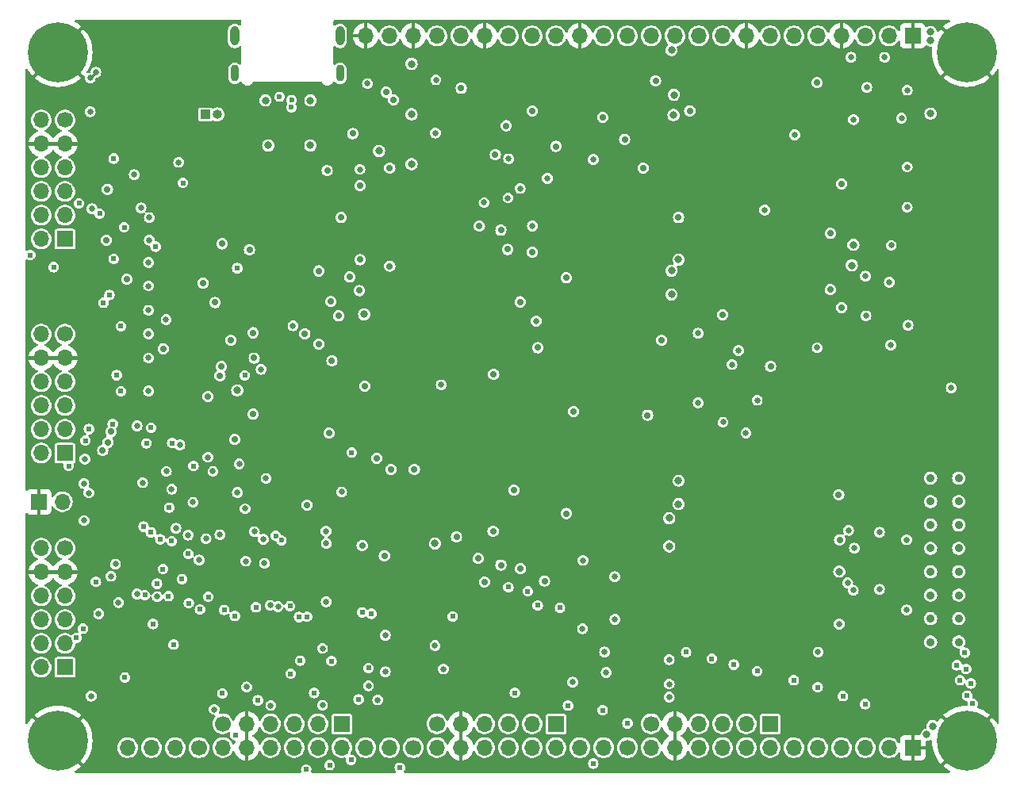
<source format=gbr>
G04 #@! TF.GenerationSoftware,KiCad,Pcbnew,8.0.1-8.0.1-1~ubuntu22.04.1*
G04 #@! TF.CreationDate,2024-04-10T21:28:55-04:00*
G04 #@! TF.ProjectId,tinytapeout-demo,74696e79-7461-4706-956f-75742d64656d,1.1.2*
G04 #@! TF.SameCoordinates,PX35e1f20PY8044ea0*
G04 #@! TF.FileFunction,Copper,L2,Inr*
G04 #@! TF.FilePolarity,Positive*
%FSLAX46Y46*%
G04 Gerber Fmt 4.6, Leading zero omitted, Abs format (unit mm)*
G04 Created by KiCad (PCBNEW 8.0.1-8.0.1-1~ubuntu22.04.1) date 2024-04-10 21:28:55*
%MOMM*%
%LPD*%
G01*
G04 APERTURE LIST*
G04 #@! TA.AperFunction,ComponentPad*
%ADD10C,0.900000*%
G04 #@! TD*
G04 #@! TA.AperFunction,ComponentPad*
%ADD11C,0.620000*%
G04 #@! TD*
G04 #@! TA.AperFunction,ComponentPad*
%ADD12C,6.400000*%
G04 #@! TD*
G04 #@! TA.AperFunction,ComponentPad*
%ADD13O,0.950000X2.100000*%
G04 #@! TD*
G04 #@! TA.AperFunction,ComponentPad*
%ADD14O,0.900000X1.800000*%
G04 #@! TD*
G04 #@! TA.AperFunction,ComponentPad*
%ADD15R,1.700000X1.700000*%
G04 #@! TD*
G04 #@! TA.AperFunction,ComponentPad*
%ADD16O,1.700000X1.700000*%
G04 #@! TD*
G04 #@! TA.AperFunction,ComponentPad*
%ADD17C,1.700000*%
G04 #@! TD*
G04 #@! TA.AperFunction,ComponentPad*
%ADD18R,1.000000X1.000000*%
G04 #@! TD*
G04 #@! TA.AperFunction,ComponentPad*
%ADD19O,1.000000X1.000000*%
G04 #@! TD*
G04 #@! TA.AperFunction,ViaPad*
%ADD20C,0.650000*%
G04 #@! TD*
G04 #@! TA.AperFunction,ViaPad*
%ADD21C,0.800000*%
G04 #@! TD*
G04 #@! TA.AperFunction,ViaPad*
%ADD22C,0.620000*%
G04 #@! TD*
G04 #@! TA.AperFunction,ViaPad*
%ADD23C,0.700000*%
G04 #@! TD*
G04 #@! TA.AperFunction,ViaPad*
%ADD24C,0.600000*%
G04 #@! TD*
G04 #@! TA.AperFunction,Conductor*
%ADD25C,0.250000*%
G04 #@! TD*
G04 APERTURE END LIST*
D10*
G04 #@! TO.N,out6*
G04 #@! TO.C,JP7*
X99900000Y16780000D03*
G04 #@! TO.N,Net-(JP7-B)*
X96900000Y16780000D03*
G04 #@! TD*
D11*
G04 #@! TO.N,GND*
G04 #@! TO.C,STITCH1*
X27900000Y18700000D03*
G04 #@! TD*
G04 #@! TO.N,GND*
G04 #@! TO.C,STITCH1*
X17800000Y24800000D03*
G04 #@! TD*
G04 #@! TO.N,GND*
G04 #@! TO.C,STITCH1*
X95800000Y18000000D03*
G04 #@! TD*
G04 #@! TO.N,GND*
G04 #@! TO.C,STITCH1*
X54900000Y50100000D03*
G04 #@! TD*
G04 #@! TO.N,GND*
G04 #@! TO.C,STITCH1*
X62200000Y55600000D03*
G04 #@! TD*
D10*
G04 #@! TO.N,out0*
G04 #@! TO.C,JP1*
X99900000Y31780000D03*
G04 #@! TO.N,Net-(JP1-B)*
X96900000Y31780000D03*
G04 #@! TD*
D12*
G04 #@! TO.N,GND*
G04 #@! TO.C,MT3*
X3750000Y77250000D03*
G04 #@! TD*
D11*
G04 #@! TO.N,GND*
G04 #@! TO.C,STITCH1*
X87100000Y23000000D03*
G04 #@! TD*
G04 #@! TO.N,GND*
G04 #@! TO.C,STITCH1*
X83600000Y75600000D03*
G04 #@! TD*
G04 #@! TO.N,GND*
G04 #@! TO.C,STITCH1*
X48600000Y40600000D03*
G04 #@! TD*
G04 #@! TO.N,GND*
G04 #@! TO.C,STITCH1*
X30700000Y50650000D03*
G04 #@! TD*
G04 #@! TO.N,GND*
G04 #@! TO.C,STITCH8*
X103700000Y64100000D03*
G04 #@! TD*
G04 #@! TO.N,GND*
G04 #@! TO.C,STITCH1*
X37600000Y38900000D03*
G04 #@! TD*
G04 #@! TO.N,GND*
G04 #@! TO.C,STITCH1*
X700000Y58600000D03*
G04 #@! TD*
D13*
G04 #@! TO.N,Net-(C3-Pad1)*
G04 #@! TO.C,J15*
X33870000Y79000000D03*
D14*
X22630000Y75000000D03*
X33870000Y75000000D03*
D13*
X22630000Y79000000D03*
G04 #@! TD*
D11*
G04 #@! TO.N,GND*
G04 #@! TO.C,STITCH1*
X67400000Y75600000D03*
G04 #@! TD*
G04 #@! TO.N,GND*
G04 #@! TO.C,STITCH1*
X11200000Y54700000D03*
G04 #@! TD*
D15*
G04 #@! TO.N,in0*
G04 #@! TO.C,J13*
X4500000Y34440000D03*
D16*
G04 #@! TO.N,in2*
X4500000Y36980000D03*
G04 #@! TO.N,out3*
X4500000Y39520000D03*
G04 #@! TO.N,in1*
X4500000Y42060000D03*
G04 #@! TO.N,GND*
X4500000Y44600000D03*
D17*
G04 #@! TO.N,+3V3*
X4500000Y47140000D03*
D16*
G04 #@! TO.N,in4*
X1960000Y34440000D03*
G04 #@! TO.N,in6*
X1960000Y36980000D03*
G04 #@! TO.N,out7*
X1960000Y39520000D03*
G04 #@! TO.N,in5*
X1960000Y42060000D03*
G04 #@! TO.N,GND*
X1960000Y44600000D03*
G04 #@! TO.N,+3V3*
X1960000Y47140000D03*
G04 #@! TD*
D11*
G04 #@! TO.N,GND*
G04 #@! TO.C,STITCH1*
X43900000Y36400000D03*
G04 #@! TD*
G04 #@! TO.N,GND*
G04 #@! TO.C,STITCH1*
X31700000Y38900000D03*
G04 #@! TD*
G04 #@! TO.N,GND*
G04 #@! TO.C,STITCH11*
X53060000Y800000D03*
G04 #@! TD*
G04 #@! TO.N,GND*
G04 #@! TO.C,STITCH1*
X20000000Y48800000D03*
G04 #@! TD*
G04 #@! TO.N,GND*
G04 #@! TO.C,STITCH1*
X37600000Y52100000D03*
G04 #@! TD*
G04 #@! TO.N,GND*
G04 #@! TO.C,STITCH1*
X62200000Y45300000D03*
G04 #@! TD*
G04 #@! TO.N,GND*
G04 #@! TO.C,STITCH1*
X26000000Y20500000D03*
G04 #@! TD*
G04 #@! TO.N,GND*
G04 #@! TO.C,STITCH1*
X70900000Y75600000D03*
G04 #@! TD*
G04 #@! TO.N,GND*
G04 #@! TO.C,STITCH1*
X74050000Y65100000D03*
G04 #@! TD*
G04 #@! TO.N,GND*
G04 #@! TO.C,STITCH1*
X29200000Y63100000D03*
G04 #@! TD*
G04 #@! TO.N,GND*
G04 #@! TO.C,STITCH1*
X54700000Y17200000D03*
G04 #@! TD*
G04 #@! TO.N,GND*
G04 #@! TO.C,STITCH1*
X62200000Y65300000D03*
G04 #@! TD*
D17*
G04 #@! TO.N,in0*
G04 #@! TO.C,J2*
X18810000Y3000000D03*
D16*
G04 #@! TO.N,in1*
X16270000Y3000000D03*
G04 #@! TO.N,in2*
X13730000Y3000000D03*
G04 #@! TO.N,in3*
X11190000Y3000000D03*
G04 #@! TD*
D11*
G04 #@! TO.N,GND*
G04 #@! TO.C,STITCH1*
X8900000Y19100000D03*
G04 #@! TD*
G04 #@! TO.N,GND*
G04 #@! TO.C,STITCH1*
X38900000Y5600000D03*
G04 #@! TD*
G04 #@! TO.N,GND*
G04 #@! TO.C,STITCH4*
X103700000Y44100000D03*
G04 #@! TD*
G04 #@! TO.N,GND*
G04 #@! TO.C,STITCH16*
X78460000Y800000D03*
G04 #@! TD*
G04 #@! TO.N,GND*
G04 #@! TO.C,STITCH1*
X71300000Y27400000D03*
G04 #@! TD*
G04 #@! TO.N,GND*
G04 #@! TO.C,STITCH1*
X83500000Y6800000D03*
G04 #@! TD*
G04 #@! TO.N,GND*
G04 #@! TO.C,STITCH1*
X3700000Y9000000D03*
G04 #@! TD*
G04 #@! TO.N,GND*
G04 #@! TO.C,STITCH17*
X83540000Y800000D03*
G04 #@! TD*
G04 #@! TO.N,GND*
G04 #@! TO.C,STITCH1*
X10300000Y29300000D03*
G04 #@! TD*
G04 #@! TO.N,GND*
G04 #@! TO.C,STITCH1*
X29500000Y29950000D03*
G04 #@! TD*
G04 #@! TO.N,GND*
G04 #@! TO.C,STITCH1*
X35700000Y5600000D03*
G04 #@! TD*
G04 #@! TO.N,GND*
G04 #@! TO.C,STITCH1*
X75200000Y9550000D03*
G04 #@! TD*
G04 #@! TO.N,GND*
G04 #@! TO.C,STITCH1*
X48800000Y66000000D03*
G04 #@! TD*
G04 #@! TO.N,GND*
G04 #@! TO.C,STITCH1*
X86000000Y37500000D03*
G04 #@! TD*
G04 #@! TO.N,GND*
G04 #@! TO.C,STITCH1*
X32400000Y29950000D03*
G04 #@! TD*
G04 #@! TO.N,GND*
G04 #@! TO.C,STITCH1*
X66600000Y26500000D03*
G04 #@! TD*
G04 #@! TO.N,GND*
G04 #@! TO.C,STITCH1*
X66600000Y23500000D03*
G04 #@! TD*
G04 #@! TO.N,GND*
G04 #@! TO.C,STITCH1*
X48100000Y75600000D03*
G04 #@! TD*
G04 #@! TO.N,GND*
G04 #@! TO.C,STITCH1*
X35850000Y1200000D03*
G04 #@! TD*
G04 #@! TO.N,GND*
G04 #@! TO.C,STITCH1*
X15850000Y71800000D03*
G04 #@! TD*
G04 #@! TO.N,GND*
G04 #@! TO.C,STITCH1*
X50100000Y17200000D03*
G04 #@! TD*
G04 #@! TO.N,GND*
G04 #@! TO.C,STITCH6*
X42900000Y800000D03*
G04 #@! TD*
G04 #@! TO.N,GND*
G04 #@! TO.C,STITCH1*
X29200000Y57000000D03*
G04 #@! TD*
G04 #@! TO.N,GND*
G04 #@! TO.C,STITCH1*
X3400000Y49500000D03*
G04 #@! TD*
G04 #@! TO.N,GND*
G04 #@! TO.C,STITCH1*
X86000000Y43100000D03*
G04 #@! TD*
G04 #@! TO.N,GND*
G04 #@! TO.C,STITCH1*
X35500000Y19000000D03*
G04 #@! TD*
G04 #@! TO.N,GND*
G04 #@! TO.C,STITCH1*
X31100000Y10300000D03*
G04 #@! TD*
G04 #@! TO.N,GND*
G04 #@! TO.C,STITCH1*
X59950000Y27100000D03*
G04 #@! TD*
G04 #@! TO.N,GND*
G04 #@! TO.C,STITCH1*
X26000000Y63000000D03*
G04 #@! TD*
G04 #@! TO.N,GND*
G04 #@! TO.C,STITCH1*
X63300000Y75600000D03*
G04 #@! TD*
D10*
G04 #@! TO.N,out2*
G04 #@! TO.C,JP3*
X99900000Y26780000D03*
G04 #@! TO.N,Net-(JP3-B)*
X96900000Y26780000D03*
G04 #@! TD*
D11*
G04 #@! TO.N,GND*
G04 #@! TO.C,STITCH1*
X900000Y72300000D03*
G04 #@! TD*
D18*
G04 #@! TO.N,/1v8B*
G04 #@! TO.C,J19*
X19500000Y70600000D03*
D19*
G04 #@! TO.N,/1v8A*
X20770000Y70600000D03*
G04 #@! TD*
D11*
G04 #@! TO.N,GND*
G04 #@! TO.C,STITCH1*
X96800000Y6800000D03*
G04 #@! TD*
G04 #@! TO.N,GND*
G04 #@! TO.C,STITCH1*
X19600000Y9400000D03*
G04 #@! TD*
G04 #@! TO.N,GND*
G04 #@! TO.C,STITCH7*
X103700000Y59100000D03*
G04 #@! TD*
G04 #@! TO.N,GND*
G04 #@! TO.C,STITCH13*
X63220000Y800000D03*
G04 #@! TD*
G04 #@! TO.N,GND*
G04 #@! TO.C,STITCH1*
X12400000Y71800000D03*
G04 #@! TD*
D10*
G04 #@! TO.N,out7*
G04 #@! TO.C,JP8*
X99900000Y14280000D03*
G04 #@! TO.N,Net-(JP8-B)*
X96900000Y14280000D03*
G04 #@! TD*
D11*
G04 #@! TO.N,GND*
G04 #@! TO.C,STITCH1*
X59100000Y9200000D03*
G04 #@! TD*
D17*
G04 #@! TO.N,uio0*
G04 #@! TO.C,J8*
X64545000Y3000000D03*
D16*
G04 #@! TO.N,uio1*
X62005000Y3000000D03*
G04 #@! TO.N,uio2*
X59465000Y3000000D03*
G04 #@! TD*
D11*
G04 #@! TO.N,GND*
G04 #@! TO.C,STITCH1*
X12500000Y5200000D03*
G04 #@! TD*
G04 #@! TO.N,GND*
G04 #@! TO.C,STITCH1*
X72800000Y70250000D03*
G04 #@! TD*
G04 #@! TO.N,GND*
G04 #@! TO.C,STITCH1*
X10700000Y65600000D03*
G04 #@! TD*
G04 #@! TO.N,GND*
G04 #@! TO.C,STITCH1*
X80700000Y14200000D03*
G04 #@! TD*
D15*
G04 #@! TO.N,out4*
G04 #@! TO.C,J12*
X4500000Y11580000D03*
D16*
G04 #@! TO.N,out3*
X4500000Y14120000D03*
G04 #@! TO.N,in2*
X4500000Y16660000D03*
G04 #@! TO.N,out5*
X4500000Y19200000D03*
G04 #@! TO.N,GND*
X4500000Y21740000D03*
D17*
G04 #@! TO.N,+3V3*
X4500000Y24280000D03*
D16*
G04 #@! TO.N,uio0*
X1960000Y11580000D03*
G04 #@! TO.N,out7*
X1960000Y14120000D03*
G04 #@! TO.N,uio2*
X1960000Y16660000D03*
G04 #@! TO.N,uio1*
X1960000Y19200000D03*
G04 #@! TO.N,GND*
X1960000Y21740000D03*
G04 #@! TO.N,+3V3*
X1960000Y24280000D03*
G04 #@! TD*
D11*
G04 #@! TO.N,GND*
G04 #@! TO.C,STITCH1*
X101400000Y26600000D03*
G04 #@! TD*
G04 #@! TO.N,GND*
G04 #@! TO.C,STITCH1*
X22800000Y43300000D03*
G04 #@! TD*
G04 #@! TO.N,GND*
G04 #@! TO.C,STITCH1*
X96200000Y43100000D03*
G04 #@! TD*
G04 #@! TO.N,GND*
G04 #@! TO.C,STITCH1*
X7200000Y34800000D03*
G04 #@! TD*
G04 #@! TO.N,GND*
G04 #@! TO.C,STITCH1*
X35500000Y26400000D03*
G04 #@! TD*
G04 #@! TO.N,GND*
G04 #@! TO.C,STITCH1*
X86200000Y75600000D03*
G04 #@! TD*
G04 #@! TO.N,GND*
G04 #@! TO.C,STITCH1*
X29500000Y45000000D03*
G04 #@! TD*
G04 #@! TO.N,GND*
G04 #@! TO.C,STITCH1*
X90100000Y59200000D03*
G04 #@! TD*
G04 #@! TO.N,GND*
G04 #@! TO.C,STITCH1*
X43900000Y27100000D03*
G04 #@! TD*
G04 #@! TO.N,GND*
G04 #@! TO.C,STITCH1*
X71300000Y32600000D03*
G04 #@! TD*
G04 #@! TO.N,GND*
G04 #@! TO.C,STITCH1*
X37100000Y19000000D03*
G04 #@! TD*
G04 #@! TO.N,GND*
G04 #@! TO.C,STITCH1*
X31250000Y24950000D03*
G04 #@! TD*
G04 #@! TO.N,GND*
G04 #@! TO.C,STITCH1*
X88800000Y6800000D03*
G04 #@! TD*
D15*
G04 #@! TO.N,in0*
G04 #@! TO.C,J3*
X34045000Y5545000D03*
D16*
G04 #@! TO.N,in1*
X31505000Y5545000D03*
G04 #@! TO.N,in2*
X28965000Y5545000D03*
G04 #@! TO.N,in3*
X26425000Y5545000D03*
G04 #@! TO.N,GND*
X23885000Y5545000D03*
D17*
G04 #@! TO.N,+3V3*
X21345000Y5545000D03*
D16*
G04 #@! TO.N,in4*
X34045000Y3005000D03*
G04 #@! TO.N,in5*
X31505000Y3005000D03*
G04 #@! TO.N,in6*
X28965000Y3005000D03*
G04 #@! TO.N,in7*
X26425000Y3005000D03*
G04 #@! TO.N,GND*
X23885000Y3005000D03*
G04 #@! TO.N,+3V3*
X21345000Y3005000D03*
G04 #@! TD*
D11*
G04 #@! TO.N,GND*
G04 #@! TO.C,STITCH1*
X66600000Y31600000D03*
G04 #@! TD*
G04 #@! TO.N,GND*
G04 #@! TO.C,STITCH1*
X19600000Y59900000D03*
G04 #@! TD*
G04 #@! TO.N,GND*
G04 #@! TO.C,STITCH1*
X12500000Y13100000D03*
G04 #@! TD*
G04 #@! TO.N,GND*
G04 #@! TO.C,STITCH1*
X35200000Y72200000D03*
G04 #@! TD*
G04 #@! TO.N,GND*
G04 #@! TO.C,STITCH1*
X34400000Y10300000D03*
G04 #@! TD*
G04 #@! TO.N,GND*
G04 #@! TO.C,STITCH1*
X73600000Y75600000D03*
G04 #@! TD*
D12*
G04 #@! TO.N,GND*
G04 #@! TO.C,MT4*
X100750000Y77250000D03*
G04 #@! TD*
D11*
G04 #@! TO.N,GND*
G04 #@! TO.C,STITCH3*
X103700000Y39100000D03*
G04 #@! TD*
G04 #@! TO.N,GND*
G04 #@! TO.C,STITCH1*
X23600000Y8100000D03*
G04 #@! TD*
G04 #@! TO.N,GND*
G04 #@! TO.C,STITCH1*
X35700000Y32900000D03*
G04 #@! TD*
G04 #@! TO.N,GND*
G04 #@! TO.C,STITCH1*
X12500000Y49700000D03*
G04 #@! TD*
D12*
G04 #@! TO.N,GND*
G04 #@! TO.C,MT2*
X100750000Y3750000D03*
G04 #@! TD*
D11*
G04 #@! TO.N,GND*
G04 #@! TO.C,STITCH6*
X12500000Y700000D03*
G04 #@! TD*
G04 #@! TO.N,GND*
G04 #@! TO.C,STITCH1*
X77650000Y9500000D03*
G04 #@! TD*
G04 #@! TO.N,GND*
G04 #@! TO.C,STITCH1*
X34500000Y14800000D03*
G04 #@! TD*
G04 #@! TO.N,GND*
G04 #@! TO.C,STITCH1*
X71300000Y22100000D03*
G04 #@! TD*
G04 #@! TO.N,GND*
G04 #@! TO.C,STITCH1*
X71200000Y59400000D03*
G04 #@! TD*
G04 #@! TO.N,GND*
G04 #@! TO.C,STITCH1*
X53100000Y75600000D03*
G04 #@! TD*
G04 #@! TO.N,GND*
G04 #@! TO.C,STITCH1*
X12500000Y45700000D03*
G04 #@! TD*
D15*
G04 #@! TO.N,uio0*
G04 #@! TO.C,J5*
X56905000Y5545000D03*
D16*
G04 #@! TO.N,uio1*
X54365000Y5545000D03*
G04 #@! TO.N,uio2*
X51825000Y5545000D03*
G04 #@! TO.N,uio3*
X49285000Y5545000D03*
G04 #@! TO.N,GND*
X46745000Y5545000D03*
D17*
G04 #@! TO.N,+3V3*
X44205000Y5545000D03*
D16*
G04 #@! TO.N,uio4*
X56905000Y3005000D03*
G04 #@! TO.N,uio5*
X54365000Y3005000D03*
G04 #@! TO.N,uio6*
X51825000Y3005000D03*
G04 #@! TO.N,uio7*
X49285000Y3005000D03*
G04 #@! TO.N,GND*
X46745000Y3005000D03*
G04 #@! TO.N,+3V3*
X44205000Y3005000D03*
G04 #@! TD*
D11*
G04 #@! TO.N,GND*
G04 #@! TO.C,STITCH1*
X10300000Y39000000D03*
G04 #@! TD*
G04 #@! TO.N,GND*
G04 #@! TO.C,STITCH1*
X38800000Y17500000D03*
G04 #@! TD*
G04 #@! TO.N,GND*
G04 #@! TO.C,STITCH18*
X88620000Y800000D03*
G04 #@! TD*
G04 #@! TO.N,GND*
G04 #@! TO.C,STITCH9*
X103700000Y69100000D03*
G04 #@! TD*
D10*
G04 #@! TO.N,out1*
G04 #@! TO.C,JP2*
X99900000Y29280000D03*
G04 #@! TO.N,Net-(JP2-B)*
X96900000Y29280000D03*
G04 #@! TD*
D11*
G04 #@! TO.N,GND*
G04 #@! TO.C,STITCH1*
X50200000Y44900000D03*
G04 #@! TD*
G04 #@! TO.N,GND*
G04 #@! TO.C,STITCH1*
X56600000Y55500000D03*
G04 #@! TD*
G04 #@! TO.N,GND*
G04 #@! TO.C,STITCH1*
X71300000Y46300000D03*
G04 #@! TD*
G04 #@! TO.N,GND*
G04 #@! TO.C,STITCH1*
X700000Y12900000D03*
G04 #@! TD*
G04 #@! TO.N,GND*
G04 #@! TO.C,STITCH1*
X81100000Y75600000D03*
G04 #@! TD*
G04 #@! TO.N,GND*
G04 #@! TO.C,STITCH1*
X62200000Y19100000D03*
G04 #@! TD*
G04 #@! TO.N,GND*
G04 #@! TO.C,STITCH1*
X59800000Y39000000D03*
G04 #@! TD*
G04 #@! TO.N,GND*
G04 #@! TO.C,STITCH1*
X8500000Y13100000D03*
G04 #@! TD*
G04 #@! TO.N,GND*
G04 #@! TO.C,STITCH1*
X63200000Y6300000D03*
G04 #@! TD*
G04 #@! TO.N,GND*
G04 #@! TO.C,STITCH14*
X68300000Y800000D03*
G04 #@! TD*
G04 #@! TO.N,GND*
G04 #@! TO.C,STITCH1*
X12300000Y20400000D03*
G04 #@! TD*
D15*
G04 #@! TO.N,GND*
G04 #@! TO.C,J10*
X1690000Y29260000D03*
D16*
G04 #@! TO.N,/RP2040/RUN*
X4230000Y29260000D03*
G04 #@! TD*
D11*
G04 #@! TO.N,GND*
G04 #@! TO.C,STITCH1*
X24400000Y18700000D03*
G04 #@! TD*
G04 #@! TO.N,GND*
G04 #@! TO.C,STITCH1*
X8600000Y58200000D03*
G04 #@! TD*
D17*
G04 #@! TO.N,uio3*
G04 #@! TO.C,J17*
X41700000Y3000000D03*
D16*
G04 #@! TO.N,~{project_rst}*
X39160000Y3000000D03*
G04 #@! TO.N,project_clk*
X36620000Y3000000D03*
G04 #@! TD*
D11*
G04 #@! TO.N,GND*
G04 #@! TO.C,STITCH1*
X92900000Y23000000D03*
G04 #@! TD*
G04 #@! TO.N,GND*
G04 #@! TO.C,STITCH1*
X59600000Y7450000D03*
G04 #@! TD*
G04 #@! TO.N,GND*
G04 #@! TO.C,STITCH1*
X20000000Y44600000D03*
G04 #@! TD*
G04 #@! TO.N,GND*
G04 #@! TO.C,STITCH1*
X73550000Y14200000D03*
G04 #@! TD*
D15*
G04 #@! TO.N,GND*
G04 #@! TO.C,J9*
X95000000Y79000000D03*
D16*
G04 #@! TO.N,+1V8*
X92460000Y79000000D03*
G04 #@! TO.N,+3V3*
X89920000Y79000000D03*
G04 #@! TO.N,GND*
X87380000Y79000000D03*
G04 #@! TO.N,usrclk2*
X84840000Y79000000D03*
G04 #@! TO.N,HK_SCK*
X82300000Y79000000D03*
G04 #@! TO.N,HK_CSB*
X79760000Y79000000D03*
G04 #@! TO.N,GND*
X77220000Y79000000D03*
G04 #@! TO.N,HK_SDI*
X74680000Y79000000D03*
G04 #@! TO.N,HK_SDO*
X72140000Y79000000D03*
G04 #@! TO.N,mprj_io0*
X69600000Y79000000D03*
G04 #@! TO.N,~{ctrl_sel_rst}*
X67060000Y79000000D03*
G04 #@! TO.N,mio37*
X64520000Y79000000D03*
G04 #@! TO.N,ctrl_sel_inc*
X61980000Y79000000D03*
G04 #@! TO.N,GND*
X59440000Y79000000D03*
G04 #@! TO.N,mio35*
X56900000Y79000000D03*
G04 #@! TO.N,ctrl_ena*
X54360000Y79000000D03*
G04 #@! TO.N,mio33*
X51820000Y79000000D03*
G04 #@! TO.N,GND*
X49280000Y79000000D03*
G04 #@! TO.N,RPIO29*
X46740000Y79000000D03*
G04 #@! TO.N,+3V3*
X44200000Y79000000D03*
G04 #@! TO.N,GND*
X41660000Y79000000D03*
G04 #@! TO.N,+5V*
X39120000Y79000000D03*
G04 #@! TO.N,GND*
X36580000Y79000000D03*
G04 #@! TD*
D11*
G04 #@! TO.N,GND*
G04 #@! TO.C,STITCH1*
X85300000Y65100000D03*
G04 #@! TD*
G04 #@! TO.N,GND*
G04 #@! TO.C,STITCH1*
X37200000Y10500000D03*
G04 #@! TD*
G04 #@! TO.N,GND*
G04 #@! TO.C,STITCH1*
X43600000Y41300000D03*
G04 #@! TD*
G04 #@! TO.N,GND*
G04 #@! TO.C,STITCH1*
X62200000Y27100000D03*
G04 #@! TD*
G04 #@! TO.N,GND*
G04 #@! TO.C,STITCH1*
X101400000Y21500000D03*
G04 #@! TD*
G04 #@! TO.N,GND*
G04 #@! TO.C,STITCH1*
X19700000Y5200000D03*
G04 #@! TD*
G04 #@! TO.N,GND*
G04 #@! TO.C,STITCH1*
X19600000Y16700000D03*
G04 #@! TD*
G04 #@! TO.N,GND*
G04 #@! TO.C,STITCH1*
X55700000Y75600000D03*
G04 #@! TD*
G04 #@! TO.N,GND*
G04 #@! TO.C,STITCH1*
X74400000Y73500000D03*
G04 #@! TD*
G04 #@! TO.N,GND*
G04 #@! TO.C,STITCH1*
X8450000Y67550000D03*
G04 #@! TD*
G04 #@! TO.N,GND*
G04 #@! TO.C,STITCH1*
X103800000Y8750000D03*
G04 #@! TD*
G04 #@! TO.N,GND*
G04 #@! TO.C,STITCH6*
X103700000Y54100000D03*
G04 #@! TD*
G04 #@! TO.N,GND*
G04 #@! TO.C,STITCH1*
X93400000Y55100000D03*
G04 #@! TD*
D10*
G04 #@! TO.N,out4*
G04 #@! TO.C,JP5*
X99900000Y21780000D03*
G04 #@! TO.N,Net-(JP5-B)*
X96900000Y21780000D03*
G04 #@! TD*
D11*
G04 #@! TO.N,GND*
G04 #@! TO.C,STITCH1*
X24500000Y22400000D03*
G04 #@! TD*
G04 #@! TO.N,GND*
G04 #@! TO.C,STITCH1*
X26600000Y38900000D03*
G04 #@! TD*
G04 #@! TO.N,GND*
G04 #@! TO.C,STITCH1*
X39400000Y1200000D03*
G04 #@! TD*
G04 #@! TO.N,GND*
G04 #@! TO.C,STITCH1*
X95300000Y73600000D03*
G04 #@! TD*
G04 #@! TO.N,GND*
G04 #@! TO.C,STITCH1*
X62200000Y41100000D03*
G04 #@! TD*
G04 #@! TO.N,GND*
G04 #@! TO.C,STITCH1*
X62200000Y34000000D03*
G04 #@! TD*
G04 #@! TO.N,GND*
G04 #@! TO.C,STITCH1*
X56700000Y19100000D03*
G04 #@! TD*
G04 #@! TO.N,GND*
G04 #@! TO.C,STITCH1*
X24000000Y73300000D03*
G04 #@! TD*
G04 #@! TO.N,GND*
G04 #@! TO.C,STITCH10*
X47980000Y800000D03*
G04 #@! TD*
G04 #@! TO.N,GND*
G04 #@! TO.C,STITCH1*
X24200000Y33300000D03*
G04 #@! TD*
G04 #@! TO.N,GND*
G04 #@! TO.C,STITCH1*
X20200000Y57300000D03*
G04 #@! TD*
G04 #@! TO.N,GND*
G04 #@! TO.C,STITCH1*
X54600000Y8900000D03*
G04 #@! TD*
G04 #@! TO.N,GND*
G04 #@! TO.C,STITCH1*
X71600000Y12000000D03*
G04 #@! TD*
D15*
G04 #@! TO.N,uio4*
G04 #@! TO.C,J14*
X4500000Y57300000D03*
D16*
G04 #@! TO.N,uio6*
X4500000Y59840000D03*
G04 #@! TO.N,uio3*
X4500000Y62380000D03*
G04 #@! TO.N,uio5*
X4500000Y64920000D03*
G04 #@! TO.N,GND*
X4500000Y67460000D03*
D17*
G04 #@! TO.N,+3V3*
X4500000Y70000000D03*
D16*
G04 #@! TO.N,out1*
X1960000Y57300000D03*
G04 #@! TO.N,in7*
X1960000Y59840000D03*
G04 #@! TO.N,out0*
X1960000Y62380000D03*
G04 #@! TO.N,in2*
X1960000Y64920000D03*
G04 #@! TO.N,GND*
X1960000Y67460000D03*
G04 #@! TO.N,+3V3*
X1960000Y70000000D03*
G04 #@! TD*
D11*
G04 #@! TO.N,GND*
G04 #@! TO.C,STITCH1*
X103700000Y29100000D03*
G04 #@! TD*
G04 #@! TO.N,GND*
G04 #@! TO.C,STITCH2*
X103700000Y34100000D03*
G04 #@! TD*
G04 #@! TO.N,GND*
G04 #@! TO.C,STITCH1*
X53000000Y69500000D03*
G04 #@! TD*
G04 #@! TO.N,GND*
G04 #@! TO.C,STITCH1*
X71200000Y50900000D03*
G04 #@! TD*
D10*
G04 #@! TO.N,out5*
G04 #@! TO.C,JP6*
X99900000Y19280000D03*
G04 #@! TO.N,Net-(JP6-B)*
X96900000Y19280000D03*
G04 #@! TD*
D11*
G04 #@! TO.N,GND*
G04 #@! TO.C,STITCH1*
X86000000Y31400000D03*
G04 #@! TD*
G04 #@! TO.N,GND*
G04 #@! TO.C,STITCH1*
X90050000Y23000000D03*
G04 #@! TD*
G04 #@! TO.N,GND*
G04 #@! TO.C,STITCH1*
X92950000Y14200000D03*
G04 #@! TD*
D15*
G04 #@! TO.N,GND*
G04 #@! TO.C,J1*
X95000000Y3000000D03*
D16*
G04 #@! TO.N,+5V*
X92460000Y3000000D03*
G04 #@! TO.N,out0*
X89920000Y3000000D03*
G04 #@! TO.N,out1*
X87380000Y3000000D03*
G04 #@! TO.N,out2*
X84840000Y3000000D03*
G04 #@! TO.N,out3*
X82300000Y3000000D03*
G04 #@! TD*
D11*
G04 #@! TO.N,GND*
G04 #@! TO.C,STITCH1*
X91800000Y75600000D03*
G04 #@! TD*
G04 #@! TO.N,GND*
G04 #@! TO.C,STITCH1*
X12500000Y41900000D03*
G04 #@! TD*
G04 #@! TO.N,GND*
G04 #@! TO.C,STITCH1*
X52000000Y62800000D03*
G04 #@! TD*
G04 #@! TO.N,GND*
G04 #@! TO.C,STITCH1*
X56500000Y30300000D03*
G04 #@! TD*
G04 #@! TO.N,GND*
G04 #@! TO.C,STITCH1*
X71200000Y65200000D03*
G04 #@! TD*
G04 #@! TO.N,GND*
G04 #@! TO.C,STITCH1*
X32800000Y73300000D03*
G04 #@! TD*
G04 #@! TO.N,GND*
G04 #@! TO.C,STITCH5*
X103700000Y49100000D03*
G04 #@! TD*
G04 #@! TO.N,GND*
G04 #@! TO.C,STITCH1*
X78900000Y73500000D03*
G04 #@! TD*
G04 #@! TO.N,GND*
G04 #@! TO.C,STITCH1*
X8100000Y62600000D03*
G04 #@! TD*
G04 #@! TO.N,GND*
G04 #@! TO.C,STITCH1*
X59400000Y75600000D03*
G04 #@! TD*
G04 #@! TO.N,GND*
G04 #@! TO.C,STITCH1*
X37800000Y41500000D03*
G04 #@! TD*
G04 #@! TO.N,GND*
G04 #@! TO.C,STITCH1*
X7150000Y32150000D03*
G04 #@! TD*
G04 #@! TO.N,GND*
G04 #@! TO.C,STITCH1*
X24400000Y59900000D03*
G04 #@! TD*
G04 #@! TO.N,GND*
G04 #@! TO.C,STITCH1*
X8700000Y41900000D03*
G04 #@! TD*
G04 #@! TO.N,GND*
G04 #@! TO.C,STITCH1*
X97700000Y71700000D03*
G04 #@! TD*
G04 #@! TO.N,GND*
G04 #@! TO.C,STITCH1*
X17600000Y13900000D03*
G04 #@! TD*
D15*
G04 #@! TO.N,out0*
G04 #@! TO.C,J6*
X79765000Y5545000D03*
D16*
G04 #@! TO.N,out1*
X77225000Y5545000D03*
G04 #@! TO.N,out2*
X74685000Y5545000D03*
G04 #@! TO.N,out3*
X72145000Y5545000D03*
G04 #@! TO.N,GND*
X69605000Y5545000D03*
D17*
G04 #@! TO.N,+3V3*
X67065000Y5545000D03*
D16*
G04 #@! TO.N,out4*
X79765000Y3005000D03*
G04 #@! TO.N,out5*
X77225000Y3005000D03*
G04 #@! TO.N,out6*
X74685000Y3005000D03*
G04 #@! TO.N,out7*
X72145000Y3005000D03*
G04 #@! TO.N,GND*
X69605000Y3005000D03*
G04 #@! TO.N,+3V3*
X67065000Y3005000D03*
G04 #@! TD*
D10*
G04 #@! TO.N,out3*
G04 #@! TO.C,JP4*
X99900000Y24280000D03*
G04 #@! TO.N,Net-(JP4-B)*
X96900000Y24280000D03*
G04 #@! TD*
D11*
G04 #@! TO.N,GND*
G04 #@! TO.C,STITCH15*
X73380000Y800000D03*
G04 #@! TD*
G04 #@! TO.N,GND*
G04 #@! TO.C,STITCH12*
X58140000Y800000D03*
G04 #@! TD*
G04 #@! TO.N,GND*
G04 #@! TO.C,STITCH1*
X43900000Y31500000D03*
G04 #@! TD*
G04 #@! TO.N,GND*
G04 #@! TO.C,STITCH1*
X700000Y63600000D03*
G04 #@! TD*
G04 #@! TO.N,GND*
G04 #@! TO.C,STITCH1*
X31900000Y67200000D03*
G04 #@! TD*
G04 #@! TO.N,GND*
G04 #@! TO.C,STITCH1*
X8600000Y54800000D03*
G04 #@! TD*
G04 #@! TO.N,GND*
G04 #@! TO.C,STITCH1*
X89550000Y55050000D03*
G04 #@! TD*
G04 #@! TO.N,GND*
G04 #@! TO.C,STITCH1*
X96200000Y37500000D03*
G04 #@! TD*
G04 #@! TO.N,GND*
G04 #@! TO.C,STITCH1*
X66600000Y29000000D03*
G04 #@! TD*
G04 #@! TO.N,GND*
G04 #@! TO.C,STITCH1*
X62200000Y50300000D03*
G04 #@! TD*
G04 #@! TO.N,GND*
G04 #@! TO.C,STITCH1*
X88700000Y49400000D03*
G04 #@! TD*
G04 #@! TO.N,GND*
G04 #@! TO.C,STITCH1*
X101400000Y24100000D03*
G04 #@! TD*
G04 #@! TO.N,GND*
G04 #@! TO.C,STITCH1*
X50300000Y20700000D03*
G04 #@! TD*
G04 #@! TO.N,GND*
G04 #@! TO.C,STITCH1*
X8100000Y73600000D03*
G04 #@! TD*
G04 #@! TO.N,GND*
G04 #@! TO.C,STITCH1*
X95800000Y25600000D03*
G04 #@! TD*
G04 #@! TO.N,GND*
G04 #@! TO.C,STITCH1*
X42600000Y6400000D03*
G04 #@! TD*
G04 #@! TO.N,GND*
G04 #@! TO.C,STITCH1*
X86850000Y14200000D03*
G04 #@! TD*
G04 #@! TO.N,GND*
G04 #@! TO.C,STITCH1*
X31400000Y44500000D03*
G04 #@! TD*
G04 #@! TO.N,GND*
G04 #@! TO.C,STITCH1*
X18200000Y63000000D03*
G04 #@! TD*
D12*
G04 #@! TO.N,GND*
G04 #@! TO.C,MT1*
X3750000Y3750000D03*
G04 #@! TD*
D11*
G04 #@! TO.N,GND*
G04 #@! TO.C,STITCH1*
X37600000Y57000000D03*
G04 #@! TD*
G04 #@! TO.N,GND*
G04 #@! TO.C,STITCH1*
X95900000Y59400000D03*
G04 #@! TD*
G04 #@! TO.N,GND*
G04 #@! TO.C,STITCH1*
X28000000Y22200000D03*
G04 #@! TD*
G04 #@! TO.N,GND*
G04 #@! TO.C,STITCH1*
X11250000Y80200000D03*
G04 #@! TD*
G04 #@! TO.N,GND*
G04 #@! TO.C,STITCH1*
X71300000Y38800000D03*
G04 #@! TD*
D20*
G04 #@! TO.N,GND*
X12180000Y25176684D03*
D21*
X75100000Y41700000D03*
D20*
X8650000Y45300000D03*
X28850000Y14300000D03*
X33263556Y24630665D03*
X90050000Y25900000D03*
X50100000Y12100000D03*
X17100000Y80200000D03*
X95700000Y69600000D03*
D21*
X43600000Y49100000D03*
D20*
X26575000Y27700000D03*
D21*
X43400000Y53900000D03*
X67600000Y54900000D03*
D20*
X20475870Y33495692D03*
X28325000Y69100000D03*
X24636845Y15763155D03*
D21*
X80200000Y23800000D03*
X80100000Y28800000D03*
X48700000Y72000000D03*
X80700000Y50900000D03*
D20*
X18000000Y78200000D03*
G04 #@! TO.N,+3V3*
X35995000Y64746599D03*
D21*
G04 #@! TO.N,GND*
X84700000Y49100000D03*
X46500000Y62800000D03*
D20*
X33370504Y18577500D03*
X22100000Y68350000D03*
X10055000Y25850000D03*
X20100000Y76300000D03*
D21*
X11200000Y69800000D03*
D20*
X47200000Y15100000D03*
X27540923Y10901068D03*
X98600000Y69900000D03*
X28850000Y15195000D03*
X17100000Y7800000D03*
D21*
X80600000Y72000000D03*
D20*
X17850000Y80150000D03*
X90050000Y19900000D03*
X90531110Y69424644D03*
X26505707Y26870895D03*
X32004169Y27006574D03*
X87820000Y68139740D03*
D21*
X79000000Y48300000D03*
X82600000Y43100000D03*
D20*
X21600000Y11900000D03*
D21*
X75400000Y56800000D03*
X67600000Y70500000D03*
X39215000Y61600000D03*
X43850000Y72000000D03*
D20*
X16200000Y7150000D03*
X50100000Y14100000D03*
X32400000Y70600000D03*
D21*
X24850905Y72113922D03*
D20*
X16999990Y17700000D03*
X18444988Y27705001D03*
X25450000Y69750000D03*
D21*
X80200000Y31400000D03*
D20*
X18300000Y67300000D03*
D21*
X13100000Y67300000D03*
D20*
X65400000Y15800000D03*
X31027500Y28166411D03*
D21*
X83500000Y68600000D03*
X82500000Y60400000D03*
X67600000Y73000000D03*
D20*
X19555000Y24289734D03*
X24100000Y70705003D03*
D21*
X80200000Y26300000D03*
D20*
X42720000Y10418243D03*
D21*
X12700000Y68200000D03*
X79400000Y33900000D03*
X31900000Y72100000D03*
D20*
X18400000Y74050000D03*
D22*
X18600000Y19100000D03*
D21*
X48300000Y24600000D03*
G04 #@! TO.N,+5V*
X96900000Y78500000D03*
X96900000Y79400000D03*
X96500000Y4400000D03*
X96900000Y70700000D03*
X97100000Y5300000D03*
X38027500Y66714631D03*
D20*
G04 #@! TO.N,Net-(C1-Pad2)*
X38700000Y15000000D03*
X38700000Y11100000D03*
D23*
G04 #@! TO.N,gpio*
X87400000Y50000000D03*
X87400000Y63200000D03*
G04 #@! TO.N,Caravel_SCK*
X86200000Y57900000D03*
X86200000Y51900000D03*
D20*
G04 #@! TO.N,Caravel_D1*
X92500000Y52700000D03*
X92650000Y45980000D03*
X92702750Y56625000D03*
G04 #@! TO.N,Caravel_D0*
X90000000Y49100000D03*
X89949998Y53350000D03*
D23*
G04 #@! TO.N,xclk*
X50444327Y66300000D03*
X48740570Y58685000D03*
D21*
G04 #@! TO.N,+3V3*
X69000000Y27500000D03*
D20*
X13500000Y57200000D03*
X69000000Y9800000D03*
X13430000Y49700000D03*
D21*
X69470000Y70537534D03*
D20*
X12625680Y60629996D03*
X13430000Y54800000D03*
X32370955Y26106049D03*
D21*
X69500000Y72700000D03*
D20*
X7800000Y75100000D03*
X32389808Y18577500D03*
D21*
X69250000Y51388959D03*
D20*
X94400000Y73200000D03*
X13430000Y44600000D03*
D23*
X35999996Y63002500D03*
D20*
X93800000Y70200000D03*
X19762436Y34010878D03*
D21*
X36434879Y49270000D03*
D20*
X6525000Y31200000D03*
X44900000Y11400000D03*
D22*
X19800000Y19100000D03*
D20*
X19555000Y25300000D03*
X44000000Y13900000D03*
D21*
X22900000Y41150000D03*
D20*
X69000000Y12400000D03*
X13430000Y52300000D03*
X6550000Y27250000D03*
D21*
X69000000Y24500000D03*
D20*
X32400000Y24800000D03*
X94400000Y65000000D03*
X7382427Y60530000D03*
X44100000Y74300000D03*
X36800000Y73900000D03*
X90100000Y73500000D03*
X23100000Y33300000D03*
D21*
X69250000Y77480000D03*
D20*
X13430000Y41077500D03*
X22912443Y30237906D03*
X6632500Y33818554D03*
X7200000Y70900000D03*
X13505972Y59594028D03*
D21*
X44000000Y24800000D03*
D20*
X13430000Y47185715D03*
X31999996Y13600000D03*
D21*
X69250000Y53915069D03*
D20*
X69000000Y8400000D03*
X31999996Y7527500D03*
X94500000Y48100000D03*
X94400000Y60700000D03*
X20436373Y7085826D03*
X7200000Y74500000D03*
D23*
G04 #@! TO.N,~{project_rst}*
X37775000Y33900000D03*
X8535000Y34733152D03*
D20*
X8100004Y17300000D03*
X37900000Y8100000D03*
D21*
G04 #@! TO.N,+1V8*
X70000000Y55104992D03*
X41500000Y70619502D03*
X88500000Y54500000D03*
X41500000Y76000000D03*
D20*
X88669022Y70061420D03*
D21*
X70000000Y31500000D03*
X70000000Y29000000D03*
X88669022Y56690000D03*
D20*
X92000000Y76700000D03*
D21*
X41500000Y65300000D03*
D20*
X88400000Y76700000D03*
D21*
G04 #@! TO.N,VBUS*
X30700000Y67300000D03*
X25900826Y72100826D03*
X30700000Y72100000D03*
X26200000Y67300000D03*
D20*
G04 #@! TO.N,/RP2040/DVDD*
X25800000Y22700000D03*
X26407407Y18196891D03*
G04 #@! TO.N,project_clk*
X58700000Y10000000D03*
X36900000Y9600000D03*
D23*
X58800000Y38900000D03*
G04 #@! TO.N,usrclk2*
X66700000Y38500000D03*
X84800000Y74000000D03*
X67550000Y74200000D03*
G04 #@! TO.N,mprj_io0*
X68200000Y46500000D03*
G04 #@! TO.N,HK_SCK*
X19770240Y40505000D03*
D20*
X18829861Y23025000D03*
X44670042Y41734705D03*
X82400000Y68435498D03*
X44046215Y68625000D03*
D23*
G04 #@! TO.N,HK_CSB*
X9402786Y36731990D03*
D20*
X10225002Y18500000D03*
D23*
X33000000Y44300000D03*
D20*
X9900000Y22600000D03*
D23*
X79825000Y43700000D03*
X32688303Y36582500D03*
G04 #@! TO.N,HK_SDI*
X15000000Y45600000D03*
D20*
X76400000Y45400000D03*
X14349104Y19120000D03*
D23*
G04 #@! TO.N,HK_SDO*
X22618968Y35895000D03*
D20*
X9400000Y21300000D03*
D23*
X9099994Y35600000D03*
D20*
X72100000Y47250000D03*
D23*
X22227500Y46500000D03*
G04 #@! TO.N,uio1*
X54400000Y55900000D03*
D20*
X54400000Y58705000D03*
D22*
X61900000Y7000000D03*
D23*
X35950000Y51800000D03*
D22*
X53900000Y19700000D03*
D23*
X35986425Y55098159D03*
D22*
X7807899Y20719025D03*
X9252500Y51332500D03*
G04 #@! TO.N,uio0*
X57350000Y17950000D03*
D23*
X31600000Y53900000D03*
D22*
X64550000Y5600000D03*
D23*
X11102500Y53002498D03*
D22*
X54967500Y18183611D03*
D23*
X31600000Y46100000D03*
D22*
X10900000Y10500000D03*
D20*
X54800000Y48545000D03*
D23*
X54967500Y45700000D03*
G04 #@! TO.N,uio3*
X49284996Y20700000D03*
D20*
X49247500Y61196712D03*
D23*
G04 #@! TO.N,uio2*
X51755000Y56200000D03*
D22*
X51835085Y20132500D03*
D23*
X21200000Y43700000D03*
X21300000Y56800000D03*
D20*
X51800000Y61700000D03*
D23*
G04 #@! TO.N,uio5*
X53140000Y22100000D03*
X32888703Y50627500D03*
X53100000Y50600000D03*
X32500000Y64600000D03*
D20*
X53100000Y62700000D03*
G04 #@! TO.N,uio4*
X55999081Y63785000D03*
D23*
X55700000Y20800000D03*
X9035000Y62617202D03*
X8927500Y57179527D03*
D22*
G04 #@! TO.N,uio7*
X60900000Y1300000D03*
D20*
X60900000Y65800000D03*
D23*
X48600000Y23200000D03*
D20*
G04 #@! TO.N,uio6*
X51866731Y65880000D03*
D23*
X51041709Y58240000D03*
X51041709Y22500000D03*
D22*
G04 #@! TO.N,in0*
X35113846Y34500000D03*
X8200000Y60015000D03*
D23*
X34000000Y59600000D03*
D22*
X18914099Y17767500D03*
X35050000Y1700000D03*
X6677500Y35792035D03*
D23*
G04 #@! TO.N,mio33*
X51600000Y69400000D03*
D22*
G04 #@! TO.N,in2*
X9700000Y55200000D03*
D23*
X39300000Y32700000D03*
D22*
X30249994Y659506D03*
D23*
X39175619Y54413151D03*
D22*
X40249997Y850003D03*
X9606568Y37567500D03*
X13899998Y16200000D03*
D23*
X41800000Y32700000D03*
D22*
X9700000Y65900000D03*
G04 #@! TO.N,in1*
X21300000Y8800000D03*
X10832500Y58555197D03*
X21500000Y17712500D03*
X31100000Y8837500D03*
D23*
X52427500Y30500000D03*
D22*
X32751635Y1132500D03*
X52528613Y8867500D03*
D23*
X21056706Y42699998D03*
D22*
X10025199Y42765000D03*
D23*
G04 #@! TO.N,in4*
X33700000Y49099998D03*
D22*
X32950000Y12250000D03*
D20*
X34050000Y30300000D03*
D22*
X7067348Y37014594D03*
X8620000Y50500000D03*
X29600000Y12300000D03*
X29500000Y16950000D03*
D23*
G04 #@! TO.N,in3*
X58037500Y28000000D03*
D22*
X22637500Y17062500D03*
D23*
X58000000Y53160000D03*
D22*
X22700000Y4342500D03*
X58200000Y7490000D03*
D23*
G04 #@! TO.N,in6*
X50267500Y42867500D03*
X46299998Y25500000D03*
D22*
X36900000Y11500000D03*
X45900000Y17000000D03*
X37200000Y17300000D03*
D23*
X24600000Y38600000D03*
X50200000Y26100000D03*
D22*
X28600000Y10900000D03*
D23*
X24700000Y44600000D03*
G04 #@! TO.N,in5*
X24199997Y56158021D03*
D22*
X800000Y55600000D03*
D23*
X30350000Y28900000D03*
X30110000Y47190000D03*
D22*
X30350000Y16987500D03*
D23*
X24600000Y47300000D03*
D22*
G04 #@! TO.N,out0*
X89920000Y7650000D03*
D20*
X16761708Y35319925D03*
D22*
X17100000Y63300000D03*
X101400000Y7700000D03*
X17000000Y21000000D03*
G04 #@! TO.N,in7*
X25100000Y8049996D03*
X36233849Y17455839D03*
X22900000Y54200000D03*
D23*
X36233849Y24600000D03*
D22*
X35850000Y8150000D03*
D23*
X36500000Y41600000D03*
D22*
X3300000Y54300000D03*
X23700000Y42750000D03*
G04 #@! TO.N,out2*
X84850000Y9450000D03*
D20*
X12200000Y37350000D03*
X74750002Y37750000D03*
D22*
X13028555Y19296431D03*
X101200000Y9850000D03*
G04 #@! TO.N,out1*
X14177500Y56500000D03*
X100800000Y8550000D03*
X13700000Y37155000D03*
X13675000Y26000000D03*
D20*
X77200000Y36600000D03*
D22*
X87550000Y8500000D03*
D20*
G04 #@! TO.N,out4*
X79200000Y60400000D03*
X78397500Y40097500D03*
D22*
X5998400Y61119996D03*
X100700000Y11400000D03*
X6432500Y15702009D03*
X78397500Y11167500D03*
D20*
G04 #@! TO.N,out3*
X72100000Y39832500D03*
D22*
X82300000Y10200000D03*
X15891857Y25052594D03*
X16100000Y14000000D03*
X100050000Y10200000D03*
G04 #@! TO.N,out6*
X24898272Y17987258D03*
D20*
X99100000Y41400000D03*
X25437416Y43397500D03*
D22*
X73550000Y12500000D03*
X100552754Y13147246D03*
G04 #@! TO.N,out5*
X5724027Y14711613D03*
X99700000Y11800000D03*
X4900000Y33080498D03*
D23*
X20527500Y50527500D03*
D22*
X75900000Y11867500D03*
D20*
X75700000Y43915000D03*
D22*
X18220875Y33067998D03*
D23*
X74700000Y49222500D03*
D22*
G04 #@! TO.N,ctrl_ena*
X12900000Y26600000D03*
D23*
X39172500Y64887119D03*
X54400000Y70985000D03*
X39572500Y72173904D03*
D22*
X13200002Y35500000D03*
D20*
X16650000Y65500000D03*
D22*
X15954880Y35535000D03*
D20*
G04 #@! TO.N,out7*
X84900000Y13207500D03*
D22*
X10470402Y41060522D03*
D20*
X84800000Y45700000D03*
X28850000Y48050000D03*
D22*
X10470000Y47994297D03*
X70807500Y13207500D03*
X28526514Y18117949D03*
D23*
G04 #@! TO.N,mio35*
X56900000Y67200000D03*
G04 #@! TO.N,ctrl_sel_inc*
X34900000Y53250000D03*
X35220040Y68560000D03*
D20*
X17650000Y25700000D03*
D23*
X19249502Y52600000D03*
X61900006Y70312500D03*
G04 #@! TO.N,mio37*
X64250000Y67950000D03*
D20*
G04 #@! TO.N,~{ctrl_sel_rst}*
X12200000Y19400000D03*
D23*
X66220000Y64900000D03*
D20*
X11902611Y64183009D03*
G04 #@! TO.N,/RP2040/SWDIO*
X63190000Y21245000D03*
X63200000Y16700000D03*
G04 #@! TO.N,/RP2040/SWCLK*
X59800000Y23000000D03*
X59747500Y15700000D03*
D23*
G04 #@! TO.N,RPIO29*
X46800000Y73400000D03*
X38800000Y72970000D03*
X38600000Y23500000D03*
D20*
G04 #@! TO.N,/RP2040/RUN*
X27246916Y18063739D03*
X7299999Y8500001D03*
X7055000Y30204934D03*
X26472662Y7505000D03*
G04 #@! TO.N,boot_mode*
X20300000Y32500000D03*
X15300000Y48710000D03*
X21052500Y25737836D03*
X15325000Y32493554D03*
G04 #@! TO.N,/RP2040/QSPI_CLK*
X24735000Y26063774D03*
X23730929Y28514301D03*
X18175000Y29200000D03*
D22*
G04 #@! TO.N,/RP2040/QSPI_SD0*
X15626135Y28637098D03*
D20*
G04 #@! TO.N,/RP2040/QSPI_SD1*
X12800000Y31300000D03*
X15900000Y30600002D03*
X16355002Y26425000D03*
G04 #@! TO.N,RP_proj_clk*
X23788553Y22911473D03*
X23900012Y9474133D03*
D24*
G04 #@! TO.N,usb_d+*
X27010000Y25615895D03*
X28697162Y72166905D03*
X27400000Y72500000D03*
G04 #@! TO.N,usb_d-*
X28665196Y71367541D03*
X27615000Y25133961D03*
D20*
G04 #@! TO.N,Net-(U1-C)*
X91450000Y26000000D03*
X91450000Y19900000D03*
G04 #@! TO.N,Net-(U1-D)*
X88650000Y19800000D03*
X88775000Y24298097D03*
G04 #@! TO.N,Net-(U1-E)*
X87150000Y16200000D03*
D21*
X87150000Y21800000D03*
D20*
G04 #@! TO.N,Net-(U1-F)*
X88150000Y26200000D03*
X88050000Y20600000D03*
D23*
G04 #@! TO.N,Net-(U1-G)*
X87100000Y30000000D03*
X87200000Y25200000D03*
D20*
X94350000Y17700000D03*
X94350000Y25200000D03*
G04 #@! TO.N,/RP2040/QSPI_SD3*
X25675000Y25260904D03*
X25965000Y31750000D03*
G04 #@! TO.N,Net-(R13-Pad1)*
X62100000Y13200000D03*
X62275000Y11026371D03*
D22*
G04 #@! TO.N,cinc{slash}out3*
X17725274Y18435579D03*
X17677270Y23702316D03*
D23*
G04 #@! TO.N,/~{CRVRST}*
X70000000Y59600000D03*
X71199999Y70999998D03*
D22*
G04 #@! TO.N,SDI{slash}~{p_rst}*
X14955000Y22067500D03*
X15557635Y19174581D03*
G04 #@! TO.N,ctrl_ena{slash}out1*
X14322500Y20500000D03*
X14671857Y25248846D03*
G04 #@! TD*
D25*
G04 #@! TO.N,+3V3*
X7800000Y75100000D02*
X7200000Y74500000D01*
G04 #@! TD*
G04 #@! TA.AperFunction,Conductor*
G04 #@! TO.N,GND*
G36*
X24060000Y3475747D02*
G01*
X23950826Y3505000D01*
X23819174Y3505000D01*
X23710000Y3475747D01*
X23710000Y5074254D01*
X23819174Y5045000D01*
X23950826Y5045000D01*
X24060000Y5074254D01*
X24060000Y3475747D01*
G37*
G04 #@! TD.AperFunction*
G04 #@! TA.AperFunction,Conductor*
G36*
X46920000Y3475747D02*
G01*
X46810826Y3505000D01*
X46679174Y3505000D01*
X46570000Y3475747D01*
X46570000Y5074254D01*
X46679174Y5045000D01*
X46810826Y5045000D01*
X46920000Y5074254D01*
X46920000Y3475747D01*
G37*
G04 #@! TD.AperFunction*
G04 #@! TA.AperFunction,Conductor*
G36*
X69780000Y3475747D02*
G01*
X69670826Y3505000D01*
X69539174Y3505000D01*
X69430000Y3475747D01*
X69430000Y5074254D01*
X69539174Y5045000D01*
X69670826Y5045000D01*
X69780000Y5074254D01*
X69780000Y3475747D01*
G37*
G04 #@! TD.AperFunction*
G04 #@! TA.AperFunction,Conductor*
G36*
X4000000Y21805826D02*
G01*
X4000000Y21674174D01*
X4029254Y21565000D01*
X2430746Y21565000D01*
X2460000Y21674174D01*
X2460000Y21805826D01*
X2430746Y21915000D01*
X4029254Y21915000D01*
X4000000Y21805826D01*
G37*
G04 #@! TD.AperFunction*
G04 #@! TA.AperFunction,Conductor*
G36*
X4000000Y44665826D02*
G01*
X4000000Y44534174D01*
X4029254Y44425000D01*
X2430746Y44425000D01*
X2460000Y44534174D01*
X2460000Y44665826D01*
X2430746Y44775000D01*
X4029254Y44775000D01*
X4000000Y44665826D01*
G37*
G04 #@! TD.AperFunction*
G04 #@! TA.AperFunction,Conductor*
G36*
X4000000Y67525826D02*
G01*
X4000000Y67394174D01*
X4029254Y67285000D01*
X2430746Y67285000D01*
X2460000Y67394174D01*
X2460000Y67525826D01*
X2430746Y67635000D01*
X4029254Y67635000D01*
X4000000Y67525826D01*
G37*
G04 #@! TD.AperFunction*
G04 #@! TA.AperFunction,Conductor*
G36*
X23272539Y80679815D02*
G01*
X23318294Y80627011D01*
X23329500Y80575500D01*
X23329500Y80200874D01*
X23309815Y80133835D01*
X23257011Y80088080D01*
X23187853Y80078136D01*
X23124297Y80107161D01*
X23117819Y80113193D01*
X23092482Y80138530D01*
X23092478Y80138533D01*
X22973659Y80217926D01*
X22973650Y80217931D01*
X22841620Y80272619D01*
X22841614Y80272621D01*
X22701457Y80300500D01*
X22701455Y80300500D01*
X22558545Y80300500D01*
X22558543Y80300500D01*
X22418385Y80272621D01*
X22418379Y80272619D01*
X22286349Y80217931D01*
X22286340Y80217926D01*
X22167521Y80138533D01*
X22167517Y80138530D01*
X22066470Y80037483D01*
X22066467Y80037479D01*
X21987074Y79918660D01*
X21987069Y79918651D01*
X21932381Y79786621D01*
X21932379Y79786615D01*
X21904500Y79646458D01*
X21904500Y79646455D01*
X21904500Y78353545D01*
X21904500Y78353543D01*
X21904499Y78353543D01*
X21932379Y78213386D01*
X21932381Y78213380D01*
X21987069Y78081350D01*
X21987074Y78081341D01*
X22066467Y77962522D01*
X22066470Y77962518D01*
X22167517Y77861471D01*
X22167521Y77861468D01*
X22286340Y77782075D01*
X22286346Y77782072D01*
X22286347Y77782071D01*
X22418380Y77727381D01*
X22418384Y77727381D01*
X22418385Y77727380D01*
X22558542Y77699500D01*
X22558545Y77699500D01*
X22701457Y77699500D01*
X22795751Y77718258D01*
X22841620Y77727381D01*
X22973653Y77782071D01*
X23092479Y77861468D01*
X23104447Y77873436D01*
X23117819Y77886807D01*
X23179142Y77920292D01*
X23248834Y77915308D01*
X23304767Y77873436D01*
X23329184Y77807972D01*
X23329500Y77799126D01*
X23329500Y76040519D01*
X23309815Y75973480D01*
X23257011Y75927725D01*
X23187853Y75917781D01*
X23124297Y75946806D01*
X23117819Y75952838D01*
X23076545Y75994112D01*
X23076541Y75994115D01*
X22961817Y76070772D01*
X22961804Y76070779D01*
X22834332Y76123579D01*
X22834322Y76123582D01*
X22698995Y76150500D01*
X22698993Y76150500D01*
X22561007Y76150500D01*
X22561005Y76150500D01*
X22425677Y76123582D01*
X22425667Y76123579D01*
X22298195Y76070779D01*
X22298182Y76070772D01*
X22183458Y75994115D01*
X22183454Y75994112D01*
X22085888Y75896546D01*
X22085885Y75896542D01*
X22009228Y75781818D01*
X22009221Y75781805D01*
X21956421Y75654333D01*
X21956418Y75654323D01*
X21929500Y75518996D01*
X21929500Y75518993D01*
X21929500Y74481007D01*
X21929500Y74481005D01*
X21929499Y74481005D01*
X21956418Y74345678D01*
X21956421Y74345668D01*
X22009221Y74218196D01*
X22009228Y74218183D01*
X22085885Y74103459D01*
X22085888Y74103455D01*
X22183454Y74005889D01*
X22183458Y74005886D01*
X22298182Y73929229D01*
X22298195Y73929222D01*
X22425667Y73876422D01*
X22425672Y73876420D01*
X22425676Y73876420D01*
X22425677Y73876419D01*
X22561004Y73849500D01*
X22561007Y73849500D01*
X22698995Y73849500D01*
X22790041Y73867611D01*
X22834328Y73876420D01*
X22961811Y73929225D01*
X23076542Y74005886D01*
X23174114Y74103458D01*
X23174116Y74103462D01*
X23177978Y74108166D01*
X23180362Y74106210D01*
X23223354Y74142804D01*
X23292597Y74152138D01*
X23355895Y74122554D01*
X23390532Y74071583D01*
X23392294Y74066690D01*
X23402844Y74050235D01*
X23473170Y73940545D01*
X23580085Y73835562D01*
X23707680Y73757003D01*
X23849557Y73708805D01*
X23867840Y73706914D01*
X23883520Y73704267D01*
X23885238Y73703863D01*
X23885247Y73703859D01*
X23926570Y73700786D01*
X23930112Y73700472D01*
X23971421Y73696197D01*
X23971435Y73696201D01*
X23973222Y73696296D01*
X23989113Y73696136D01*
X24000558Y73695284D01*
X24135098Y73715639D01*
X24261736Y73765421D01*
X24374120Y73842135D01*
X24466617Y73941934D01*
X24491475Y73985045D01*
X24521688Y74037441D01*
X24572228Y74085684D01*
X24629109Y74099500D01*
X31870889Y74099500D01*
X31937928Y74079815D01*
X31978310Y74037441D01*
X32033378Y73941938D01*
X32033380Y73941936D01*
X32033381Y73941934D01*
X32125877Y73842135D01*
X32238263Y73765420D01*
X32304674Y73739313D01*
X32364895Y73715639D01*
X32364901Y73715637D01*
X32499441Y73695282D01*
X32510895Y73696135D01*
X32526786Y73696295D01*
X32528571Y73696199D01*
X32528579Y73696197D01*
X32569881Y73700472D01*
X32573338Y73700779D01*
X32614753Y73703858D01*
X32614760Y73703861D01*
X32616504Y73704271D01*
X32632174Y73706917D01*
X32650443Y73708806D01*
X32792320Y73757004D01*
X32919915Y73835563D01*
X33026829Y73940545D01*
X33107702Y74066686D01*
X33109464Y74071581D01*
X33150700Y74127982D01*
X33215884Y74153138D01*
X33284320Y74139059D01*
X33320149Y74106630D01*
X33322022Y74108166D01*
X33325888Y74103455D01*
X33423454Y74005889D01*
X33423458Y74005886D01*
X33538182Y73929229D01*
X33538195Y73929222D01*
X33665667Y73876422D01*
X33665672Y73876420D01*
X33665676Y73876420D01*
X33665677Y73876419D01*
X33801004Y73849500D01*
X33801007Y73849500D01*
X33938995Y73849500D01*
X34030041Y73867611D01*
X34074328Y73876420D01*
X34131255Y73900000D01*
X36219534Y73900000D01*
X36239312Y73749766D01*
X36239313Y73749764D01*
X36297018Y73610451D01*
X36297302Y73609767D01*
X36389549Y73489549D01*
X36509767Y73397302D01*
X36649764Y73339313D01*
X36724882Y73329424D01*
X36799999Y73319534D01*
X36800000Y73319534D01*
X36800001Y73319534D01*
X36850078Y73326127D01*
X36950236Y73339313D01*
X37090233Y73397302D01*
X37210451Y73489549D01*
X37302698Y73609767D01*
X37360687Y73749764D01*
X37380466Y73900000D01*
X37376618Y73929225D01*
X37367300Y74000002D01*
X37360687Y74050236D01*
X37302698Y74190233D01*
X37218470Y74300000D01*
X43519534Y74300000D01*
X43539312Y74149766D01*
X43539313Y74149764D01*
X43580539Y74050235D01*
X43597302Y74009767D01*
X43689549Y73889549D01*
X43809767Y73797302D01*
X43949764Y73739313D01*
X44024882Y73729424D01*
X44099999Y73719534D01*
X44100000Y73719534D01*
X44100001Y73719534D01*
X44151112Y73726263D01*
X44250236Y73739313D01*
X44390233Y73797302D01*
X44510451Y73889549D01*
X44602698Y74009767D01*
X44660687Y74149764D01*
X44667301Y74199999D01*
X66944318Y74199999D01*
X66964955Y74043240D01*
X66964956Y74043238D01*
X67006917Y73941934D01*
X67025464Y73897159D01*
X67121718Y73771718D01*
X67247159Y73675464D01*
X67393238Y73614956D01*
X67432653Y73609767D01*
X67549999Y73594318D01*
X67550000Y73594318D01*
X67550001Y73594318D01*
X67602254Y73601198D01*
X67706762Y73614956D01*
X67852841Y73675464D01*
X67978282Y73771718D01*
X68074536Y73897159D01*
X68117134Y73999999D01*
X84194318Y73999999D01*
X84214955Y73843240D01*
X84214956Y73843238D01*
X84274094Y73700465D01*
X84275464Y73697159D01*
X84371718Y73571718D01*
X84497159Y73475464D01*
X84643238Y73414956D01*
X84721619Y73404637D01*
X84799999Y73394318D01*
X84800000Y73394318D01*
X84800001Y73394318D01*
X84852254Y73401198D01*
X84956762Y73414956D01*
X85102841Y73475464D01*
X85134817Y73500000D01*
X89519534Y73500000D01*
X89539312Y73349766D01*
X89539313Y73349764D01*
X89597302Y73209767D01*
X89689549Y73089549D01*
X89809767Y72997302D01*
X89949764Y72939313D01*
X90024882Y72929424D01*
X90099999Y72919534D01*
X90100000Y72919534D01*
X90100001Y72919534D01*
X90150078Y72926127D01*
X90250236Y72939313D01*
X90390233Y72997302D01*
X90510451Y73089549D01*
X90595203Y73200000D01*
X93819534Y73200000D01*
X93839312Y73049766D01*
X93839313Y73049764D01*
X93885063Y72939313D01*
X93897302Y72909767D01*
X93989549Y72789549D01*
X94109767Y72697302D01*
X94249764Y72639313D01*
X94324882Y72629424D01*
X94399999Y72619534D01*
X94400000Y72619534D01*
X94400001Y72619534D01*
X94450078Y72626127D01*
X94550236Y72639313D01*
X94690233Y72697302D01*
X94810451Y72789549D01*
X94902698Y72909767D01*
X94960687Y73049764D01*
X94980466Y73200000D01*
X94960687Y73350236D01*
X94902698Y73490233D01*
X94810451Y73610451D01*
X94690233Y73702698D01*
X94690229Y73702700D01*
X94550236Y73760687D01*
X94550234Y73760688D01*
X94400001Y73780466D01*
X94399999Y73780466D01*
X94249765Y73760688D01*
X94249763Y73760687D01*
X94109770Y73702700D01*
X94109767Y73702699D01*
X94109767Y73702698D01*
X93989549Y73610451D01*
X93904798Y73500001D01*
X93897300Y73490230D01*
X93839313Y73350237D01*
X93839312Y73350235D01*
X93819534Y73200001D01*
X93819534Y73200000D01*
X90595203Y73200000D01*
X90602698Y73209767D01*
X90660687Y73349764D01*
X90680466Y73500000D01*
X90660687Y73650236D01*
X90602698Y73790233D01*
X90510451Y73910451D01*
X90390233Y74002698D01*
X90390229Y74002700D01*
X90250236Y74060687D01*
X90250234Y74060688D01*
X90100001Y74080466D01*
X90099999Y74080466D01*
X89949765Y74060688D01*
X89949763Y74060687D01*
X89809770Y74002700D01*
X89809767Y74002699D01*
X89809767Y74002698D01*
X89689549Y73910451D01*
X89602726Y73797301D01*
X89597300Y73790230D01*
X89539313Y73650237D01*
X89539312Y73650235D01*
X89519534Y73500001D01*
X89519534Y73500000D01*
X85134817Y73500000D01*
X85228282Y73571718D01*
X85324536Y73697159D01*
X85385044Y73843238D01*
X85405682Y74000000D01*
X85399989Y74043240D01*
X85391442Y74108166D01*
X85385044Y74156762D01*
X85324536Y74302841D01*
X85228282Y74428282D01*
X85102841Y74524536D01*
X85067166Y74539313D01*
X84956762Y74585044D01*
X84956760Y74585045D01*
X84800001Y74605682D01*
X84799999Y74605682D01*
X84643239Y74585045D01*
X84643237Y74585044D01*
X84497160Y74524537D01*
X84371718Y74428282D01*
X84275463Y74302840D01*
X84214956Y74156763D01*
X84214955Y74156761D01*
X84194318Y74000002D01*
X84194318Y73999999D01*
X68117134Y73999999D01*
X68135044Y74043238D01*
X68155682Y74200000D01*
X68153287Y74218189D01*
X68137725Y74336400D01*
X68135044Y74356762D01*
X68074536Y74502841D01*
X67978282Y74628282D01*
X67852841Y74724536D01*
X67820908Y74737763D01*
X67706762Y74785044D01*
X67706760Y74785045D01*
X67550001Y74805682D01*
X67549999Y74805682D01*
X67393239Y74785045D01*
X67393237Y74785044D01*
X67247160Y74724537D01*
X67121718Y74628282D01*
X67025463Y74502840D01*
X66964956Y74356763D01*
X66964955Y74356761D01*
X66944318Y74200002D01*
X66944318Y74199999D01*
X44667301Y74199999D01*
X44680466Y74300000D01*
X44660687Y74450236D01*
X44602698Y74590233D01*
X44510451Y74710451D01*
X44390233Y74802698D01*
X44390229Y74802700D01*
X44250236Y74860687D01*
X44250234Y74860688D01*
X44100001Y74880466D01*
X44099999Y74880466D01*
X43949765Y74860688D01*
X43949763Y74860687D01*
X43809770Y74802700D01*
X43809767Y74802699D01*
X43809767Y74802698D01*
X43689549Y74710451D01*
X43602726Y74597301D01*
X43597300Y74590230D01*
X43539313Y74450237D01*
X43539312Y74450235D01*
X43519534Y74300001D01*
X43519534Y74300000D01*
X37218470Y74300000D01*
X37210451Y74310451D01*
X37090233Y74402698D01*
X37090229Y74402700D01*
X36950236Y74460687D01*
X36950234Y74460688D01*
X36800001Y74480466D01*
X36799999Y74480466D01*
X36649765Y74460688D01*
X36649763Y74460687D01*
X36509770Y74402700D01*
X36509767Y74402699D01*
X36509767Y74402698D01*
X36389549Y74310451D01*
X36310675Y74207660D01*
X36297300Y74190230D01*
X36239313Y74050237D01*
X36239312Y74050235D01*
X36219534Y73900001D01*
X36219534Y73900000D01*
X34131255Y73900000D01*
X34201811Y73929225D01*
X34316542Y74005886D01*
X34414114Y74103458D01*
X34490775Y74218189D01*
X34543580Y74345672D01*
X34564379Y74450236D01*
X34570500Y74481005D01*
X34570500Y75518996D01*
X34543581Y75654323D01*
X34543580Y75654324D01*
X34543580Y75654328D01*
X34506849Y75743006D01*
X34490778Y75781805D01*
X34490771Y75781818D01*
X34414114Y75896542D01*
X34414111Y75896546D01*
X34316545Y75994112D01*
X34316541Y75994115D01*
X34307734Y76000000D01*
X40844722Y76000000D01*
X40863762Y75843182D01*
X40919780Y75695477D01*
X41009517Y75565470D01*
X41127760Y75460717D01*
X41127762Y75460716D01*
X41267634Y75387304D01*
X41421014Y75349500D01*
X41421015Y75349500D01*
X41578985Y75349500D01*
X41732365Y75387304D01*
X41846655Y75447289D01*
X41872240Y75460717D01*
X41990483Y75565470D01*
X42080220Y75695477D01*
X42136237Y75843182D01*
X42155278Y76000000D01*
X42151686Y76029588D01*
X42136237Y76156819D01*
X42114992Y76212836D01*
X42080220Y76304523D01*
X41990483Y76434530D01*
X41872240Y76539283D01*
X41872238Y76539284D01*
X41872237Y76539285D01*
X41732365Y76612697D01*
X41578986Y76650500D01*
X41578985Y76650500D01*
X41421015Y76650500D01*
X41421014Y76650500D01*
X41267634Y76612697D01*
X41127762Y76539285D01*
X41009516Y76434529D01*
X40919781Y76304525D01*
X40919780Y76304524D01*
X40863762Y76156819D01*
X40844722Y76000001D01*
X40844722Y76000000D01*
X34307734Y76000000D01*
X34201817Y76070772D01*
X34201804Y76070779D01*
X34074332Y76123579D01*
X34074322Y76123582D01*
X33938995Y76150500D01*
X33938993Y76150500D01*
X33801007Y76150500D01*
X33801005Y76150500D01*
X33665677Y76123582D01*
X33665667Y76123579D01*
X33538195Y76070779D01*
X33538182Y76070772D01*
X33423458Y75994115D01*
X33423454Y75994112D01*
X33382181Y75952838D01*
X33320858Y75919353D01*
X33251166Y75924337D01*
X33195233Y75966209D01*
X33170816Y76031673D01*
X33170500Y76040519D01*
X33170500Y76700000D01*
X87819534Y76700000D01*
X87839312Y76549766D01*
X87839313Y76549764D01*
X87896618Y76411417D01*
X87897302Y76409767D01*
X87989549Y76289549D01*
X88109767Y76197302D01*
X88249764Y76139313D01*
X88324882Y76129424D01*
X88399999Y76119534D01*
X88400000Y76119534D01*
X88400001Y76119534D01*
X88450078Y76126127D01*
X88550236Y76139313D01*
X88690233Y76197302D01*
X88810451Y76289549D01*
X88902698Y76409767D01*
X88960687Y76549764D01*
X88980466Y76700000D01*
X91419534Y76700000D01*
X91439312Y76549766D01*
X91439313Y76549764D01*
X91496618Y76411417D01*
X91497302Y76409767D01*
X91589549Y76289549D01*
X91709767Y76197302D01*
X91849764Y76139313D01*
X91924882Y76129424D01*
X91999999Y76119534D01*
X92000000Y76119534D01*
X92000001Y76119534D01*
X92050078Y76126127D01*
X92150236Y76139313D01*
X92290233Y76197302D01*
X92410451Y76289549D01*
X92502698Y76409767D01*
X92560687Y76549764D01*
X92580466Y76700000D01*
X92560687Y76850236D01*
X92502698Y76990233D01*
X92410451Y77110451D01*
X92290233Y77202698D01*
X92290229Y77202700D01*
X92150236Y77260687D01*
X92150234Y77260688D01*
X92000001Y77280466D01*
X91999999Y77280466D01*
X91849765Y77260688D01*
X91849763Y77260687D01*
X91709770Y77202700D01*
X91589549Y77110451D01*
X91497300Y76990230D01*
X91439313Y76850237D01*
X91439312Y76850235D01*
X91419534Y76700001D01*
X91419534Y76700000D01*
X88980466Y76700000D01*
X88960687Y76850236D01*
X88902698Y76990233D01*
X88810451Y77110451D01*
X88690233Y77202698D01*
X88690229Y77202700D01*
X88550236Y77260687D01*
X88550234Y77260688D01*
X88400001Y77280466D01*
X88399999Y77280466D01*
X88249765Y77260688D01*
X88249763Y77260687D01*
X88109770Y77202700D01*
X87989549Y77110451D01*
X87897300Y76990230D01*
X87839313Y76850237D01*
X87839312Y76850235D01*
X87819534Y76700001D01*
X87819534Y76700000D01*
X33170500Y76700000D01*
X33170500Y77799126D01*
X33190185Y77866165D01*
X33242989Y77911920D01*
X33312147Y77921864D01*
X33375703Y77892839D01*
X33382181Y77886807D01*
X33407517Y77861471D01*
X33407521Y77861468D01*
X33526340Y77782075D01*
X33526346Y77782072D01*
X33526347Y77782071D01*
X33658380Y77727381D01*
X33658384Y77727381D01*
X33658385Y77727380D01*
X33798542Y77699500D01*
X33798545Y77699500D01*
X33941457Y77699500D01*
X34035751Y77718258D01*
X34081620Y77727381D01*
X34213653Y77782071D01*
X34332479Y77861468D01*
X34433532Y77962521D01*
X34512929Y78081347D01*
X34567619Y78213380D01*
X34576742Y78259249D01*
X34595500Y78353543D01*
X34595500Y78825000D01*
X35240154Y78825000D01*
X35245431Y78764681D01*
X35245431Y78764677D01*
X35306566Y78536517D01*
X35306570Y78536508D01*
X35406399Y78322422D01*
X35541894Y78128918D01*
X35708917Y77961895D01*
X35902421Y77826400D01*
X36116507Y77726571D01*
X36116516Y77726567D01*
X36344678Y77665432D01*
X36405000Y77660155D01*
X36405000Y78529254D01*
X36514174Y78500000D01*
X36645826Y78500000D01*
X36755000Y78529254D01*
X36755000Y77660155D01*
X36815319Y77665432D01*
X36815323Y77665432D01*
X37043483Y77726567D01*
X37043492Y77726571D01*
X37257578Y77826400D01*
X37451082Y77961895D01*
X37618105Y78128918D01*
X37753600Y78322422D01*
X37853429Y78536508D01*
X37853431Y78536511D01*
X37862406Y78570008D01*
X37898770Y78629669D01*
X37961616Y78660200D01*
X38030992Y78651906D01*
X38084871Y78607422D01*
X38093182Y78593189D01*
X38180327Y78418179D01*
X38303237Y78255419D01*
X38453958Y78118020D01*
X38453960Y78118018D01*
X38538829Y78065470D01*
X38627363Y78010652D01*
X38817544Y77936976D01*
X39018024Y77899500D01*
X39018026Y77899500D01*
X39221974Y77899500D01*
X39221976Y77899500D01*
X39422456Y77936976D01*
X39612637Y78010652D01*
X39786041Y78118019D01*
X39936764Y78255421D01*
X40059673Y78418179D01*
X40121598Y78542544D01*
X40146817Y78593188D01*
X40194319Y78644425D01*
X40261982Y78661847D01*
X40328323Y78639922D01*
X40372278Y78585611D01*
X40377592Y78570011D01*
X40386567Y78536515D01*
X40386570Y78536508D01*
X40486399Y78322422D01*
X40621894Y78128918D01*
X40788917Y77961895D01*
X40982421Y77826400D01*
X41196507Y77726571D01*
X41196516Y77726567D01*
X41424678Y77665432D01*
X41485000Y77660155D01*
X41485000Y78529254D01*
X41594174Y78500000D01*
X41725826Y78500000D01*
X41835000Y78529254D01*
X41835000Y77660155D01*
X41895319Y77665432D01*
X41895323Y77665432D01*
X42123483Y77726567D01*
X42123492Y77726571D01*
X42337578Y77826400D01*
X42531082Y77961895D01*
X42698105Y78128918D01*
X42833600Y78322422D01*
X42933429Y78536508D01*
X42933431Y78536511D01*
X42942406Y78570008D01*
X42978770Y78629669D01*
X43041616Y78660200D01*
X43110992Y78651906D01*
X43164871Y78607422D01*
X43173182Y78593189D01*
X43260327Y78418179D01*
X43383237Y78255419D01*
X43533958Y78118020D01*
X43533960Y78118018D01*
X43618829Y78065470D01*
X43707363Y78010652D01*
X43897544Y77936976D01*
X44098024Y77899500D01*
X44098026Y77899500D01*
X44301974Y77899500D01*
X44301976Y77899500D01*
X44502456Y77936976D01*
X44692637Y78010652D01*
X44866041Y78118019D01*
X45016764Y78255421D01*
X45139673Y78418179D01*
X45230582Y78600750D01*
X45286397Y78796917D01*
X45305215Y79000000D01*
X45634785Y79000000D01*
X45653602Y78796918D01*
X45709417Y78600753D01*
X45709422Y78600740D01*
X45800327Y78418179D01*
X45923237Y78255419D01*
X46073958Y78118020D01*
X46073960Y78118018D01*
X46158829Y78065470D01*
X46247363Y78010652D01*
X46437544Y77936976D01*
X46638024Y77899500D01*
X46638026Y77899500D01*
X46841974Y77899500D01*
X46841976Y77899500D01*
X47042456Y77936976D01*
X47232637Y78010652D01*
X47406041Y78118019D01*
X47556764Y78255421D01*
X47679673Y78418179D01*
X47741598Y78542544D01*
X47766817Y78593188D01*
X47814319Y78644425D01*
X47881982Y78661847D01*
X47948323Y78639922D01*
X47992278Y78585611D01*
X47997592Y78570011D01*
X48006567Y78536515D01*
X48006570Y78536508D01*
X48106399Y78322422D01*
X48241894Y78128918D01*
X48408917Y77961895D01*
X48602421Y77826400D01*
X48816507Y77726571D01*
X48816516Y77726567D01*
X49044678Y77665432D01*
X49105000Y77660155D01*
X49105000Y78529254D01*
X49214174Y78500000D01*
X49345826Y78500000D01*
X49455000Y78529254D01*
X49455000Y77660155D01*
X49515319Y77665432D01*
X49515323Y77665432D01*
X49743483Y77726567D01*
X49743492Y77726571D01*
X49957578Y77826400D01*
X50151082Y77961895D01*
X50318105Y78128918D01*
X50453600Y78322422D01*
X50553429Y78536508D01*
X50553431Y78536511D01*
X50562406Y78570008D01*
X50598770Y78629669D01*
X50661616Y78660200D01*
X50730992Y78651906D01*
X50784871Y78607422D01*
X50793182Y78593189D01*
X50880327Y78418179D01*
X51003237Y78255419D01*
X51153958Y78118020D01*
X51153960Y78118018D01*
X51238829Y78065470D01*
X51327363Y78010652D01*
X51517544Y77936976D01*
X51718024Y77899500D01*
X51718026Y77899500D01*
X51921974Y77899500D01*
X51921976Y77899500D01*
X52122456Y77936976D01*
X52312637Y78010652D01*
X52486041Y78118019D01*
X52636764Y78255421D01*
X52759673Y78418179D01*
X52850582Y78600750D01*
X52906397Y78796917D01*
X52925215Y79000000D01*
X53254785Y79000000D01*
X53273602Y78796918D01*
X53329417Y78600753D01*
X53329422Y78600740D01*
X53420327Y78418179D01*
X53543237Y78255419D01*
X53693958Y78118020D01*
X53693960Y78118018D01*
X53778829Y78065470D01*
X53867363Y78010652D01*
X54057544Y77936976D01*
X54258024Y77899500D01*
X54258026Y77899500D01*
X54461974Y77899500D01*
X54461976Y77899500D01*
X54662456Y77936976D01*
X54852637Y78010652D01*
X55026041Y78118019D01*
X55176764Y78255421D01*
X55299673Y78418179D01*
X55390582Y78600750D01*
X55446397Y78796917D01*
X55465215Y79000000D01*
X55794785Y79000000D01*
X55813602Y78796918D01*
X55869417Y78600753D01*
X55869422Y78600740D01*
X55960327Y78418179D01*
X56083237Y78255419D01*
X56233958Y78118020D01*
X56233960Y78118018D01*
X56318829Y78065470D01*
X56407363Y78010652D01*
X56597544Y77936976D01*
X56798024Y77899500D01*
X56798026Y77899500D01*
X57001974Y77899500D01*
X57001976Y77899500D01*
X57202456Y77936976D01*
X57392637Y78010652D01*
X57566041Y78118019D01*
X57716764Y78255421D01*
X57839673Y78418179D01*
X57901598Y78542544D01*
X57926817Y78593188D01*
X57974319Y78644425D01*
X58041982Y78661847D01*
X58108323Y78639922D01*
X58152278Y78585611D01*
X58157592Y78570011D01*
X58166567Y78536515D01*
X58166570Y78536508D01*
X58266399Y78322422D01*
X58401894Y78128918D01*
X58568917Y77961895D01*
X58762421Y77826400D01*
X58976507Y77726571D01*
X58976516Y77726567D01*
X59204678Y77665432D01*
X59265000Y77660155D01*
X59265000Y78529254D01*
X59374174Y78500000D01*
X59505826Y78500000D01*
X59615000Y78529254D01*
X59615000Y77660155D01*
X59675319Y77665432D01*
X59675323Y77665432D01*
X59903483Y77726567D01*
X59903492Y77726571D01*
X60117578Y77826400D01*
X60311082Y77961895D01*
X60478105Y78128918D01*
X60613600Y78322422D01*
X60713429Y78536508D01*
X60713431Y78536511D01*
X60722406Y78570008D01*
X60758770Y78629669D01*
X60821616Y78660200D01*
X60890992Y78651906D01*
X60944871Y78607422D01*
X60953182Y78593189D01*
X61040327Y78418179D01*
X61163237Y78255419D01*
X61313958Y78118020D01*
X61313960Y78118018D01*
X61398829Y78065470D01*
X61487363Y78010652D01*
X61677544Y77936976D01*
X61878024Y77899500D01*
X61878026Y77899500D01*
X62081974Y77899500D01*
X62081976Y77899500D01*
X62282456Y77936976D01*
X62472637Y78010652D01*
X62646041Y78118019D01*
X62796764Y78255421D01*
X62919673Y78418179D01*
X63010582Y78600750D01*
X63066397Y78796917D01*
X63085215Y79000000D01*
X63414785Y79000000D01*
X63433602Y78796918D01*
X63489417Y78600753D01*
X63489422Y78600740D01*
X63580327Y78418179D01*
X63703237Y78255419D01*
X63853958Y78118020D01*
X63853960Y78118018D01*
X63938829Y78065470D01*
X64027363Y78010652D01*
X64217544Y77936976D01*
X64418024Y77899500D01*
X64418026Y77899500D01*
X64621974Y77899500D01*
X64621976Y77899500D01*
X64822456Y77936976D01*
X65012637Y78010652D01*
X65186041Y78118019D01*
X65336764Y78255421D01*
X65459673Y78418179D01*
X65550582Y78600750D01*
X65606397Y78796917D01*
X65625215Y79000000D01*
X65954785Y79000000D01*
X65973602Y78796918D01*
X66029417Y78600753D01*
X66029422Y78600740D01*
X66120327Y78418179D01*
X66243237Y78255419D01*
X66393958Y78118020D01*
X66393960Y78118018D01*
X66478829Y78065470D01*
X66567363Y78010652D01*
X66757544Y77936976D01*
X66958024Y77899500D01*
X66958026Y77899500D01*
X67161974Y77899500D01*
X67161976Y77899500D01*
X67362456Y77936976D01*
X67552637Y78010652D01*
X67726041Y78118019D01*
X67876764Y78255421D01*
X67999673Y78418179D01*
X68090582Y78600750D01*
X68146397Y78796917D01*
X68165215Y79000000D01*
X68494785Y79000000D01*
X68513602Y78796918D01*
X68569417Y78600753D01*
X68569422Y78600740D01*
X68660327Y78418179D01*
X68783237Y78255419D01*
X68859221Y78186151D01*
X68895503Y78126440D01*
X68893742Y78056592D01*
X68857910Y78001699D01*
X68759518Y77914532D01*
X68669781Y77784525D01*
X68669780Y77784524D01*
X68613762Y77636819D01*
X68594722Y77480001D01*
X68594722Y77480000D01*
X68613762Y77323182D01*
X68641517Y77250000D01*
X68669780Y77175477D01*
X68759517Y77045470D01*
X68877760Y76940717D01*
X68877762Y76940716D01*
X69017634Y76867304D01*
X69171014Y76829500D01*
X69171015Y76829500D01*
X69328985Y76829500D01*
X69482365Y76867304D01*
X69497661Y76875332D01*
X69622240Y76940717D01*
X69740483Y77045470D01*
X69830220Y77175477D01*
X69886237Y77323182D01*
X69905278Y77480000D01*
X69886237Y77636818D01*
X69832720Y77777930D01*
X69827354Y77847588D01*
X69860501Y77909095D01*
X69903866Y77937523D01*
X70092637Y78010652D01*
X70266041Y78118019D01*
X70416764Y78255421D01*
X70539673Y78418179D01*
X70630582Y78600750D01*
X70686397Y78796917D01*
X70705215Y79000000D01*
X71034785Y79000000D01*
X71053602Y78796918D01*
X71109417Y78600753D01*
X71109422Y78600740D01*
X71200327Y78418179D01*
X71323237Y78255419D01*
X71473958Y78118020D01*
X71473960Y78118018D01*
X71558829Y78065470D01*
X71647363Y78010652D01*
X71837544Y77936976D01*
X72038024Y77899500D01*
X72038026Y77899500D01*
X72241974Y77899500D01*
X72241976Y77899500D01*
X72442456Y77936976D01*
X72632637Y78010652D01*
X72806041Y78118019D01*
X72956764Y78255421D01*
X73079673Y78418179D01*
X73170582Y78600750D01*
X73226397Y78796917D01*
X73245215Y79000000D01*
X73574785Y79000000D01*
X73593602Y78796918D01*
X73649417Y78600753D01*
X73649422Y78600740D01*
X73740327Y78418179D01*
X73863237Y78255419D01*
X74013958Y78118020D01*
X74013960Y78118018D01*
X74098829Y78065470D01*
X74187363Y78010652D01*
X74377544Y77936976D01*
X74578024Y77899500D01*
X74578026Y77899500D01*
X74781974Y77899500D01*
X74781976Y77899500D01*
X74982456Y77936976D01*
X75172637Y78010652D01*
X75346041Y78118019D01*
X75496764Y78255421D01*
X75619673Y78418179D01*
X75681598Y78542544D01*
X75706817Y78593188D01*
X75754319Y78644425D01*
X75821982Y78661847D01*
X75888323Y78639922D01*
X75932278Y78585611D01*
X75937592Y78570011D01*
X75946567Y78536515D01*
X75946570Y78536508D01*
X76046399Y78322422D01*
X76181894Y78128918D01*
X76348917Y77961895D01*
X76542421Y77826400D01*
X76756507Y77726571D01*
X76756516Y77726567D01*
X76984678Y77665432D01*
X77045000Y77660155D01*
X77045000Y78529254D01*
X77154174Y78500000D01*
X77285826Y78500000D01*
X77395000Y78529254D01*
X77395000Y77660155D01*
X77455319Y77665432D01*
X77455323Y77665432D01*
X77683483Y77726567D01*
X77683492Y77726571D01*
X77897578Y77826400D01*
X78091082Y77961895D01*
X78258105Y78128918D01*
X78393600Y78322422D01*
X78493429Y78536508D01*
X78493431Y78536511D01*
X78502406Y78570008D01*
X78538770Y78629669D01*
X78601616Y78660200D01*
X78670992Y78651906D01*
X78724871Y78607422D01*
X78733182Y78593189D01*
X78820327Y78418179D01*
X78943237Y78255419D01*
X79093958Y78118020D01*
X79093960Y78118018D01*
X79178829Y78065470D01*
X79267363Y78010652D01*
X79457544Y77936976D01*
X79658024Y77899500D01*
X79658026Y77899500D01*
X79861974Y77899500D01*
X79861976Y77899500D01*
X80062456Y77936976D01*
X80252637Y78010652D01*
X80426041Y78118019D01*
X80576764Y78255421D01*
X80699673Y78418179D01*
X80790582Y78600750D01*
X80846397Y78796917D01*
X80865215Y79000000D01*
X81194785Y79000000D01*
X81213602Y78796918D01*
X81269417Y78600753D01*
X81269422Y78600740D01*
X81360327Y78418179D01*
X81483237Y78255419D01*
X81633958Y78118020D01*
X81633960Y78118018D01*
X81718829Y78065470D01*
X81807363Y78010652D01*
X81997544Y77936976D01*
X82198024Y77899500D01*
X82198026Y77899500D01*
X82401974Y77899500D01*
X82401976Y77899500D01*
X82602456Y77936976D01*
X82792637Y78010652D01*
X82966041Y78118019D01*
X83116764Y78255421D01*
X83239673Y78418179D01*
X83330582Y78600750D01*
X83386397Y78796917D01*
X83405215Y79000000D01*
X83734785Y79000000D01*
X83753602Y78796918D01*
X83809417Y78600753D01*
X83809422Y78600740D01*
X83900327Y78418179D01*
X84023237Y78255419D01*
X84173958Y78118020D01*
X84173960Y78118018D01*
X84258829Y78065470D01*
X84347363Y78010652D01*
X84537544Y77936976D01*
X84738024Y77899500D01*
X84738026Y77899500D01*
X84941974Y77899500D01*
X84941976Y77899500D01*
X85142456Y77936976D01*
X85332637Y78010652D01*
X85506041Y78118019D01*
X85656764Y78255421D01*
X85779673Y78418179D01*
X85841598Y78542544D01*
X85866817Y78593188D01*
X85914319Y78644425D01*
X85981982Y78661847D01*
X86048323Y78639922D01*
X86092278Y78585611D01*
X86097592Y78570011D01*
X86106567Y78536515D01*
X86106570Y78536508D01*
X86206399Y78322422D01*
X86341894Y78128918D01*
X86508917Y77961895D01*
X86702421Y77826400D01*
X86916507Y77726571D01*
X86916516Y77726567D01*
X87144678Y77665432D01*
X87205000Y77660155D01*
X87205000Y78529254D01*
X87314174Y78500000D01*
X87445826Y78500000D01*
X87555000Y78529254D01*
X87555000Y77660155D01*
X87615319Y77665432D01*
X87615323Y77665432D01*
X87843483Y77726567D01*
X87843492Y77726571D01*
X88057578Y77826400D01*
X88251082Y77961895D01*
X88418105Y78128918D01*
X88553600Y78322422D01*
X88653429Y78536508D01*
X88653431Y78536511D01*
X88662406Y78570008D01*
X88698770Y78629669D01*
X88761616Y78660200D01*
X88830992Y78651906D01*
X88884871Y78607422D01*
X88893182Y78593189D01*
X88980327Y78418179D01*
X89103237Y78255419D01*
X89253958Y78118020D01*
X89253960Y78118018D01*
X89338829Y78065470D01*
X89427363Y78010652D01*
X89617544Y77936976D01*
X89818024Y77899500D01*
X89818026Y77899500D01*
X90021974Y77899500D01*
X90021976Y77899500D01*
X90222456Y77936976D01*
X90412637Y78010652D01*
X90586041Y78118019D01*
X90736764Y78255421D01*
X90859673Y78418179D01*
X90950582Y78600750D01*
X91006397Y78796917D01*
X91025215Y79000000D01*
X91019115Y79065826D01*
X91006397Y79203083D01*
X90997225Y79235320D01*
X90950582Y79399250D01*
X90950159Y79400099D01*
X90894141Y79512600D01*
X90859673Y79581821D01*
X90787359Y79677580D01*
X90736762Y79744582D01*
X90586041Y79881981D01*
X90586039Y79881983D01*
X90412642Y79989345D01*
X90412635Y79989349D01*
X90286769Y80038109D01*
X90222456Y80063024D01*
X90021976Y80100500D01*
X89818024Y80100500D01*
X89617544Y80063024D01*
X89617541Y80063024D01*
X89617541Y80063023D01*
X89427364Y79989349D01*
X89427357Y79989345D01*
X89253960Y79881983D01*
X89253958Y79881981D01*
X89103237Y79744582D01*
X88980327Y79581822D01*
X88893182Y79406812D01*
X88845679Y79355575D01*
X88778016Y79338154D01*
X88711676Y79360080D01*
X88667721Y79414391D01*
X88662407Y79429992D01*
X88653434Y79463482D01*
X88653429Y79463493D01*
X88553600Y79677578D01*
X88553599Y79677580D01*
X88418113Y79871074D01*
X88418108Y79871080D01*
X88251082Y80038106D01*
X88057578Y80173601D01*
X87843492Y80273430D01*
X87843483Y80273434D01*
X87615321Y80334569D01*
X87555000Y80339848D01*
X87555000Y79470747D01*
X87445826Y79500000D01*
X87314174Y79500000D01*
X87205000Y79470747D01*
X87205000Y80339848D01*
X87144678Y80334569D01*
X86916516Y80273434D01*
X86916507Y80273430D01*
X86702422Y80173601D01*
X86702420Y80173600D01*
X86508926Y80038114D01*
X86508920Y80038109D01*
X86341891Y79871080D01*
X86341886Y79871074D01*
X86206400Y79677580D01*
X86206399Y79677578D01*
X86106570Y79463493D01*
X86106568Y79463489D01*
X86097592Y79429989D01*
X86061226Y79370329D01*
X85998379Y79339801D01*
X85929003Y79348096D01*
X85875126Y79392582D01*
X85866817Y79406812D01*
X85814141Y79512600D01*
X85779673Y79581821D01*
X85707359Y79677580D01*
X85656762Y79744582D01*
X85506041Y79881981D01*
X85506039Y79881983D01*
X85332642Y79989345D01*
X85332635Y79989349D01*
X85206769Y80038109D01*
X85142456Y80063024D01*
X84941976Y80100500D01*
X84738024Y80100500D01*
X84537544Y80063024D01*
X84537541Y80063024D01*
X84537541Y80063023D01*
X84347364Y79989349D01*
X84347357Y79989345D01*
X84173960Y79881983D01*
X84173958Y79881981D01*
X84023237Y79744582D01*
X83900327Y79581822D01*
X83809422Y79399261D01*
X83809417Y79399248D01*
X83753602Y79203083D01*
X83734785Y79000001D01*
X83734785Y79000000D01*
X83405215Y79000000D01*
X83399115Y79065826D01*
X83386397Y79203083D01*
X83377225Y79235320D01*
X83330582Y79399250D01*
X83330159Y79400099D01*
X83274141Y79512600D01*
X83239673Y79581821D01*
X83167359Y79677580D01*
X83116762Y79744582D01*
X82966041Y79881981D01*
X82966039Y79881983D01*
X82792642Y79989345D01*
X82792635Y79989349D01*
X82666769Y80038109D01*
X82602456Y80063024D01*
X82401976Y80100500D01*
X82198024Y80100500D01*
X81997544Y80063024D01*
X81997541Y80063024D01*
X81997541Y80063023D01*
X81807364Y79989349D01*
X81807357Y79989345D01*
X81633960Y79881983D01*
X81633958Y79881981D01*
X81483237Y79744582D01*
X81360327Y79581822D01*
X81269422Y79399261D01*
X81269417Y79399248D01*
X81213602Y79203083D01*
X81194785Y79000001D01*
X81194785Y79000000D01*
X80865215Y79000000D01*
X80859115Y79065826D01*
X80846397Y79203083D01*
X80837225Y79235320D01*
X80790582Y79399250D01*
X80790159Y79400099D01*
X80734141Y79512600D01*
X80699673Y79581821D01*
X80627359Y79677580D01*
X80576762Y79744582D01*
X80426041Y79881981D01*
X80426039Y79881983D01*
X80252642Y79989345D01*
X80252635Y79989349D01*
X80126769Y80038109D01*
X80062456Y80063024D01*
X79861976Y80100500D01*
X79658024Y80100500D01*
X79457544Y80063024D01*
X79457541Y80063024D01*
X79457541Y80063023D01*
X79267364Y79989349D01*
X79267357Y79989345D01*
X79093960Y79881983D01*
X79093958Y79881981D01*
X78943237Y79744582D01*
X78820327Y79581822D01*
X78733182Y79406812D01*
X78685679Y79355575D01*
X78618016Y79338154D01*
X78551676Y79360080D01*
X78507721Y79414391D01*
X78502407Y79429992D01*
X78493434Y79463482D01*
X78493429Y79463493D01*
X78393600Y79677578D01*
X78393599Y79677580D01*
X78258113Y79871074D01*
X78258108Y79871080D01*
X78091082Y80038106D01*
X77897578Y80173601D01*
X77683492Y80273430D01*
X77683483Y80273434D01*
X77455321Y80334569D01*
X77395000Y80339848D01*
X77395000Y79470747D01*
X77285826Y79500000D01*
X77154174Y79500000D01*
X77045000Y79470747D01*
X77045000Y80339848D01*
X76984678Y80334569D01*
X76756516Y80273434D01*
X76756507Y80273430D01*
X76542422Y80173601D01*
X76542420Y80173600D01*
X76348926Y80038114D01*
X76348920Y80038109D01*
X76181891Y79871080D01*
X76181886Y79871074D01*
X76046400Y79677580D01*
X76046399Y79677578D01*
X75946570Y79463493D01*
X75946568Y79463489D01*
X75937592Y79429989D01*
X75901226Y79370329D01*
X75838379Y79339801D01*
X75769003Y79348096D01*
X75715126Y79392582D01*
X75706817Y79406812D01*
X75654141Y79512600D01*
X75619673Y79581821D01*
X75547359Y79677580D01*
X75496762Y79744582D01*
X75346041Y79881981D01*
X75346039Y79881983D01*
X75172642Y79989345D01*
X75172635Y79989349D01*
X75046769Y80038109D01*
X74982456Y80063024D01*
X74781976Y80100500D01*
X74578024Y80100500D01*
X74377544Y80063024D01*
X74377541Y80063024D01*
X74377541Y80063023D01*
X74187364Y79989349D01*
X74187357Y79989345D01*
X74013960Y79881983D01*
X74013958Y79881981D01*
X73863237Y79744582D01*
X73740327Y79581822D01*
X73649422Y79399261D01*
X73649417Y79399248D01*
X73593602Y79203083D01*
X73574785Y79000001D01*
X73574785Y79000000D01*
X73245215Y79000000D01*
X73239115Y79065826D01*
X73226397Y79203083D01*
X73217225Y79235320D01*
X73170582Y79399250D01*
X73170159Y79400099D01*
X73114141Y79512600D01*
X73079673Y79581821D01*
X73007359Y79677580D01*
X72956762Y79744582D01*
X72806041Y79881981D01*
X72806039Y79881983D01*
X72632642Y79989345D01*
X72632635Y79989349D01*
X72506769Y80038109D01*
X72442456Y80063024D01*
X72241976Y80100500D01*
X72038024Y80100500D01*
X71837544Y80063024D01*
X71837541Y80063024D01*
X71837541Y80063023D01*
X71647364Y79989349D01*
X71647357Y79989345D01*
X71473960Y79881983D01*
X71473958Y79881981D01*
X71323237Y79744582D01*
X71200327Y79581822D01*
X71109422Y79399261D01*
X71109417Y79399248D01*
X71053602Y79203083D01*
X71034785Y79000001D01*
X71034785Y79000000D01*
X70705215Y79000000D01*
X70699115Y79065826D01*
X70686397Y79203083D01*
X70677225Y79235320D01*
X70630582Y79399250D01*
X70630159Y79400099D01*
X70574141Y79512600D01*
X70539673Y79581821D01*
X70467359Y79677580D01*
X70416762Y79744582D01*
X70266041Y79881981D01*
X70266039Y79881983D01*
X70092642Y79989345D01*
X70092635Y79989349D01*
X69966769Y80038109D01*
X69902456Y80063024D01*
X69701976Y80100500D01*
X69498024Y80100500D01*
X69297544Y80063024D01*
X69297541Y80063024D01*
X69297541Y80063023D01*
X69107364Y79989349D01*
X69107357Y79989345D01*
X68933960Y79881983D01*
X68933958Y79881981D01*
X68783237Y79744582D01*
X68660327Y79581822D01*
X68569422Y79399261D01*
X68569417Y79399248D01*
X68513602Y79203083D01*
X68494785Y79000001D01*
X68494785Y79000000D01*
X68165215Y79000000D01*
X68159115Y79065826D01*
X68146397Y79203083D01*
X68137225Y79235320D01*
X68090582Y79399250D01*
X68090159Y79400099D01*
X68034141Y79512600D01*
X67999673Y79581821D01*
X67927359Y79677580D01*
X67876762Y79744582D01*
X67726041Y79881981D01*
X67726039Y79881983D01*
X67552642Y79989345D01*
X67552635Y79989349D01*
X67426769Y80038109D01*
X67362456Y80063024D01*
X67161976Y80100500D01*
X66958024Y80100500D01*
X66757544Y80063024D01*
X66757541Y80063024D01*
X66757541Y80063023D01*
X66567364Y79989349D01*
X66567357Y79989345D01*
X66393960Y79881983D01*
X66393958Y79881981D01*
X66243237Y79744582D01*
X66120327Y79581822D01*
X66029422Y79399261D01*
X66029417Y79399248D01*
X65973602Y79203083D01*
X65954785Y79000001D01*
X65954785Y79000000D01*
X65625215Y79000000D01*
X65619115Y79065826D01*
X65606397Y79203083D01*
X65597225Y79235320D01*
X65550582Y79399250D01*
X65550159Y79400099D01*
X65494141Y79512600D01*
X65459673Y79581821D01*
X65387359Y79677580D01*
X65336762Y79744582D01*
X65186041Y79881981D01*
X65186039Y79881983D01*
X65012642Y79989345D01*
X65012635Y79989349D01*
X64886769Y80038109D01*
X64822456Y80063024D01*
X64621976Y80100500D01*
X64418024Y80100500D01*
X64217544Y80063024D01*
X64217541Y80063024D01*
X64217541Y80063023D01*
X64027364Y79989349D01*
X64027357Y79989345D01*
X63853960Y79881983D01*
X63853958Y79881981D01*
X63703237Y79744582D01*
X63580327Y79581822D01*
X63489422Y79399261D01*
X63489417Y79399248D01*
X63433602Y79203083D01*
X63414785Y79000001D01*
X63414785Y79000000D01*
X63085215Y79000000D01*
X63079115Y79065826D01*
X63066397Y79203083D01*
X63057225Y79235320D01*
X63010582Y79399250D01*
X63010159Y79400099D01*
X62954141Y79512600D01*
X62919673Y79581821D01*
X62847359Y79677580D01*
X62796762Y79744582D01*
X62646041Y79881981D01*
X62646039Y79881983D01*
X62472642Y79989345D01*
X62472635Y79989349D01*
X62346769Y80038109D01*
X62282456Y80063024D01*
X62081976Y80100500D01*
X61878024Y80100500D01*
X61677544Y80063024D01*
X61677541Y80063024D01*
X61677541Y80063023D01*
X61487364Y79989349D01*
X61487357Y79989345D01*
X61313960Y79881983D01*
X61313958Y79881981D01*
X61163237Y79744582D01*
X61040327Y79581822D01*
X60953182Y79406812D01*
X60905679Y79355575D01*
X60838016Y79338154D01*
X60771676Y79360080D01*
X60727721Y79414391D01*
X60722407Y79429992D01*
X60713434Y79463482D01*
X60713429Y79463493D01*
X60613600Y79677578D01*
X60613599Y79677580D01*
X60478113Y79871074D01*
X60478108Y79871080D01*
X60311082Y80038106D01*
X60117578Y80173601D01*
X59903492Y80273430D01*
X59903483Y80273434D01*
X59675321Y80334569D01*
X59615000Y80339848D01*
X59615000Y79470747D01*
X59505826Y79500000D01*
X59374174Y79500000D01*
X59265000Y79470747D01*
X59265000Y80339848D01*
X59204678Y80334569D01*
X58976516Y80273434D01*
X58976507Y80273430D01*
X58762422Y80173601D01*
X58762420Y80173600D01*
X58568926Y80038114D01*
X58568920Y80038109D01*
X58401891Y79871080D01*
X58401886Y79871074D01*
X58266400Y79677580D01*
X58266399Y79677578D01*
X58166570Y79463493D01*
X58166568Y79463489D01*
X58157592Y79429989D01*
X58121226Y79370329D01*
X58058379Y79339801D01*
X57989003Y79348096D01*
X57935126Y79392582D01*
X57926817Y79406812D01*
X57874141Y79512600D01*
X57839673Y79581821D01*
X57767359Y79677580D01*
X57716762Y79744582D01*
X57566041Y79881981D01*
X57566039Y79881983D01*
X57392642Y79989345D01*
X57392635Y79989349D01*
X57266769Y80038109D01*
X57202456Y80063024D01*
X57001976Y80100500D01*
X56798024Y80100500D01*
X56597544Y80063024D01*
X56597541Y80063024D01*
X56597541Y80063023D01*
X56407364Y79989349D01*
X56407357Y79989345D01*
X56233960Y79881983D01*
X56233958Y79881981D01*
X56083237Y79744582D01*
X55960327Y79581822D01*
X55869422Y79399261D01*
X55869417Y79399248D01*
X55813602Y79203083D01*
X55794785Y79000001D01*
X55794785Y79000000D01*
X55465215Y79000000D01*
X55459115Y79065826D01*
X55446397Y79203083D01*
X55437225Y79235320D01*
X55390582Y79399250D01*
X55390159Y79400099D01*
X55334141Y79512600D01*
X55299673Y79581821D01*
X55227359Y79677580D01*
X55176762Y79744582D01*
X55026041Y79881981D01*
X55026039Y79881983D01*
X54852642Y79989345D01*
X54852635Y79989349D01*
X54726769Y80038109D01*
X54662456Y80063024D01*
X54461976Y80100500D01*
X54258024Y80100500D01*
X54057544Y80063024D01*
X54057541Y80063024D01*
X54057541Y80063023D01*
X53867364Y79989349D01*
X53867357Y79989345D01*
X53693960Y79881983D01*
X53693958Y79881981D01*
X53543237Y79744582D01*
X53420327Y79581822D01*
X53329422Y79399261D01*
X53329417Y79399248D01*
X53273602Y79203083D01*
X53254785Y79000001D01*
X53254785Y79000000D01*
X52925215Y79000000D01*
X52919115Y79065826D01*
X52906397Y79203083D01*
X52897225Y79235320D01*
X52850582Y79399250D01*
X52850159Y79400099D01*
X52794141Y79512600D01*
X52759673Y79581821D01*
X52687359Y79677580D01*
X52636762Y79744582D01*
X52486041Y79881981D01*
X52486039Y79881983D01*
X52312642Y79989345D01*
X52312635Y79989349D01*
X52186769Y80038109D01*
X52122456Y80063024D01*
X51921976Y80100500D01*
X51718024Y80100500D01*
X51517544Y80063024D01*
X51517541Y80063024D01*
X51517541Y80063023D01*
X51327364Y79989349D01*
X51327357Y79989345D01*
X51153960Y79881983D01*
X51153958Y79881981D01*
X51003237Y79744582D01*
X50880327Y79581822D01*
X50793182Y79406812D01*
X50745679Y79355575D01*
X50678016Y79338154D01*
X50611676Y79360080D01*
X50567721Y79414391D01*
X50562407Y79429992D01*
X50553434Y79463482D01*
X50553429Y79463493D01*
X50453600Y79677578D01*
X50453599Y79677580D01*
X50318113Y79871074D01*
X50318108Y79871080D01*
X50151082Y80038106D01*
X49957578Y80173601D01*
X49743492Y80273430D01*
X49743483Y80273434D01*
X49515321Y80334569D01*
X49455000Y80339848D01*
X49455000Y79470747D01*
X49345826Y79500000D01*
X49214174Y79500000D01*
X49105000Y79470747D01*
X49105000Y80339848D01*
X49044678Y80334569D01*
X48816516Y80273434D01*
X48816507Y80273430D01*
X48602422Y80173601D01*
X48602420Y80173600D01*
X48408926Y80038114D01*
X48408920Y80038109D01*
X48241891Y79871080D01*
X48241886Y79871074D01*
X48106400Y79677580D01*
X48106399Y79677578D01*
X48006570Y79463493D01*
X48006568Y79463489D01*
X47997592Y79429989D01*
X47961226Y79370329D01*
X47898379Y79339801D01*
X47829003Y79348096D01*
X47775126Y79392582D01*
X47766817Y79406812D01*
X47714141Y79512600D01*
X47679673Y79581821D01*
X47607359Y79677580D01*
X47556762Y79744582D01*
X47406041Y79881981D01*
X47406039Y79881983D01*
X47232642Y79989345D01*
X47232635Y79989349D01*
X47106769Y80038109D01*
X47042456Y80063024D01*
X46841976Y80100500D01*
X46638024Y80100500D01*
X46437544Y80063024D01*
X46437541Y80063024D01*
X46437541Y80063023D01*
X46247364Y79989349D01*
X46247357Y79989345D01*
X46073960Y79881983D01*
X46073958Y79881981D01*
X45923237Y79744582D01*
X45800327Y79581822D01*
X45709422Y79399261D01*
X45709417Y79399248D01*
X45653602Y79203083D01*
X45634785Y79000001D01*
X45634785Y79000000D01*
X45305215Y79000000D01*
X45299115Y79065826D01*
X45286397Y79203083D01*
X45277225Y79235320D01*
X45230582Y79399250D01*
X45230159Y79400099D01*
X45174141Y79512600D01*
X45139673Y79581821D01*
X45067359Y79677580D01*
X45016762Y79744582D01*
X44866041Y79881981D01*
X44866039Y79881983D01*
X44692642Y79989345D01*
X44692635Y79989349D01*
X44566769Y80038109D01*
X44502456Y80063024D01*
X44301976Y80100500D01*
X44098024Y80100500D01*
X43897544Y80063024D01*
X43897541Y80063024D01*
X43897541Y80063023D01*
X43707364Y79989349D01*
X43707357Y79989345D01*
X43533960Y79881983D01*
X43533958Y79881981D01*
X43383237Y79744582D01*
X43260327Y79581822D01*
X43173182Y79406812D01*
X43125679Y79355575D01*
X43058016Y79338154D01*
X42991676Y79360080D01*
X42947721Y79414391D01*
X42942407Y79429992D01*
X42933434Y79463482D01*
X42933429Y79463493D01*
X42833600Y79677578D01*
X42833599Y79677580D01*
X42698113Y79871074D01*
X42698108Y79871080D01*
X42531082Y80038106D01*
X42337578Y80173601D01*
X42123492Y80273430D01*
X42123483Y80273434D01*
X41895321Y80334569D01*
X41835000Y80339848D01*
X41835000Y79470747D01*
X41725826Y79500000D01*
X41594174Y79500000D01*
X41485000Y79470747D01*
X41485000Y80339848D01*
X41424678Y80334569D01*
X41196516Y80273434D01*
X41196507Y80273430D01*
X40982422Y80173601D01*
X40982420Y80173600D01*
X40788926Y80038114D01*
X40788920Y80038109D01*
X40621891Y79871080D01*
X40621886Y79871074D01*
X40486400Y79677580D01*
X40486399Y79677578D01*
X40386570Y79463493D01*
X40386568Y79463489D01*
X40377592Y79429989D01*
X40341226Y79370329D01*
X40278379Y79339801D01*
X40209003Y79348096D01*
X40155126Y79392582D01*
X40146817Y79406812D01*
X40094141Y79512600D01*
X40059673Y79581821D01*
X39987359Y79677580D01*
X39936762Y79744582D01*
X39786041Y79881981D01*
X39786039Y79881983D01*
X39612642Y79989345D01*
X39612635Y79989349D01*
X39486769Y80038109D01*
X39422456Y80063024D01*
X39221976Y80100500D01*
X39018024Y80100500D01*
X38817544Y80063024D01*
X38817541Y80063024D01*
X38817541Y80063023D01*
X38627364Y79989349D01*
X38627357Y79989345D01*
X38453960Y79881983D01*
X38453958Y79881981D01*
X38303237Y79744582D01*
X38180327Y79581822D01*
X38093182Y79406812D01*
X38045679Y79355575D01*
X37978016Y79338154D01*
X37911676Y79360080D01*
X37867721Y79414391D01*
X37862407Y79429992D01*
X37853434Y79463482D01*
X37853429Y79463493D01*
X37753600Y79677578D01*
X37753599Y79677580D01*
X37618113Y79871074D01*
X37618108Y79871080D01*
X37451082Y80038106D01*
X37257578Y80173601D01*
X37043492Y80273430D01*
X37043483Y80273434D01*
X36815321Y80334569D01*
X36755000Y80339848D01*
X36755000Y79470747D01*
X36645826Y79500000D01*
X36514174Y79500000D01*
X36405000Y79470747D01*
X36405000Y80339848D01*
X36344678Y80334569D01*
X36116516Y80273434D01*
X36116507Y80273430D01*
X35902422Y80173601D01*
X35902420Y80173600D01*
X35708926Y80038114D01*
X35708920Y80038109D01*
X35541891Y79871080D01*
X35541886Y79871074D01*
X35406400Y79677580D01*
X35406399Y79677578D01*
X35306570Y79463493D01*
X35306566Y79463484D01*
X35245431Y79235324D01*
X35245431Y79235320D01*
X35240154Y79175000D01*
X36109254Y79175000D01*
X36080000Y79065826D01*
X36080000Y78934174D01*
X36109254Y78825000D01*
X35240154Y78825000D01*
X34595500Y78825000D01*
X34595500Y79646458D01*
X34567620Y79786615D01*
X34567619Y79786616D01*
X34567619Y79786620D01*
X34516996Y79908835D01*
X34512930Y79918651D01*
X34512925Y79918660D01*
X34433532Y80037479D01*
X34433529Y80037483D01*
X34332482Y80138530D01*
X34332478Y80138533D01*
X34213659Y80217926D01*
X34213650Y80217931D01*
X34081620Y80272619D01*
X34081614Y80272621D01*
X33941457Y80300500D01*
X33941455Y80300500D01*
X33798545Y80300500D01*
X33798543Y80300500D01*
X33658385Y80272621D01*
X33658379Y80272619D01*
X33526349Y80217931D01*
X33526340Y80217926D01*
X33407521Y80138533D01*
X33407517Y80138530D01*
X33382181Y80113193D01*
X33320858Y80079708D01*
X33251166Y80084692D01*
X33195233Y80126564D01*
X33170816Y80192028D01*
X33170500Y80200874D01*
X33170500Y80575500D01*
X33190185Y80642539D01*
X33242989Y80688294D01*
X33294500Y80699500D01*
X33317595Y80699500D01*
X98853576Y80699500D01*
X98920615Y80679815D01*
X98966370Y80627011D01*
X98976314Y80557853D01*
X98947289Y80494297D01*
X98909869Y80465014D01*
X98897456Y80458690D01*
X98572216Y80247477D01*
X98572214Y80247475D01*
X98270823Y80003414D01*
X98270815Y80003407D01*
X98257448Y79990039D01*
X99747868Y78499619D01*
X99707670Y78470412D01*
X99529588Y78292330D01*
X99500381Y78252132D01*
X98009961Y79742552D01*
X97996593Y79729185D01*
X97996586Y79729177D01*
X97762248Y79439793D01*
X97704761Y79400082D01*
X97634930Y79397754D01*
X97574926Y79433549D01*
X97543800Y79496103D01*
X97542786Y79502882D01*
X97538367Y79539274D01*
X97536237Y79556818D01*
X97480220Y79704523D01*
X97390483Y79834530D01*
X97272240Y79939283D01*
X97272238Y79939284D01*
X97272237Y79939285D01*
X97132365Y80012697D01*
X96978986Y80050500D01*
X96978985Y80050500D01*
X96821015Y80050500D01*
X96821014Y80050500D01*
X96667634Y80012697D01*
X96527761Y79939285D01*
X96521588Y79935023D01*
X96520468Y79936646D01*
X96466412Y79911250D01*
X96397151Y79920446D01*
X96343856Y79965628D01*
X96331259Y79990458D01*
X96293355Y80092085D01*
X96293350Y80092094D01*
X96207190Y80207188D01*
X96207187Y80207191D01*
X96092093Y80293351D01*
X96092086Y80293355D01*
X95957379Y80343597D01*
X95957372Y80343599D01*
X95897844Y80350000D01*
X95175000Y80350000D01*
X95175000Y79470747D01*
X95065826Y79500000D01*
X94934174Y79500000D01*
X94825000Y79470747D01*
X94825000Y80350000D01*
X94102155Y80350000D01*
X94042627Y80343599D01*
X94042620Y80343597D01*
X93907913Y80293355D01*
X93907906Y80293351D01*
X93792812Y80207191D01*
X93792809Y80207188D01*
X93706649Y80092094D01*
X93706645Y80092087D01*
X93656403Y79957380D01*
X93656401Y79957373D01*
X93650000Y79897845D01*
X93650000Y79606313D01*
X93630315Y79539274D01*
X93577511Y79493519D01*
X93508353Y79483575D01*
X93444797Y79512600D01*
X93415000Y79551040D01*
X93412122Y79556820D01*
X93399673Y79581821D01*
X93350862Y79646458D01*
X93276762Y79744582D01*
X93126041Y79881981D01*
X93126039Y79881983D01*
X92952642Y79989345D01*
X92952635Y79989349D01*
X92826769Y80038109D01*
X92762456Y80063024D01*
X92561976Y80100500D01*
X92358024Y80100500D01*
X92157544Y80063024D01*
X92157541Y80063024D01*
X92157541Y80063023D01*
X91967364Y79989349D01*
X91967357Y79989345D01*
X91793960Y79881983D01*
X91793958Y79881981D01*
X91643237Y79744582D01*
X91520327Y79581822D01*
X91429422Y79399261D01*
X91429417Y79399248D01*
X91373602Y79203083D01*
X91354785Y79000001D01*
X91354785Y79000000D01*
X91373602Y78796918D01*
X91429417Y78600753D01*
X91429422Y78600740D01*
X91520327Y78418179D01*
X91643237Y78255419D01*
X91793958Y78118020D01*
X91793960Y78118018D01*
X91878829Y78065470D01*
X91967363Y78010652D01*
X92157544Y77936976D01*
X92358024Y77899500D01*
X92358026Y77899500D01*
X92561974Y77899500D01*
X92561976Y77899500D01*
X92762456Y77936976D01*
X92952637Y78010652D01*
X93126041Y78118019D01*
X93276764Y78255421D01*
X93399673Y78418179D01*
X93399674Y78418181D01*
X93415000Y78448959D01*
X93462503Y78500197D01*
X93530165Y78517618D01*
X93596506Y78495693D01*
X93640461Y78441381D01*
X93650000Y78393688D01*
X93650000Y78102156D01*
X93656401Y78042628D01*
X93656403Y78042621D01*
X93706645Y77907914D01*
X93706649Y77907907D01*
X93792809Y77792813D01*
X93792812Y77792810D01*
X93907906Y77706650D01*
X93907913Y77706646D01*
X94042620Y77656404D01*
X94042627Y77656402D01*
X94102155Y77650001D01*
X94102172Y77650000D01*
X94825000Y77650000D01*
X94825000Y78529254D01*
X94934174Y78500000D01*
X95065826Y78500000D01*
X95175000Y78529254D01*
X95175000Y77650000D01*
X95897828Y77650000D01*
X95897844Y77650001D01*
X95957372Y77656402D01*
X95957379Y77656404D01*
X96092086Y77706646D01*
X96092093Y77706650D01*
X96207187Y77792810D01*
X96207190Y77792813D01*
X96293350Y77907907D01*
X96293353Y77907912D01*
X96303224Y77934378D01*
X96345094Y77990312D01*
X96410558Y78014731D01*
X96478831Y77999881D01*
X96501630Y77983866D01*
X96520889Y77966804D01*
X96527762Y77960715D01*
X96667634Y77887304D01*
X96821014Y77849500D01*
X96953645Y77849500D01*
X97020684Y77829815D01*
X97066439Y77777011D01*
X97076383Y77707853D01*
X97076118Y77706103D01*
X97065219Y77637289D01*
X97065219Y77637288D01*
X97044922Y77250001D01*
X97044922Y77250000D01*
X97065219Y76862713D01*
X97125886Y76479677D01*
X97125887Y76479670D01*
X97226262Y76105064D01*
X97365244Y75743006D01*
X97541310Y75397457D01*
X97752523Y75072217D01*
X97752525Y75072215D01*
X97996586Y74770824D01*
X97996593Y74770816D01*
X98009961Y74757448D01*
X99500381Y76247869D01*
X99529588Y76207670D01*
X99707670Y76029588D01*
X99747868Y76000382D01*
X98257448Y74509961D01*
X98270815Y74496594D01*
X98270823Y74496587D01*
X98572214Y74252526D01*
X98572216Y74252524D01*
X98897456Y74041311D01*
X99243005Y73865245D01*
X99605063Y73726263D01*
X99979669Y73625888D01*
X99979676Y73625887D01*
X100362712Y73565220D01*
X100749999Y73544922D01*
X100750001Y73544922D01*
X101137287Y73565220D01*
X101520323Y73625887D01*
X101520330Y73625888D01*
X101894936Y73726263D01*
X102256994Y73865245D01*
X102602543Y74041311D01*
X102927783Y74252524D01*
X102927785Y74252526D01*
X103229176Y74496587D01*
X103229184Y74496594D01*
X103242552Y74509961D01*
X101752131Y76000382D01*
X101792330Y76029588D01*
X101970412Y76207670D01*
X101999618Y76247869D01*
X103490039Y74757448D01*
X103503406Y74770816D01*
X103503413Y74770824D01*
X103747474Y75072215D01*
X103747476Y75072217D01*
X103958689Y75397457D01*
X103965014Y75409869D01*
X104012988Y75460666D01*
X104080809Y75477462D01*
X104146944Y75454926D01*
X104190396Y75400211D01*
X104199500Y75353576D01*
X104199500Y5646425D01*
X104179815Y5579386D01*
X104127011Y5533631D01*
X104057853Y5523687D01*
X103994297Y5552712D01*
X103965016Y5590129D01*
X103958693Y5602538D01*
X103958691Y5602542D01*
X103747476Y5927784D01*
X103747474Y5927786D01*
X103503413Y6229177D01*
X103503406Y6229185D01*
X103490039Y6242552D01*
X101999618Y4752132D01*
X101970412Y4792330D01*
X101792330Y4970412D01*
X101752131Y4999619D01*
X103242552Y6490039D01*
X103229184Y6503407D01*
X103229176Y6503414D01*
X102927785Y6747475D01*
X102927783Y6747477D01*
X102602543Y6958690D01*
X102256994Y7134756D01*
X101957844Y7249589D01*
X101902312Y7291991D01*
X101878519Y7357685D01*
X101887721Y7412806D01*
X101889594Y7417330D01*
X101889596Y7417331D01*
X101946074Y7553680D01*
X101965337Y7700000D01*
X101946074Y7846320D01*
X101907554Y7939315D01*
X101889596Y7982669D01*
X101799756Y8099753D01*
X101682668Y8189597D01*
X101573868Y8234663D01*
X101546320Y8246074D01*
X101518276Y8249766D01*
X101452027Y8258488D01*
X101388131Y8286755D01*
X101349660Y8345079D01*
X101345274Y8397613D01*
X101346072Y8403676D01*
X101346074Y8403680D01*
X101365337Y8550000D01*
X101360751Y8584832D01*
X101346074Y8696319D01*
X101346074Y8696320D01*
X101289596Y8832668D01*
X101289596Y8832669D01*
X101199756Y8949753D01*
X101082668Y9039597D01*
X101030873Y9061051D01*
X100976470Y9104892D01*
X100973805Y9112897D01*
X100908419Y9101099D01*
X100905488Y9101450D01*
X100800001Y9115337D01*
X100799999Y9115337D01*
X100653681Y9096075D01*
X100653679Y9096074D01*
X100517332Y9039597D01*
X100400246Y8949754D01*
X100310403Y8832668D01*
X100253926Y8696321D01*
X100253925Y8696319D01*
X100234663Y8550002D01*
X100234663Y8549999D01*
X100253925Y8403682D01*
X100253926Y8403680D01*
X100310403Y8267332D01*
X100324511Y8248946D01*
X100400246Y8150246D01*
X100517331Y8060404D01*
X100653680Y8003926D01*
X100747972Y7991513D01*
X100811867Y7963247D01*
X100850339Y7904923D01*
X100854725Y7852389D01*
X100834663Y7700002D01*
X100834663Y7699999D01*
X100848597Y7594158D01*
X100837831Y7525123D01*
X100791451Y7472867D01*
X100732148Y7454143D01*
X100362712Y7434781D01*
X99979676Y7374114D01*
X99979669Y7374113D01*
X99605063Y7273738D01*
X99243005Y7134756D01*
X98897456Y6958690D01*
X98572216Y6747477D01*
X98572214Y6747475D01*
X98270823Y6503414D01*
X98270815Y6503407D01*
X98257448Y6490039D01*
X99747868Y4999619D01*
X99707670Y4970412D01*
X99529588Y4792330D01*
X99500381Y4752132D01*
X98009961Y6242552D01*
X97996593Y6229185D01*
X97996586Y6229177D01*
X97752532Y5927795D01*
X97752523Y5927782D01*
X97692109Y5834754D01*
X97639088Y5789251D01*
X97569883Y5779638D01*
X97506466Y5808965D01*
X97505889Y5809473D01*
X97472237Y5839286D01*
X97332365Y5912697D01*
X97178986Y5950500D01*
X97178985Y5950500D01*
X97021015Y5950500D01*
X97021014Y5950500D01*
X96867634Y5912697D01*
X96727762Y5839285D01*
X96727760Y5839283D01*
X96622827Y5746321D01*
X96609516Y5734529D01*
X96519781Y5604525D01*
X96519780Y5604524D01*
X96463762Y5456819D01*
X96444722Y5300001D01*
X96444722Y5300000D01*
X96460205Y5172477D01*
X96448744Y5103553D01*
X96401840Y5051768D01*
X96366784Y5037134D01*
X96267633Y5012696D01*
X96127762Y4939285D01*
X96009516Y4834529D01*
X95919781Y4704525D01*
X95919780Y4704524D01*
X95863763Y4556820D01*
X95851892Y4459053D01*
X95824270Y4394875D01*
X95766336Y4355819D01*
X95728796Y4350000D01*
X95175000Y4350000D01*
X95175000Y3470747D01*
X95065826Y3500000D01*
X94934174Y3500000D01*
X94825000Y3470747D01*
X94825000Y4350000D01*
X94102155Y4350000D01*
X94042627Y4343599D01*
X94042620Y4343597D01*
X93907913Y4293355D01*
X93907906Y4293351D01*
X93792812Y4207191D01*
X93792809Y4207188D01*
X93706649Y4092094D01*
X93706645Y4092087D01*
X93656403Y3957380D01*
X93656401Y3957373D01*
X93650000Y3897845D01*
X93650000Y3606313D01*
X93630315Y3539274D01*
X93577511Y3493519D01*
X93508353Y3483575D01*
X93444797Y3512600D01*
X93415000Y3551040D01*
X93399673Y3581821D01*
X93395897Y3586822D01*
X93276762Y3744582D01*
X93126041Y3881981D01*
X93126039Y3881983D01*
X92952642Y3989345D01*
X92952635Y3989349D01*
X92857546Y4026186D01*
X92762456Y4063024D01*
X92561976Y4100500D01*
X92358024Y4100500D01*
X92157544Y4063024D01*
X92157541Y4063024D01*
X92157541Y4063023D01*
X91967364Y3989349D01*
X91967357Y3989345D01*
X91793960Y3881983D01*
X91793958Y3881981D01*
X91643237Y3744582D01*
X91520327Y3581822D01*
X91429422Y3399261D01*
X91429417Y3399248D01*
X91373602Y3203083D01*
X91354785Y3000001D01*
X91354785Y3000000D01*
X91373602Y2796918D01*
X91429417Y2600753D01*
X91429422Y2600740D01*
X91520327Y2418179D01*
X91643237Y2255419D01*
X91793958Y2118020D01*
X91793960Y2118018D01*
X91867696Y2072363D01*
X91967363Y2010652D01*
X92157544Y1936976D01*
X92358024Y1899500D01*
X92358026Y1899500D01*
X92561974Y1899500D01*
X92561976Y1899500D01*
X92762456Y1936976D01*
X92952637Y2010652D01*
X93126041Y2118019D01*
X93276764Y2255421D01*
X93399673Y2418179D01*
X93402164Y2423181D01*
X93415000Y2448959D01*
X93462503Y2500197D01*
X93530165Y2517618D01*
X93596506Y2495693D01*
X93640461Y2441381D01*
X93650000Y2393688D01*
X93650000Y2102156D01*
X93656401Y2042628D01*
X93656403Y2042621D01*
X93706645Y1907914D01*
X93706649Y1907907D01*
X93792809Y1792813D01*
X93792812Y1792810D01*
X93907906Y1706650D01*
X93907913Y1706646D01*
X94042620Y1656404D01*
X94042627Y1656402D01*
X94102155Y1650001D01*
X94102172Y1650000D01*
X94825000Y1650000D01*
X94825000Y2529254D01*
X94934174Y2500000D01*
X95065826Y2500000D01*
X95175000Y2529254D01*
X95175000Y1650000D01*
X95897828Y1650000D01*
X95897844Y1650001D01*
X95957372Y1656402D01*
X95957379Y1656404D01*
X96092086Y1706646D01*
X96092093Y1706650D01*
X96207187Y1792810D01*
X96207190Y1792813D01*
X96293350Y1907907D01*
X96293354Y1907914D01*
X96343596Y2042621D01*
X96343598Y2042628D01*
X96349999Y2102156D01*
X96350000Y2102173D01*
X96350000Y2825000D01*
X95470746Y2825000D01*
X95500000Y2934174D01*
X95500000Y3065826D01*
X95470746Y3175000D01*
X96350000Y3175000D01*
X96350000Y3625500D01*
X96369685Y3692539D01*
X96422489Y3738294D01*
X96474000Y3749500D01*
X96578985Y3749500D01*
X96732365Y3787304D01*
X96863324Y3856038D01*
X96931829Y3869763D01*
X96996883Y3844271D01*
X97037827Y3787656D01*
X97044778Y3752731D01*
X97065219Y3362713D01*
X97125886Y2979677D01*
X97125887Y2979670D01*
X97226262Y2605064D01*
X97365244Y2243006D01*
X97541310Y1897457D01*
X97752523Y1572217D01*
X97752525Y1572215D01*
X97996586Y1270824D01*
X97996593Y1270816D01*
X98009961Y1257448D01*
X99500381Y2747869D01*
X99529588Y2707670D01*
X99707670Y2529588D01*
X99747868Y2500382D01*
X98257448Y1009961D01*
X98270815Y996594D01*
X98270823Y996587D01*
X98572214Y752526D01*
X98572216Y752524D01*
X98897456Y541311D01*
X98909869Y534986D01*
X98960666Y487012D01*
X98977462Y419191D01*
X98954926Y353056D01*
X98900211Y309604D01*
X98853576Y300500D01*
X40786291Y300500D01*
X40719252Y320185D01*
X40673497Y372989D01*
X40663553Y442147D01*
X40687913Y499984D01*
X40739593Y567334D01*
X40796071Y703683D01*
X40815311Y849831D01*
X40815334Y850002D01*
X40815334Y850005D01*
X40796071Y996322D01*
X40796071Y996323D01*
X40756786Y1091165D01*
X40739593Y1132672D01*
X40649753Y1249756D01*
X40584274Y1299999D01*
X60334663Y1299999D01*
X60353925Y1153682D01*
X60353926Y1153680D01*
X60410403Y1017332D01*
X60410404Y1017331D01*
X60500246Y900246D01*
X60617331Y810404D01*
X60753680Y753926D01*
X60826840Y744295D01*
X60899999Y734663D01*
X60900000Y734663D01*
X60900001Y734663D01*
X60948773Y741084D01*
X61046320Y753926D01*
X61182669Y810404D01*
X61299754Y900246D01*
X61389596Y1017331D01*
X61446074Y1153680D01*
X61465337Y1300000D01*
X61465304Y1300247D01*
X61450175Y1415169D01*
X61446074Y1446320D01*
X61410479Y1532253D01*
X61389596Y1582669D01*
X61299756Y1699753D01*
X61182668Y1789597D01*
X61046320Y1846074D01*
X61046318Y1846075D01*
X60900001Y1865337D01*
X60899999Y1865337D01*
X60753681Y1846075D01*
X60753679Y1846074D01*
X60617332Y1789597D01*
X60500246Y1699754D01*
X60410403Y1582668D01*
X60353926Y1446321D01*
X60353925Y1446319D01*
X60334663Y1300002D01*
X60334663Y1299999D01*
X40584274Y1299999D01*
X40532665Y1339600D01*
X40396317Y1396077D01*
X40396315Y1396078D01*
X40249998Y1415340D01*
X40249996Y1415340D01*
X40103678Y1396078D01*
X40103676Y1396077D01*
X39967329Y1339600D01*
X39850243Y1249757D01*
X39760400Y1132671D01*
X39703923Y996324D01*
X39703922Y996322D01*
X39684660Y850005D01*
X39684660Y850002D01*
X39703922Y703685D01*
X39703923Y703683D01*
X39760399Y567337D01*
X39760400Y567335D01*
X39760401Y567334D01*
X39812080Y499985D01*
X39837273Y434818D01*
X39823235Y366373D01*
X39774421Y316383D01*
X39713703Y300500D01*
X30893549Y300500D01*
X30826510Y320185D01*
X30780755Y372989D01*
X30770811Y442147D01*
X30778985Y471947D01*
X30796068Y513186D01*
X30815331Y659506D01*
X30802900Y753927D01*
X30796068Y805825D01*
X30796068Y805826D01*
X30761431Y889446D01*
X30739590Y942175D01*
X30649750Y1059259D01*
X30554301Y1132499D01*
X32186298Y1132499D01*
X32205560Y986182D01*
X32205561Y986180D01*
X32262038Y849832D01*
X32262039Y849831D01*
X32351881Y732746D01*
X32468966Y642904D01*
X32605315Y586426D01*
X32678475Y576795D01*
X32751634Y567163D01*
X32751635Y567163D01*
X32751636Y567163D01*
X32800408Y573584D01*
X32897955Y586426D01*
X33034304Y642904D01*
X33151389Y732746D01*
X33241231Y849831D01*
X33297709Y986180D01*
X33316972Y1132500D01*
X33316949Y1132671D01*
X33297709Y1278819D01*
X33297709Y1278820D01*
X33249139Y1396077D01*
X33241231Y1415169D01*
X33151391Y1532253D01*
X33034303Y1622097D01*
X32897955Y1678574D01*
X32897953Y1678575D01*
X32751636Y1697837D01*
X32751634Y1697837D01*
X32605316Y1678575D01*
X32605314Y1678574D01*
X32468967Y1622097D01*
X32351881Y1532254D01*
X32262038Y1415168D01*
X32205561Y1278821D01*
X32205560Y1278819D01*
X32186298Y1132502D01*
X32186298Y1132499D01*
X30554301Y1132499D01*
X30532662Y1149103D01*
X30396314Y1205580D01*
X30396312Y1205581D01*
X30249995Y1224843D01*
X30249993Y1224843D01*
X30103675Y1205581D01*
X30103673Y1205580D01*
X29967326Y1149103D01*
X29850240Y1059260D01*
X29760397Y942174D01*
X29703920Y805827D01*
X29703919Y805825D01*
X29684657Y659508D01*
X29684657Y659505D01*
X29703919Y513189D01*
X29703919Y513187D01*
X29703920Y513186D01*
X29721000Y471951D01*
X29728469Y402484D01*
X29697195Y340005D01*
X29637106Y304352D01*
X29606439Y300500D01*
X5646424Y300500D01*
X5579385Y320185D01*
X5533630Y372989D01*
X5523686Y442147D01*
X5552711Y505703D01*
X5590131Y534986D01*
X5602543Y541311D01*
X5927783Y752524D01*
X5927785Y752526D01*
X6229176Y996587D01*
X6229184Y996594D01*
X6242552Y1009961D01*
X4752131Y2500382D01*
X4792330Y2529588D01*
X4970412Y2707670D01*
X4999618Y2747869D01*
X6490039Y1257448D01*
X6503406Y1270816D01*
X6503413Y1270824D01*
X6747474Y1572215D01*
X6747476Y1572217D01*
X6958689Y1897457D01*
X7134755Y2243006D01*
X7273737Y2605064D01*
X7374112Y2979670D01*
X7374113Y2979677D01*
X7377332Y3000000D01*
X10084785Y3000000D01*
X10103602Y2796918D01*
X10159417Y2600753D01*
X10159422Y2600740D01*
X10250327Y2418179D01*
X10373237Y2255419D01*
X10523958Y2118020D01*
X10523960Y2118018D01*
X10597696Y2072363D01*
X10697363Y2010652D01*
X10887544Y1936976D01*
X11088024Y1899500D01*
X11088026Y1899500D01*
X11291974Y1899500D01*
X11291976Y1899500D01*
X11492456Y1936976D01*
X11682637Y2010652D01*
X11856041Y2118019D01*
X12006764Y2255421D01*
X12129673Y2418179D01*
X12220582Y2600750D01*
X12276397Y2796917D01*
X12295215Y3000000D01*
X12624785Y3000000D01*
X12643602Y2796918D01*
X12699417Y2600753D01*
X12699422Y2600740D01*
X12790327Y2418179D01*
X12913237Y2255419D01*
X13063958Y2118020D01*
X13063960Y2118018D01*
X13137696Y2072363D01*
X13237363Y2010652D01*
X13427544Y1936976D01*
X13628024Y1899500D01*
X13628026Y1899500D01*
X13831974Y1899500D01*
X13831976Y1899500D01*
X14032456Y1936976D01*
X14222637Y2010652D01*
X14396041Y2118019D01*
X14546764Y2255421D01*
X14669673Y2418179D01*
X14760582Y2600750D01*
X14816397Y2796917D01*
X14835215Y3000000D01*
X15164785Y3000000D01*
X15183602Y2796918D01*
X15239417Y2600753D01*
X15239422Y2600740D01*
X15330327Y2418179D01*
X15453237Y2255419D01*
X15603958Y2118020D01*
X15603960Y2118018D01*
X15677696Y2072363D01*
X15777363Y2010652D01*
X15967544Y1936976D01*
X16168024Y1899500D01*
X16168026Y1899500D01*
X16371974Y1899500D01*
X16371976Y1899500D01*
X16572456Y1936976D01*
X16762637Y2010652D01*
X16936041Y2118019D01*
X17086764Y2255421D01*
X17209673Y2418179D01*
X17300582Y2600750D01*
X17356397Y2796917D01*
X17375215Y3000000D01*
X17704785Y3000000D01*
X17723602Y2796918D01*
X17779417Y2600753D01*
X17779422Y2600740D01*
X17870327Y2418179D01*
X17993237Y2255419D01*
X18143958Y2118020D01*
X18143960Y2118018D01*
X18217696Y2072363D01*
X18317363Y2010652D01*
X18507544Y1936976D01*
X18708024Y1899500D01*
X18708026Y1899500D01*
X18911974Y1899500D01*
X18911976Y1899500D01*
X19112456Y1936976D01*
X19302637Y2010652D01*
X19476041Y2118019D01*
X19626764Y2255421D01*
X19749673Y2418179D01*
X19840582Y2600750D01*
X19896397Y2796917D01*
X19915215Y3000000D01*
X19909115Y3065826D01*
X19896397Y3203083D01*
X19894974Y3208083D01*
X19840582Y3399250D01*
X19840159Y3400099D01*
X19784141Y3512600D01*
X19749673Y3581821D01*
X19626764Y3744579D01*
X19626762Y3744582D01*
X19476041Y3881981D01*
X19476039Y3881983D01*
X19302642Y3989345D01*
X19302635Y3989349D01*
X19207546Y4026186D01*
X19112456Y4063024D01*
X18911976Y4100500D01*
X18708024Y4100500D01*
X18507544Y4063024D01*
X18507541Y4063024D01*
X18507541Y4063023D01*
X18317364Y3989349D01*
X18317357Y3989345D01*
X18143960Y3881983D01*
X18143958Y3881981D01*
X17993237Y3744582D01*
X17870327Y3581822D01*
X17779422Y3399261D01*
X17779417Y3399248D01*
X17723602Y3203083D01*
X17704785Y3000001D01*
X17704785Y3000000D01*
X17375215Y3000000D01*
X17369115Y3065826D01*
X17356397Y3203083D01*
X17354974Y3208083D01*
X17300582Y3399250D01*
X17300159Y3400099D01*
X17244141Y3512600D01*
X17209673Y3581821D01*
X17086764Y3744579D01*
X17086762Y3744582D01*
X16936041Y3881981D01*
X16936039Y3881983D01*
X16762642Y3989345D01*
X16762635Y3989349D01*
X16667546Y4026186D01*
X16572456Y4063024D01*
X16371976Y4100500D01*
X16168024Y4100500D01*
X15967544Y4063024D01*
X15967541Y4063024D01*
X15967541Y4063023D01*
X15777364Y3989349D01*
X15777357Y3989345D01*
X15603960Y3881983D01*
X15603958Y3881981D01*
X15453237Y3744582D01*
X15330327Y3581822D01*
X15239422Y3399261D01*
X15239417Y3399248D01*
X15183602Y3203083D01*
X15164785Y3000001D01*
X15164785Y3000000D01*
X14835215Y3000000D01*
X14829115Y3065826D01*
X14816397Y3203083D01*
X14814974Y3208083D01*
X14760582Y3399250D01*
X14760159Y3400099D01*
X14704141Y3512600D01*
X14669673Y3581821D01*
X14546764Y3744579D01*
X14546762Y3744582D01*
X14396041Y3881981D01*
X14396039Y3881983D01*
X14222642Y3989345D01*
X14222635Y3989349D01*
X14127546Y4026186D01*
X14032456Y4063024D01*
X13831976Y4100500D01*
X13628024Y4100500D01*
X13427544Y4063024D01*
X13427541Y4063024D01*
X13427541Y4063023D01*
X13237364Y3989349D01*
X13237357Y3989345D01*
X13063960Y3881983D01*
X13063958Y3881981D01*
X12913237Y3744582D01*
X12790327Y3581822D01*
X12699422Y3399261D01*
X12699417Y3399248D01*
X12643602Y3203083D01*
X12624785Y3000001D01*
X12624785Y3000000D01*
X12295215Y3000000D01*
X12289115Y3065826D01*
X12276397Y3203083D01*
X12274974Y3208083D01*
X12220582Y3399250D01*
X12220159Y3400099D01*
X12164141Y3512600D01*
X12129673Y3581821D01*
X12006764Y3744579D01*
X12006762Y3744582D01*
X11856041Y3881981D01*
X11856039Y3881983D01*
X11682642Y3989345D01*
X11682635Y3989349D01*
X11587546Y4026186D01*
X11492456Y4063024D01*
X11291976Y4100500D01*
X11088024Y4100500D01*
X10887544Y4063024D01*
X10887541Y4063024D01*
X10887541Y4063023D01*
X10697364Y3989349D01*
X10697357Y3989345D01*
X10523960Y3881983D01*
X10523958Y3881981D01*
X10373237Y3744582D01*
X10250327Y3581822D01*
X10159422Y3399261D01*
X10159417Y3399248D01*
X10103602Y3203083D01*
X10084785Y3000001D01*
X10084785Y3000000D01*
X7377332Y3000000D01*
X7434780Y3362713D01*
X7455078Y3750000D01*
X7455078Y3750001D01*
X7434780Y4137288D01*
X7374113Y4520324D01*
X7374112Y4520331D01*
X7273737Y4894937D01*
X7134755Y5256995D01*
X6958689Y5602544D01*
X6747476Y5927784D01*
X6747474Y5927786D01*
X6503413Y6229177D01*
X6503406Y6229185D01*
X6490039Y6242552D01*
X4999618Y4752132D01*
X4970412Y4792330D01*
X4792330Y4970412D01*
X4752131Y4999619D01*
X6242552Y6490039D01*
X6229184Y6503407D01*
X6229176Y6503414D01*
X5927785Y6747475D01*
X5927783Y6747477D01*
X5602543Y6958690D01*
X5353025Y7085826D01*
X19855907Y7085826D01*
X19875685Y6935592D01*
X19875686Y6935590D01*
X19924215Y6818430D01*
X19933675Y6795593D01*
X20025922Y6675375D01*
X20146140Y6583128D01*
X20286137Y6525139D01*
X20361255Y6515250D01*
X20436372Y6505360D01*
X20444500Y6505360D01*
X20444500Y6501879D01*
X20497668Y6493634D01*
X20549964Y6447299D01*
X20568907Y6380046D01*
X20548484Y6313228D01*
X20531989Y6293917D01*
X20532099Y6293817D01*
X20529017Y6290437D01*
X20528460Y6289784D01*
X20528238Y6289582D01*
X20405327Y6126822D01*
X20314422Y5944261D01*
X20314417Y5944248D01*
X20258602Y5748083D01*
X20239785Y5545001D01*
X20239785Y5545000D01*
X20258602Y5341918D01*
X20314417Y5145753D01*
X20314422Y5145740D01*
X20405327Y4963179D01*
X20528237Y4800419D01*
X20678958Y4663020D01*
X20678960Y4663018D01*
X20778141Y4601608D01*
X20852363Y4555652D01*
X21042544Y4481976D01*
X21243024Y4444500D01*
X21243026Y4444500D01*
X21446974Y4444500D01*
X21446976Y4444500D01*
X21647456Y4481976D01*
X21837637Y4555652D01*
X21973218Y4639601D01*
X22040578Y4658156D01*
X22107277Y4637347D01*
X22152139Y4583782D01*
X22160919Y4514467D01*
X22155887Y4496710D01*
X22156030Y4496671D01*
X22153925Y4488819D01*
X22134663Y4342502D01*
X22134663Y4342499D01*
X22153925Y4196182D01*
X22153926Y4196180D01*
X22210403Y4059831D01*
X22265645Y3987838D01*
X22288850Y3927813D01*
X22348127Y3905986D01*
X22349697Y3904801D01*
X22368712Y3890211D01*
X22417330Y3852904D01*
X22473808Y3829511D01*
X22553680Y3796426D01*
X22584627Y3792352D01*
X22648524Y3764086D01*
X22686995Y3705761D01*
X22687827Y3635897D01*
X22680824Y3617008D01*
X22611570Y3468493D01*
X22611568Y3468489D01*
X22602592Y3434989D01*
X22566226Y3375329D01*
X22503379Y3344801D01*
X22434003Y3353096D01*
X22380126Y3397582D01*
X22371817Y3411812D01*
X22308348Y3539274D01*
X22284673Y3586821D01*
X22175280Y3731681D01*
X22152829Y3791111D01*
X22094144Y3812208D01*
X22083743Y3820704D01*
X22011041Y3886981D01*
X22011038Y3886983D01*
X22011037Y3886984D01*
X21837642Y3994345D01*
X21837635Y3994349D01*
X21711767Y4043110D01*
X21647456Y4068024D01*
X21446976Y4105500D01*
X21243024Y4105500D01*
X21042544Y4068024D01*
X21042541Y4068024D01*
X21042541Y4068023D01*
X20852364Y3994349D01*
X20852357Y3994345D01*
X20678960Y3886983D01*
X20678958Y3886981D01*
X20528237Y3749582D01*
X20405327Y3586822D01*
X20314422Y3404261D01*
X20314417Y3404248D01*
X20258602Y3208083D01*
X20239785Y3005001D01*
X20239785Y3005000D01*
X20258602Y2801918D01*
X20314417Y2605753D01*
X20314422Y2605740D01*
X20405327Y2423179D01*
X20528237Y2260419D01*
X20678958Y2123020D01*
X20678960Y2123018D01*
X20712654Y2102156D01*
X20852363Y2015652D01*
X21042544Y1941976D01*
X21243024Y1904500D01*
X21243026Y1904500D01*
X21446974Y1904500D01*
X21446976Y1904500D01*
X21647456Y1941976D01*
X21837637Y2015652D01*
X22011041Y2123019D01*
X22161764Y2260421D01*
X22284673Y2423179D01*
X22346598Y2547544D01*
X22371817Y2598188D01*
X22419319Y2649425D01*
X22486982Y2666847D01*
X22553323Y2644922D01*
X22597278Y2590611D01*
X22602592Y2575011D01*
X22611567Y2541515D01*
X22611570Y2541508D01*
X22711399Y2327422D01*
X22846894Y2133918D01*
X23013917Y1966895D01*
X23207421Y1831400D01*
X23421507Y1731571D01*
X23421516Y1731567D01*
X23649678Y1670432D01*
X23710000Y1665155D01*
X23710000Y2534254D01*
X23819174Y2505000D01*
X23950826Y2505000D01*
X24060000Y2534254D01*
X24060000Y1665155D01*
X24120319Y1670432D01*
X24120323Y1670432D01*
X24348483Y1731567D01*
X24348492Y1731571D01*
X24562578Y1831400D01*
X24756082Y1966895D01*
X24923105Y2133918D01*
X25058600Y2327422D01*
X25158429Y2541508D01*
X25158431Y2541511D01*
X25167406Y2575008D01*
X25203770Y2634669D01*
X25266616Y2665200D01*
X25335992Y2656906D01*
X25389871Y2612422D01*
X25398182Y2598189D01*
X25485327Y2423179D01*
X25608237Y2260419D01*
X25758958Y2123020D01*
X25758960Y2123018D01*
X25792654Y2102156D01*
X25932363Y2015652D01*
X26122544Y1941976D01*
X26323024Y1904500D01*
X26323026Y1904500D01*
X26526974Y1904500D01*
X26526976Y1904500D01*
X26727456Y1941976D01*
X26917637Y2015652D01*
X27091041Y2123019D01*
X27241764Y2260421D01*
X27364673Y2423179D01*
X27455582Y2605750D01*
X27511397Y2801917D01*
X27530215Y3005000D01*
X27859785Y3005000D01*
X27878602Y2801918D01*
X27934417Y2605753D01*
X27934422Y2605740D01*
X28025327Y2423179D01*
X28148237Y2260419D01*
X28298958Y2123020D01*
X28298960Y2123018D01*
X28332654Y2102156D01*
X28472363Y2015652D01*
X28662544Y1941976D01*
X28863024Y1904500D01*
X28863026Y1904500D01*
X29066974Y1904500D01*
X29066976Y1904500D01*
X29267456Y1941976D01*
X29457637Y2015652D01*
X29631041Y2123019D01*
X29781764Y2260421D01*
X29904673Y2423179D01*
X29995582Y2605750D01*
X30051397Y2801917D01*
X30070215Y3005000D01*
X30399785Y3005000D01*
X30418602Y2801918D01*
X30474417Y2605753D01*
X30474422Y2605740D01*
X30565327Y2423179D01*
X30688237Y2260419D01*
X30838958Y2123020D01*
X30838960Y2123018D01*
X30872654Y2102156D01*
X31012363Y2015652D01*
X31202544Y1941976D01*
X31403024Y1904500D01*
X31403026Y1904500D01*
X31606974Y1904500D01*
X31606976Y1904500D01*
X31807456Y1941976D01*
X31997637Y2015652D01*
X32171041Y2123019D01*
X32321764Y2260421D01*
X32444673Y2423179D01*
X32535582Y2605750D01*
X32591397Y2801917D01*
X32610215Y3005000D01*
X32939785Y3005000D01*
X32958602Y2801918D01*
X33014417Y2605753D01*
X33014422Y2605740D01*
X33105327Y2423179D01*
X33228237Y2260419D01*
X33378958Y2123020D01*
X33378960Y2123018D01*
X33412654Y2102156D01*
X33552363Y2015652D01*
X33742544Y1941976D01*
X33943024Y1904500D01*
X33943026Y1904500D01*
X34146974Y1904500D01*
X34146976Y1904500D01*
X34347456Y1941976D01*
X34347459Y1941978D01*
X34352748Y1942966D01*
X34422263Y1935935D01*
X34476942Y1892437D01*
X34499424Y1826284D01*
X34498472Y1804892D01*
X34484663Y1700002D01*
X34484663Y1699999D01*
X34503925Y1553682D01*
X34503926Y1553680D01*
X34560403Y1417332D01*
X34560404Y1417331D01*
X34650246Y1300246D01*
X34767331Y1210404D01*
X34903680Y1153926D01*
X34940323Y1149102D01*
X35049999Y1134663D01*
X35050000Y1134663D01*
X35050001Y1134663D01*
X35098773Y1141084D01*
X35196320Y1153926D01*
X35332669Y1210404D01*
X35449754Y1300246D01*
X35539596Y1417331D01*
X35596074Y1553680D01*
X35615052Y1697837D01*
X35615337Y1699999D01*
X35615337Y1700002D01*
X35596074Y1846319D01*
X35596074Y1846320D01*
X35558522Y1936978D01*
X35539596Y1982669D01*
X35449756Y2099753D01*
X35332668Y2189597D01*
X35196320Y2246074D01*
X35196318Y2246075D01*
X35087192Y2260441D01*
X35023295Y2288708D01*
X34984824Y2347032D01*
X34983993Y2416897D01*
X34992374Y2438647D01*
X35075582Y2605750D01*
X35131397Y2801917D01*
X35149752Y3000000D01*
X35514785Y3000000D01*
X35533602Y2796918D01*
X35589417Y2600753D01*
X35589422Y2600740D01*
X35680327Y2418179D01*
X35803237Y2255419D01*
X35953958Y2118020D01*
X35953960Y2118018D01*
X36027696Y2072363D01*
X36127363Y2010652D01*
X36317544Y1936976D01*
X36518024Y1899500D01*
X36518026Y1899500D01*
X36721974Y1899500D01*
X36721976Y1899500D01*
X36922456Y1936976D01*
X37112637Y2010652D01*
X37286041Y2118019D01*
X37436764Y2255421D01*
X37559673Y2418179D01*
X37650582Y2600750D01*
X37706397Y2796917D01*
X37725215Y3000000D01*
X38054785Y3000000D01*
X38073602Y2796918D01*
X38129417Y2600753D01*
X38129422Y2600740D01*
X38220327Y2418179D01*
X38343237Y2255419D01*
X38493958Y2118020D01*
X38493960Y2118018D01*
X38567696Y2072363D01*
X38667363Y2010652D01*
X38857544Y1936976D01*
X39058024Y1899500D01*
X39058026Y1899500D01*
X39261974Y1899500D01*
X39261976Y1899500D01*
X39462456Y1936976D01*
X39652637Y2010652D01*
X39826041Y2118019D01*
X39976764Y2255421D01*
X40099673Y2418179D01*
X40190582Y2600750D01*
X40246397Y2796917D01*
X40265215Y3000000D01*
X40594785Y3000000D01*
X40613602Y2796918D01*
X40669417Y2600753D01*
X40669422Y2600740D01*
X40760327Y2418179D01*
X40883237Y2255419D01*
X41033958Y2118020D01*
X41033960Y2118018D01*
X41107696Y2072363D01*
X41207363Y2010652D01*
X41397544Y1936976D01*
X41598024Y1899500D01*
X41598026Y1899500D01*
X41801974Y1899500D01*
X41801976Y1899500D01*
X42002456Y1936976D01*
X42192637Y2010652D01*
X42366041Y2118019D01*
X42516764Y2255421D01*
X42639673Y2418179D01*
X42730582Y2600750D01*
X42786397Y2796917D01*
X42805215Y3000000D01*
X42804752Y3005000D01*
X43099785Y3005000D01*
X43118602Y2801918D01*
X43174417Y2605753D01*
X43174422Y2605740D01*
X43265327Y2423179D01*
X43388237Y2260419D01*
X43538958Y2123020D01*
X43538960Y2123018D01*
X43572654Y2102156D01*
X43712363Y2015652D01*
X43902544Y1941976D01*
X44103024Y1904500D01*
X44103026Y1904500D01*
X44306974Y1904500D01*
X44306976Y1904500D01*
X44507456Y1941976D01*
X44697637Y2015652D01*
X44871041Y2123019D01*
X45021764Y2260421D01*
X45144673Y2423179D01*
X45206598Y2547544D01*
X45231817Y2598188D01*
X45279319Y2649425D01*
X45346982Y2666847D01*
X45413323Y2644922D01*
X45457278Y2590611D01*
X45462592Y2575011D01*
X45471567Y2541515D01*
X45471570Y2541508D01*
X45571399Y2327422D01*
X45706894Y2133918D01*
X45873917Y1966895D01*
X46067421Y1831400D01*
X46281507Y1731571D01*
X46281516Y1731567D01*
X46509678Y1670432D01*
X46570000Y1665155D01*
X46570000Y2534254D01*
X46679174Y2505000D01*
X46810826Y2505000D01*
X46920000Y2534254D01*
X46920000Y1665155D01*
X46980319Y1670432D01*
X46980323Y1670432D01*
X47208483Y1731567D01*
X47208492Y1731571D01*
X47422578Y1831400D01*
X47616082Y1966895D01*
X47783105Y2133918D01*
X47918600Y2327422D01*
X48018429Y2541508D01*
X48018431Y2541511D01*
X48027406Y2575008D01*
X48063770Y2634669D01*
X48126616Y2665200D01*
X48195992Y2656906D01*
X48249871Y2612422D01*
X48258182Y2598189D01*
X48345327Y2423179D01*
X48468237Y2260419D01*
X48618958Y2123020D01*
X48618960Y2123018D01*
X48652654Y2102156D01*
X48792363Y2015652D01*
X48982544Y1941976D01*
X49183024Y1904500D01*
X49183026Y1904500D01*
X49386974Y1904500D01*
X49386976Y1904500D01*
X49587456Y1941976D01*
X49777637Y2015652D01*
X49951041Y2123019D01*
X50101764Y2260421D01*
X50224673Y2423179D01*
X50315582Y2605750D01*
X50371397Y2801917D01*
X50390215Y3005000D01*
X50719785Y3005000D01*
X50738602Y2801918D01*
X50794417Y2605753D01*
X50794422Y2605740D01*
X50885327Y2423179D01*
X51008237Y2260419D01*
X51158958Y2123020D01*
X51158960Y2123018D01*
X51192654Y2102156D01*
X51332363Y2015652D01*
X51522544Y1941976D01*
X51723024Y1904500D01*
X51723026Y1904500D01*
X51926974Y1904500D01*
X51926976Y1904500D01*
X52127456Y1941976D01*
X52317637Y2015652D01*
X52491041Y2123019D01*
X52641764Y2260421D01*
X52764673Y2423179D01*
X52855582Y2605750D01*
X52911397Y2801917D01*
X52930215Y3005000D01*
X53259785Y3005000D01*
X53278602Y2801918D01*
X53334417Y2605753D01*
X53334422Y2605740D01*
X53425327Y2423179D01*
X53548237Y2260419D01*
X53698958Y2123020D01*
X53698960Y2123018D01*
X53732654Y2102156D01*
X53872363Y2015652D01*
X54062544Y1941976D01*
X54263024Y1904500D01*
X54263026Y1904500D01*
X54466974Y1904500D01*
X54466976Y1904500D01*
X54667456Y1941976D01*
X54857637Y2015652D01*
X55031041Y2123019D01*
X55181764Y2260421D01*
X55304673Y2423179D01*
X55395582Y2605750D01*
X55451397Y2801917D01*
X55470215Y3005000D01*
X55799785Y3005000D01*
X55818602Y2801918D01*
X55874417Y2605753D01*
X55874422Y2605740D01*
X55965327Y2423179D01*
X56088237Y2260419D01*
X56238958Y2123020D01*
X56238960Y2123018D01*
X56272654Y2102156D01*
X56412363Y2015652D01*
X56602544Y1941976D01*
X56803024Y1904500D01*
X56803026Y1904500D01*
X57006974Y1904500D01*
X57006976Y1904500D01*
X57207456Y1941976D01*
X57397637Y2015652D01*
X57571041Y2123019D01*
X57721764Y2260421D01*
X57844673Y2423179D01*
X57935582Y2605750D01*
X57991397Y2801917D01*
X58009752Y3000000D01*
X58359785Y3000000D01*
X58378602Y2796918D01*
X58434417Y2600753D01*
X58434422Y2600740D01*
X58525327Y2418179D01*
X58648237Y2255419D01*
X58798958Y2118020D01*
X58798960Y2118018D01*
X58872696Y2072363D01*
X58972363Y2010652D01*
X59162544Y1936976D01*
X59363024Y1899500D01*
X59363026Y1899500D01*
X59566974Y1899500D01*
X59566976Y1899500D01*
X59767456Y1936976D01*
X59957637Y2010652D01*
X60131041Y2118019D01*
X60281764Y2255421D01*
X60404673Y2418179D01*
X60495582Y2600750D01*
X60551397Y2796917D01*
X60570215Y3000000D01*
X60899785Y3000000D01*
X60918602Y2796918D01*
X60974417Y2600753D01*
X60974422Y2600740D01*
X61065327Y2418179D01*
X61188237Y2255419D01*
X61338958Y2118020D01*
X61338960Y2118018D01*
X61412696Y2072363D01*
X61512363Y2010652D01*
X61702544Y1936976D01*
X61903024Y1899500D01*
X61903026Y1899500D01*
X62106974Y1899500D01*
X62106976Y1899500D01*
X62307456Y1936976D01*
X62497637Y2010652D01*
X62671041Y2118019D01*
X62821764Y2255421D01*
X62944673Y2418179D01*
X63035582Y2600750D01*
X63091397Y2796917D01*
X63110215Y3000000D01*
X63439785Y3000000D01*
X63458602Y2796918D01*
X63514417Y2600753D01*
X63514422Y2600740D01*
X63605327Y2418179D01*
X63728237Y2255419D01*
X63878958Y2118020D01*
X63878960Y2118018D01*
X63952696Y2072363D01*
X64052363Y2010652D01*
X64242544Y1936976D01*
X64443024Y1899500D01*
X64443026Y1899500D01*
X64646974Y1899500D01*
X64646976Y1899500D01*
X64847456Y1936976D01*
X65037637Y2010652D01*
X65211041Y2118019D01*
X65361764Y2255421D01*
X65484673Y2418179D01*
X65575582Y2600750D01*
X65631397Y2796917D01*
X65650215Y3000000D01*
X65649752Y3005000D01*
X65959785Y3005000D01*
X65978602Y2801918D01*
X66034417Y2605753D01*
X66034422Y2605740D01*
X66125327Y2423179D01*
X66248237Y2260419D01*
X66398958Y2123020D01*
X66398960Y2123018D01*
X66432654Y2102156D01*
X66572363Y2015652D01*
X66762544Y1941976D01*
X66963024Y1904500D01*
X66963026Y1904500D01*
X67166974Y1904500D01*
X67166976Y1904500D01*
X67367456Y1941976D01*
X67557637Y2015652D01*
X67731041Y2123019D01*
X67881764Y2260421D01*
X68004673Y2423179D01*
X68066598Y2547544D01*
X68091817Y2598188D01*
X68139319Y2649425D01*
X68206982Y2666847D01*
X68273323Y2644922D01*
X68317278Y2590611D01*
X68322592Y2575011D01*
X68331567Y2541515D01*
X68331570Y2541508D01*
X68431399Y2327422D01*
X68566894Y2133918D01*
X68733917Y1966895D01*
X68927421Y1831400D01*
X69141507Y1731571D01*
X69141516Y1731567D01*
X69369678Y1670432D01*
X69430000Y1665155D01*
X69430000Y2534254D01*
X69539174Y2505000D01*
X69670826Y2505000D01*
X69780000Y2534254D01*
X69780000Y1665155D01*
X69840319Y1670432D01*
X69840323Y1670432D01*
X70068483Y1731567D01*
X70068492Y1731571D01*
X70282578Y1831400D01*
X70476082Y1966895D01*
X70643105Y2133918D01*
X70778600Y2327422D01*
X70878429Y2541508D01*
X70878431Y2541511D01*
X70887406Y2575008D01*
X70923770Y2634669D01*
X70986616Y2665200D01*
X71055992Y2656906D01*
X71109871Y2612422D01*
X71118182Y2598189D01*
X71205327Y2423179D01*
X71328237Y2260419D01*
X71478958Y2123020D01*
X71478960Y2123018D01*
X71512654Y2102156D01*
X71652363Y2015652D01*
X71842544Y1941976D01*
X72043024Y1904500D01*
X72043026Y1904500D01*
X72246974Y1904500D01*
X72246976Y1904500D01*
X72447456Y1941976D01*
X72637637Y2015652D01*
X72811041Y2123019D01*
X72961764Y2260421D01*
X73084673Y2423179D01*
X73175582Y2605750D01*
X73231397Y2801917D01*
X73250215Y3005000D01*
X73579785Y3005000D01*
X73598602Y2801918D01*
X73654417Y2605753D01*
X73654422Y2605740D01*
X73745327Y2423179D01*
X73868237Y2260419D01*
X74018958Y2123020D01*
X74018960Y2123018D01*
X74052654Y2102156D01*
X74192363Y2015652D01*
X74382544Y1941976D01*
X74583024Y1904500D01*
X74583026Y1904500D01*
X74786974Y1904500D01*
X74786976Y1904500D01*
X74987456Y1941976D01*
X75177637Y2015652D01*
X75351041Y2123019D01*
X75501764Y2260421D01*
X75624673Y2423179D01*
X75715582Y2605750D01*
X75771397Y2801917D01*
X75790215Y3005000D01*
X76119785Y3005000D01*
X76138602Y2801918D01*
X76194417Y2605753D01*
X76194422Y2605740D01*
X76285327Y2423179D01*
X76408237Y2260419D01*
X76558958Y2123020D01*
X76558960Y2123018D01*
X76592654Y2102156D01*
X76732363Y2015652D01*
X76922544Y1941976D01*
X77123024Y1904500D01*
X77123026Y1904500D01*
X77326974Y1904500D01*
X77326976Y1904500D01*
X77527456Y1941976D01*
X77717637Y2015652D01*
X77891041Y2123019D01*
X78041764Y2260421D01*
X78164673Y2423179D01*
X78255582Y2605750D01*
X78311397Y2801917D01*
X78330215Y3005000D01*
X78659785Y3005000D01*
X78678602Y2801918D01*
X78734417Y2605753D01*
X78734422Y2605740D01*
X78825327Y2423179D01*
X78948237Y2260419D01*
X79098958Y2123020D01*
X79098960Y2123018D01*
X79132654Y2102156D01*
X79272363Y2015652D01*
X79462544Y1941976D01*
X79663024Y1904500D01*
X79663026Y1904500D01*
X79866974Y1904500D01*
X79866976Y1904500D01*
X80067456Y1941976D01*
X80257637Y2015652D01*
X80431041Y2123019D01*
X80581764Y2260421D01*
X80704673Y2423179D01*
X80795582Y2605750D01*
X80851397Y2801917D01*
X80869752Y3000000D01*
X81194785Y3000000D01*
X81213602Y2796918D01*
X81269417Y2600753D01*
X81269422Y2600740D01*
X81360327Y2418179D01*
X81483237Y2255419D01*
X81633958Y2118020D01*
X81633960Y2118018D01*
X81707696Y2072363D01*
X81807363Y2010652D01*
X81997544Y1936976D01*
X82198024Y1899500D01*
X82198026Y1899500D01*
X82401974Y1899500D01*
X82401976Y1899500D01*
X82602456Y1936976D01*
X82792637Y2010652D01*
X82966041Y2118019D01*
X83116764Y2255421D01*
X83239673Y2418179D01*
X83330582Y2600750D01*
X83386397Y2796917D01*
X83405215Y3000000D01*
X83734785Y3000000D01*
X83753602Y2796918D01*
X83809417Y2600753D01*
X83809422Y2600740D01*
X83900327Y2418179D01*
X84023237Y2255419D01*
X84173958Y2118020D01*
X84173960Y2118018D01*
X84247696Y2072363D01*
X84347363Y2010652D01*
X84537544Y1936976D01*
X84738024Y1899500D01*
X84738026Y1899500D01*
X84941974Y1899500D01*
X84941976Y1899500D01*
X85142456Y1936976D01*
X85332637Y2010652D01*
X85506041Y2118019D01*
X85656764Y2255421D01*
X85779673Y2418179D01*
X85870582Y2600750D01*
X85926397Y2796917D01*
X85945215Y3000000D01*
X86274785Y3000000D01*
X86293602Y2796918D01*
X86349417Y2600753D01*
X86349422Y2600740D01*
X86440327Y2418179D01*
X86563237Y2255419D01*
X86713958Y2118020D01*
X86713960Y2118018D01*
X86787696Y2072363D01*
X86887363Y2010652D01*
X87077544Y1936976D01*
X87278024Y1899500D01*
X87278026Y1899500D01*
X87481974Y1899500D01*
X87481976Y1899500D01*
X87682456Y1936976D01*
X87872637Y2010652D01*
X88046041Y2118019D01*
X88196764Y2255421D01*
X88319673Y2418179D01*
X88410582Y2600750D01*
X88466397Y2796917D01*
X88485215Y3000000D01*
X88814785Y3000000D01*
X88833602Y2796918D01*
X88889417Y2600753D01*
X88889422Y2600740D01*
X88980327Y2418179D01*
X89103237Y2255419D01*
X89253958Y2118020D01*
X89253960Y2118018D01*
X89327696Y2072363D01*
X89427363Y2010652D01*
X89617544Y1936976D01*
X89818024Y1899500D01*
X89818026Y1899500D01*
X90021974Y1899500D01*
X90021976Y1899500D01*
X90222456Y1936976D01*
X90412637Y2010652D01*
X90586041Y2118019D01*
X90736764Y2255421D01*
X90859673Y2418179D01*
X90950582Y2600750D01*
X91006397Y2796917D01*
X91025215Y3000000D01*
X91019115Y3065826D01*
X91006397Y3203083D01*
X91004974Y3208083D01*
X90950582Y3399250D01*
X90950159Y3400099D01*
X90894141Y3512600D01*
X90859673Y3581821D01*
X90736764Y3744579D01*
X90736762Y3744582D01*
X90586041Y3881981D01*
X90586039Y3881983D01*
X90412642Y3989345D01*
X90412635Y3989349D01*
X90317546Y4026186D01*
X90222456Y4063024D01*
X90021976Y4100500D01*
X89818024Y4100500D01*
X89617544Y4063024D01*
X89617541Y4063024D01*
X89617541Y4063023D01*
X89427364Y3989349D01*
X89427357Y3989345D01*
X89253960Y3881983D01*
X89253958Y3881981D01*
X89103237Y3744582D01*
X88980327Y3581822D01*
X88889422Y3399261D01*
X88889417Y3399248D01*
X88833602Y3203083D01*
X88814785Y3000001D01*
X88814785Y3000000D01*
X88485215Y3000000D01*
X88479115Y3065826D01*
X88466397Y3203083D01*
X88464974Y3208083D01*
X88410582Y3399250D01*
X88410159Y3400099D01*
X88354141Y3512600D01*
X88319673Y3581821D01*
X88196764Y3744579D01*
X88196762Y3744582D01*
X88046041Y3881981D01*
X88046039Y3881983D01*
X87872642Y3989345D01*
X87872635Y3989349D01*
X87777546Y4026186D01*
X87682456Y4063024D01*
X87481976Y4100500D01*
X87278024Y4100500D01*
X87077544Y4063024D01*
X87077541Y4063024D01*
X87077541Y4063023D01*
X86887364Y3989349D01*
X86887357Y3989345D01*
X86713960Y3881983D01*
X86713958Y3881981D01*
X86563237Y3744582D01*
X86440327Y3581822D01*
X86349422Y3399261D01*
X86349417Y3399248D01*
X86293602Y3203083D01*
X86274785Y3000001D01*
X86274785Y3000000D01*
X85945215Y3000000D01*
X85939115Y3065826D01*
X85926397Y3203083D01*
X85924974Y3208083D01*
X85870582Y3399250D01*
X85870159Y3400099D01*
X85814141Y3512600D01*
X85779673Y3581821D01*
X85656764Y3744579D01*
X85656762Y3744582D01*
X85506041Y3881981D01*
X85506039Y3881983D01*
X85332642Y3989345D01*
X85332635Y3989349D01*
X85237546Y4026186D01*
X85142456Y4063024D01*
X84941976Y4100500D01*
X84738024Y4100500D01*
X84537544Y4063024D01*
X84537541Y4063024D01*
X84537541Y4063023D01*
X84347364Y3989349D01*
X84347357Y3989345D01*
X84173960Y3881983D01*
X84173958Y3881981D01*
X84023237Y3744582D01*
X83900327Y3581822D01*
X83809422Y3399261D01*
X83809417Y3399248D01*
X83753602Y3203083D01*
X83734785Y3000001D01*
X83734785Y3000000D01*
X83405215Y3000000D01*
X83399115Y3065826D01*
X83386397Y3203083D01*
X83384974Y3208083D01*
X83330582Y3399250D01*
X83330159Y3400099D01*
X83274141Y3512600D01*
X83239673Y3581821D01*
X83116764Y3744579D01*
X83116762Y3744582D01*
X82966041Y3881981D01*
X82966039Y3881983D01*
X82792642Y3989345D01*
X82792635Y3989349D01*
X82697546Y4026186D01*
X82602456Y4063024D01*
X82401976Y4100500D01*
X82198024Y4100500D01*
X81997544Y4063024D01*
X81997541Y4063024D01*
X81997541Y4063023D01*
X81807364Y3989349D01*
X81807357Y3989345D01*
X81633960Y3881983D01*
X81633958Y3881981D01*
X81483237Y3744582D01*
X81360327Y3581822D01*
X81269422Y3399261D01*
X81269417Y3399248D01*
X81213602Y3203083D01*
X81194785Y3000001D01*
X81194785Y3000000D01*
X80869752Y3000000D01*
X80870215Y3005000D01*
X80864115Y3070826D01*
X80851397Y3208083D01*
X80823250Y3307007D01*
X80795582Y3404250D01*
X80795159Y3405099D01*
X80728348Y3539274D01*
X80704673Y3586821D01*
X80581764Y3749579D01*
X80581762Y3749582D01*
X80431041Y3886981D01*
X80431039Y3886983D01*
X80257642Y3994345D01*
X80257635Y3994349D01*
X80131767Y4043110D01*
X80067456Y4068024D01*
X79866976Y4105500D01*
X79663024Y4105500D01*
X79462544Y4068024D01*
X79462541Y4068024D01*
X79462541Y4068023D01*
X79272364Y3994349D01*
X79272357Y3994345D01*
X79098960Y3886983D01*
X79098958Y3886981D01*
X78948237Y3749582D01*
X78825327Y3586822D01*
X78734422Y3404261D01*
X78734417Y3404248D01*
X78678602Y3208083D01*
X78659785Y3005001D01*
X78659785Y3005000D01*
X78330215Y3005000D01*
X78324115Y3070826D01*
X78311397Y3208083D01*
X78283250Y3307007D01*
X78255582Y3404250D01*
X78255159Y3405099D01*
X78188348Y3539274D01*
X78164673Y3586821D01*
X78041764Y3749579D01*
X78041762Y3749582D01*
X77891041Y3886981D01*
X77891039Y3886983D01*
X77717642Y3994345D01*
X77717635Y3994349D01*
X77591767Y4043110D01*
X77527456Y4068024D01*
X77326976Y4105500D01*
X77123024Y4105500D01*
X76922544Y4068024D01*
X76922541Y4068024D01*
X76922541Y4068023D01*
X76732364Y3994349D01*
X76732357Y3994345D01*
X76558960Y3886983D01*
X76558958Y3886981D01*
X76408237Y3749582D01*
X76285327Y3586822D01*
X76194422Y3404261D01*
X76194417Y3404248D01*
X76138602Y3208083D01*
X76119785Y3005001D01*
X76119785Y3005000D01*
X75790215Y3005000D01*
X75784115Y3070826D01*
X75771397Y3208083D01*
X75743250Y3307007D01*
X75715582Y3404250D01*
X75715159Y3405099D01*
X75648348Y3539274D01*
X75624673Y3586821D01*
X75501764Y3749579D01*
X75501762Y3749582D01*
X75351041Y3886981D01*
X75351039Y3886983D01*
X75177642Y3994345D01*
X75177635Y3994349D01*
X75051767Y4043110D01*
X74987456Y4068024D01*
X74786976Y4105500D01*
X74583024Y4105500D01*
X74382544Y4068024D01*
X74382541Y4068024D01*
X74382541Y4068023D01*
X74192364Y3994349D01*
X74192357Y3994345D01*
X74018960Y3886983D01*
X74018958Y3886981D01*
X73868237Y3749582D01*
X73745327Y3586822D01*
X73654422Y3404261D01*
X73654417Y3404248D01*
X73598602Y3208083D01*
X73579785Y3005001D01*
X73579785Y3005000D01*
X73250215Y3005000D01*
X73244115Y3070826D01*
X73231397Y3208083D01*
X73203250Y3307007D01*
X73175582Y3404250D01*
X73175159Y3405099D01*
X73108348Y3539274D01*
X73084673Y3586821D01*
X72961764Y3749579D01*
X72961762Y3749582D01*
X72811041Y3886981D01*
X72811039Y3886983D01*
X72637642Y3994345D01*
X72637635Y3994349D01*
X72511767Y4043110D01*
X72447456Y4068024D01*
X72246976Y4105500D01*
X72043024Y4105500D01*
X71842544Y4068024D01*
X71842541Y4068024D01*
X71842541Y4068023D01*
X71652364Y3994349D01*
X71652357Y3994345D01*
X71478960Y3886983D01*
X71478958Y3886981D01*
X71328237Y3749582D01*
X71205327Y3586822D01*
X71118182Y3411812D01*
X71070679Y3360575D01*
X71003016Y3343154D01*
X70936676Y3365080D01*
X70892721Y3419391D01*
X70887407Y3434992D01*
X70878434Y3468482D01*
X70878429Y3468493D01*
X70778600Y3682578D01*
X70778599Y3682580D01*
X70643113Y3876074D01*
X70643108Y3876080D01*
X70476082Y4043106D01*
X70289968Y4173425D01*
X70246344Y4228002D01*
X70239151Y4297501D01*
X70270673Y4359855D01*
X70289968Y4376575D01*
X70476082Y4506895D01*
X70643105Y4673918D01*
X70778600Y4867422D01*
X70878429Y5081508D01*
X70878431Y5081511D01*
X70887406Y5115008D01*
X70923770Y5174669D01*
X70986616Y5205200D01*
X71055992Y5196906D01*
X71109871Y5152422D01*
X71118182Y5138189D01*
X71205327Y4963179D01*
X71328237Y4800419D01*
X71478958Y4663020D01*
X71478960Y4663018D01*
X71578141Y4601608D01*
X71652363Y4555652D01*
X71842544Y4481976D01*
X72043024Y4444500D01*
X72043026Y4444500D01*
X72246974Y4444500D01*
X72246976Y4444500D01*
X72447456Y4481976D01*
X72637637Y4555652D01*
X72811041Y4663019D01*
X72961764Y4800421D01*
X73084673Y4963179D01*
X73175582Y5145750D01*
X73231397Y5341917D01*
X73250215Y5545000D01*
X73579785Y5545000D01*
X73598602Y5341918D01*
X73654417Y5145753D01*
X73654422Y5145740D01*
X73745327Y4963179D01*
X73868237Y4800419D01*
X74018958Y4663020D01*
X74018960Y4663018D01*
X74118141Y4601608D01*
X74192363Y4555652D01*
X74382544Y4481976D01*
X74583024Y4444500D01*
X74583026Y4444500D01*
X74786974Y4444500D01*
X74786976Y4444500D01*
X74987456Y4481976D01*
X75177637Y4555652D01*
X75351041Y4663019D01*
X75501764Y4800421D01*
X75624673Y4963179D01*
X75715582Y5145750D01*
X75771397Y5341917D01*
X75790215Y5545000D01*
X76119785Y5545000D01*
X76138602Y5341918D01*
X76194417Y5145753D01*
X76194422Y5145740D01*
X76285327Y4963179D01*
X76408237Y4800419D01*
X76558958Y4663020D01*
X76558960Y4663018D01*
X76658141Y4601608D01*
X76732363Y4555652D01*
X76922544Y4481976D01*
X77123024Y4444500D01*
X77123026Y4444500D01*
X77326974Y4444500D01*
X77326976Y4444500D01*
X77527456Y4481976D01*
X77717637Y4555652D01*
X77891041Y4663019D01*
X77899052Y4670322D01*
X78664500Y4670322D01*
X78679032Y4597265D01*
X78679033Y4597261D01*
X78697405Y4569765D01*
X78734399Y4514399D01*
X78817232Y4459053D01*
X78817260Y4459034D01*
X78817264Y4459033D01*
X78890321Y4444501D01*
X78890324Y4444500D01*
X78890326Y4444500D01*
X80639676Y4444500D01*
X80639677Y4444501D01*
X80712740Y4459034D01*
X80795601Y4514399D01*
X80850966Y4597260D01*
X80865500Y4670326D01*
X80865500Y6419674D01*
X80865500Y6419677D01*
X80865499Y6419679D01*
X80850967Y6492736D01*
X80850966Y6492740D01*
X80829317Y6525140D01*
X80795601Y6575601D01*
X80712740Y6630966D01*
X80712739Y6630967D01*
X80712735Y6630968D01*
X80639677Y6645500D01*
X80639674Y6645500D01*
X78890326Y6645500D01*
X78890323Y6645500D01*
X78817264Y6630968D01*
X78817260Y6630967D01*
X78734399Y6575601D01*
X78679033Y6492740D01*
X78679032Y6492736D01*
X78664500Y6419679D01*
X78664500Y4670322D01*
X77899052Y4670322D01*
X78041764Y4800421D01*
X78164673Y4963179D01*
X78255582Y5145750D01*
X78311397Y5341917D01*
X78330215Y5545000D01*
X78324883Y5602538D01*
X78311397Y5748083D01*
X78302419Y5779638D01*
X78255582Y5944250D01*
X78255159Y5945099D01*
X78205415Y6045000D01*
X78164673Y6126821D01*
X78041764Y6289579D01*
X78041762Y6289582D01*
X77891041Y6426981D01*
X77891039Y6426983D01*
X77717642Y6534345D01*
X77717635Y6534349D01*
X77591769Y6583109D01*
X77527456Y6608024D01*
X77326976Y6645500D01*
X77123024Y6645500D01*
X76922544Y6608024D01*
X76922541Y6608024D01*
X76922541Y6608023D01*
X76732364Y6534349D01*
X76732357Y6534345D01*
X76558960Y6426983D01*
X76558958Y6426981D01*
X76408237Y6289582D01*
X76285327Y6126822D01*
X76194422Y5944261D01*
X76194417Y5944248D01*
X76138602Y5748083D01*
X76119785Y5545001D01*
X76119785Y5545000D01*
X75790215Y5545000D01*
X75784883Y5602538D01*
X75771397Y5748083D01*
X75762419Y5779638D01*
X75715582Y5944250D01*
X75715159Y5945099D01*
X75665415Y6045000D01*
X75624673Y6126821D01*
X75501764Y6289579D01*
X75501762Y6289582D01*
X75351041Y6426981D01*
X75351039Y6426983D01*
X75177642Y6534345D01*
X75177635Y6534349D01*
X75051769Y6583109D01*
X74987456Y6608024D01*
X74786976Y6645500D01*
X74583024Y6645500D01*
X74382544Y6608024D01*
X74382541Y6608024D01*
X74382541Y6608023D01*
X74192364Y6534349D01*
X74192357Y6534345D01*
X74018960Y6426983D01*
X74018958Y6426981D01*
X73868237Y6289582D01*
X73745327Y6126822D01*
X73654422Y5944261D01*
X73654417Y5944248D01*
X73598602Y5748083D01*
X73579785Y5545001D01*
X73579785Y5545000D01*
X73250215Y5545000D01*
X73244883Y5602538D01*
X73231397Y5748083D01*
X73222419Y5779638D01*
X73175582Y5944250D01*
X73175159Y5945099D01*
X73125415Y6045000D01*
X73084673Y6126821D01*
X72961764Y6289579D01*
X72961762Y6289582D01*
X72811041Y6426981D01*
X72811039Y6426983D01*
X72637642Y6534345D01*
X72637635Y6534349D01*
X72511769Y6583109D01*
X72447456Y6608024D01*
X72246976Y6645500D01*
X72043024Y6645500D01*
X71842544Y6608024D01*
X71842541Y6608024D01*
X71842541Y6608023D01*
X71652364Y6534349D01*
X71652357Y6534345D01*
X71478960Y6426983D01*
X71478958Y6426981D01*
X71328237Y6289582D01*
X71205327Y6126822D01*
X71118182Y5951812D01*
X71070679Y5900575D01*
X71003016Y5883154D01*
X70936676Y5905080D01*
X70892721Y5959391D01*
X70887407Y5974992D01*
X70878434Y6008482D01*
X70878429Y6008493D01*
X70778600Y6222578D01*
X70778599Y6222580D01*
X70643113Y6416074D01*
X70643108Y6416080D01*
X70476082Y6583106D01*
X70282578Y6718601D01*
X70068492Y6818430D01*
X70068483Y6818434D01*
X69840321Y6879569D01*
X69780000Y6884848D01*
X69780000Y6015747D01*
X69670826Y6045000D01*
X69539174Y6045000D01*
X69430000Y6015747D01*
X69430000Y6884848D01*
X69369678Y6879569D01*
X69141516Y6818434D01*
X69141507Y6818430D01*
X68927422Y6718601D01*
X68927420Y6718600D01*
X68733926Y6583114D01*
X68733920Y6583109D01*
X68566891Y6416080D01*
X68566886Y6416074D01*
X68431400Y6222580D01*
X68431399Y6222578D01*
X68331570Y6008493D01*
X68331568Y6008489D01*
X68322592Y5974989D01*
X68286226Y5915329D01*
X68223379Y5884801D01*
X68154003Y5893096D01*
X68100126Y5937582D01*
X68091817Y5951812D01*
X68045415Y6045000D01*
X68004673Y6126821D01*
X67881764Y6289579D01*
X67881762Y6289582D01*
X67731041Y6426981D01*
X67731039Y6426983D01*
X67557642Y6534345D01*
X67557635Y6534349D01*
X67431769Y6583109D01*
X67367456Y6608024D01*
X67166976Y6645500D01*
X66963024Y6645500D01*
X66762544Y6608024D01*
X66762541Y6608024D01*
X66762541Y6608023D01*
X66572364Y6534349D01*
X66572357Y6534345D01*
X66398960Y6426983D01*
X66398958Y6426981D01*
X66248237Y6289582D01*
X66125327Y6126822D01*
X66034422Y5944261D01*
X66034417Y5944248D01*
X65978602Y5748083D01*
X65959785Y5545001D01*
X65959785Y5545000D01*
X65978602Y5341918D01*
X66034417Y5145753D01*
X66034422Y5145740D01*
X66125327Y4963179D01*
X66248237Y4800419D01*
X66398958Y4663020D01*
X66398960Y4663018D01*
X66498141Y4601608D01*
X66572363Y4555652D01*
X66762544Y4481976D01*
X66963024Y4444500D01*
X66963026Y4444500D01*
X67166974Y4444500D01*
X67166976Y4444500D01*
X67367456Y4481976D01*
X67557637Y4555652D01*
X67731041Y4663019D01*
X67881764Y4800421D01*
X68004673Y4963179D01*
X68077982Y5110404D01*
X68091817Y5138188D01*
X68139319Y5189425D01*
X68206982Y5206847D01*
X68273323Y5184922D01*
X68317278Y5130611D01*
X68322592Y5115011D01*
X68331567Y5081515D01*
X68331570Y5081508D01*
X68431399Y4867422D01*
X68566894Y4673918D01*
X68733917Y4506895D01*
X68920031Y4376575D01*
X68963656Y4321997D01*
X68970848Y4252499D01*
X68939326Y4190144D01*
X68920031Y4173425D01*
X68733922Y4043110D01*
X68733920Y4043109D01*
X68566891Y3876080D01*
X68566886Y3876074D01*
X68431400Y3682580D01*
X68431399Y3682578D01*
X68331570Y3468493D01*
X68331568Y3468489D01*
X68322592Y3434989D01*
X68286226Y3375329D01*
X68223379Y3344801D01*
X68154003Y3353096D01*
X68100126Y3397582D01*
X68091817Y3411812D01*
X68028348Y3539274D01*
X68004673Y3586821D01*
X67881764Y3749579D01*
X67881762Y3749582D01*
X67731041Y3886981D01*
X67731039Y3886983D01*
X67557642Y3994345D01*
X67557635Y3994349D01*
X67431767Y4043110D01*
X67367456Y4068024D01*
X67166976Y4105500D01*
X66963024Y4105500D01*
X66762544Y4068024D01*
X66762541Y4068024D01*
X66762541Y4068023D01*
X66572364Y3994349D01*
X66572357Y3994345D01*
X66398960Y3886983D01*
X66398958Y3886981D01*
X66248237Y3749582D01*
X66125327Y3586822D01*
X66034422Y3404261D01*
X66034417Y3404248D01*
X65978602Y3208083D01*
X65959785Y3005001D01*
X65959785Y3005000D01*
X65649752Y3005000D01*
X65644115Y3065826D01*
X65631397Y3203083D01*
X65629974Y3208083D01*
X65575582Y3399250D01*
X65575159Y3400099D01*
X65519141Y3512600D01*
X65484673Y3581821D01*
X65361764Y3744579D01*
X65361762Y3744582D01*
X65211041Y3881981D01*
X65211039Y3881983D01*
X65037642Y3989345D01*
X65037635Y3989349D01*
X64942546Y4026186D01*
X64847456Y4063024D01*
X64646976Y4100500D01*
X64443024Y4100500D01*
X64242544Y4063024D01*
X64242541Y4063024D01*
X64242541Y4063023D01*
X64052364Y3989349D01*
X64052357Y3989345D01*
X63878960Y3881983D01*
X63878958Y3881981D01*
X63728237Y3744582D01*
X63605327Y3581822D01*
X63514422Y3399261D01*
X63514417Y3399248D01*
X63458602Y3203083D01*
X63439785Y3000001D01*
X63439785Y3000000D01*
X63110215Y3000000D01*
X63104115Y3065826D01*
X63091397Y3203083D01*
X63089974Y3208083D01*
X63035582Y3399250D01*
X63035159Y3400099D01*
X62979141Y3512600D01*
X62944673Y3581821D01*
X62821764Y3744579D01*
X62821762Y3744582D01*
X62671041Y3881981D01*
X62671039Y3881983D01*
X62497642Y3989345D01*
X62497635Y3989349D01*
X62402546Y4026186D01*
X62307456Y4063024D01*
X62106976Y4100500D01*
X61903024Y4100500D01*
X61702544Y4063024D01*
X61702541Y4063024D01*
X61702541Y4063023D01*
X61512364Y3989349D01*
X61512357Y3989345D01*
X61338960Y3881983D01*
X61338958Y3881981D01*
X61188237Y3744582D01*
X61065327Y3581822D01*
X60974422Y3399261D01*
X60974417Y3399248D01*
X60918602Y3203083D01*
X60899785Y3000001D01*
X60899785Y3000000D01*
X60570215Y3000000D01*
X60564115Y3065826D01*
X60551397Y3203083D01*
X60549974Y3208083D01*
X60495582Y3399250D01*
X60495159Y3400099D01*
X60439141Y3512600D01*
X60404673Y3581821D01*
X60281764Y3744579D01*
X60281762Y3744582D01*
X60131041Y3881981D01*
X60131039Y3881983D01*
X59957642Y3989345D01*
X59957635Y3989349D01*
X59862546Y4026186D01*
X59767456Y4063024D01*
X59566976Y4100500D01*
X59363024Y4100500D01*
X59162544Y4063024D01*
X59162541Y4063024D01*
X59162541Y4063023D01*
X58972364Y3989349D01*
X58972357Y3989345D01*
X58798960Y3881983D01*
X58798958Y3881981D01*
X58648237Y3744582D01*
X58525327Y3581822D01*
X58434422Y3399261D01*
X58434417Y3399248D01*
X58378602Y3203083D01*
X58359785Y3000001D01*
X58359785Y3000000D01*
X58009752Y3000000D01*
X58010215Y3005000D01*
X58004115Y3070826D01*
X57991397Y3208083D01*
X57963250Y3307007D01*
X57935582Y3404250D01*
X57935159Y3405099D01*
X57868348Y3539274D01*
X57844673Y3586821D01*
X57721764Y3749579D01*
X57721762Y3749582D01*
X57571041Y3886981D01*
X57571039Y3886983D01*
X57397642Y3994345D01*
X57397635Y3994349D01*
X57271767Y4043110D01*
X57207456Y4068024D01*
X57006976Y4105500D01*
X56803024Y4105500D01*
X56602544Y4068024D01*
X56602541Y4068024D01*
X56602541Y4068023D01*
X56412364Y3994349D01*
X56412357Y3994345D01*
X56238960Y3886983D01*
X56238958Y3886981D01*
X56088237Y3749582D01*
X55965327Y3586822D01*
X55874422Y3404261D01*
X55874417Y3404248D01*
X55818602Y3208083D01*
X55799785Y3005001D01*
X55799785Y3005000D01*
X55470215Y3005000D01*
X55464115Y3070826D01*
X55451397Y3208083D01*
X55423250Y3307007D01*
X55395582Y3404250D01*
X55395159Y3405099D01*
X55328348Y3539274D01*
X55304673Y3586821D01*
X55181764Y3749579D01*
X55181762Y3749582D01*
X55031041Y3886981D01*
X55031039Y3886983D01*
X54857642Y3994345D01*
X54857635Y3994349D01*
X54731767Y4043110D01*
X54667456Y4068024D01*
X54466976Y4105500D01*
X54263024Y4105500D01*
X54062544Y4068024D01*
X54062541Y4068024D01*
X54062541Y4068023D01*
X53872364Y3994349D01*
X53872357Y3994345D01*
X53698960Y3886983D01*
X53698958Y3886981D01*
X53548237Y3749582D01*
X53425327Y3586822D01*
X53334422Y3404261D01*
X53334417Y3404248D01*
X53278602Y3208083D01*
X53259785Y3005001D01*
X53259785Y3005000D01*
X52930215Y3005000D01*
X52924115Y3070826D01*
X52911397Y3208083D01*
X52883250Y3307007D01*
X52855582Y3404250D01*
X52855159Y3405099D01*
X52788348Y3539274D01*
X52764673Y3586821D01*
X52641764Y3749579D01*
X52641762Y3749582D01*
X52491041Y3886981D01*
X52491039Y3886983D01*
X52317642Y3994345D01*
X52317635Y3994349D01*
X52191767Y4043110D01*
X52127456Y4068024D01*
X51926976Y4105500D01*
X51723024Y4105500D01*
X51522544Y4068024D01*
X51522541Y4068024D01*
X51522541Y4068023D01*
X51332364Y3994349D01*
X51332357Y3994345D01*
X51158960Y3886983D01*
X51158958Y3886981D01*
X51008237Y3749582D01*
X50885327Y3586822D01*
X50794422Y3404261D01*
X50794417Y3404248D01*
X50738602Y3208083D01*
X50719785Y3005001D01*
X50719785Y3005000D01*
X50390215Y3005000D01*
X50384115Y3070826D01*
X50371397Y3208083D01*
X50343250Y3307007D01*
X50315582Y3404250D01*
X50315159Y3405099D01*
X50248348Y3539274D01*
X50224673Y3586821D01*
X50101764Y3749579D01*
X50101762Y3749582D01*
X49951041Y3886981D01*
X49951039Y3886983D01*
X49777642Y3994345D01*
X49777635Y3994349D01*
X49651767Y4043110D01*
X49587456Y4068024D01*
X49386976Y4105500D01*
X49183024Y4105500D01*
X48982544Y4068024D01*
X48982541Y4068024D01*
X48982541Y4068023D01*
X48792364Y3994349D01*
X48792357Y3994345D01*
X48618960Y3886983D01*
X48618958Y3886981D01*
X48468237Y3749582D01*
X48345327Y3586822D01*
X48258182Y3411812D01*
X48210679Y3360575D01*
X48143016Y3343154D01*
X48076676Y3365080D01*
X48032721Y3419391D01*
X48027407Y3434992D01*
X48018434Y3468482D01*
X48018429Y3468493D01*
X47918600Y3682578D01*
X47918599Y3682580D01*
X47783113Y3876074D01*
X47783108Y3876080D01*
X47616082Y4043106D01*
X47429968Y4173425D01*
X47386344Y4228002D01*
X47379151Y4297501D01*
X47410673Y4359855D01*
X47429968Y4376575D01*
X47616082Y4506895D01*
X47783105Y4673918D01*
X47918600Y4867422D01*
X48018429Y5081508D01*
X48018431Y5081511D01*
X48027406Y5115008D01*
X48063770Y5174669D01*
X48126616Y5205200D01*
X48195992Y5196906D01*
X48249871Y5152422D01*
X48258182Y5138189D01*
X48345327Y4963179D01*
X48468237Y4800419D01*
X48618958Y4663020D01*
X48618960Y4663018D01*
X48718141Y4601608D01*
X48792363Y4555652D01*
X48982544Y4481976D01*
X49183024Y4444500D01*
X49183026Y4444500D01*
X49386974Y4444500D01*
X49386976Y4444500D01*
X49587456Y4481976D01*
X49777637Y4555652D01*
X49951041Y4663019D01*
X50101764Y4800421D01*
X50224673Y4963179D01*
X50315582Y5145750D01*
X50371397Y5341917D01*
X50390215Y5545000D01*
X50719785Y5545000D01*
X50738602Y5341918D01*
X50794417Y5145753D01*
X50794422Y5145740D01*
X50885327Y4963179D01*
X51008237Y4800419D01*
X51158958Y4663020D01*
X51158960Y4663018D01*
X51258141Y4601608D01*
X51332363Y4555652D01*
X51522544Y4481976D01*
X51723024Y4444500D01*
X51723026Y4444500D01*
X51926974Y4444500D01*
X51926976Y4444500D01*
X52127456Y4481976D01*
X52317637Y4555652D01*
X52491041Y4663019D01*
X52641764Y4800421D01*
X52764673Y4963179D01*
X52855582Y5145750D01*
X52911397Y5341917D01*
X52930215Y5545000D01*
X53259785Y5545000D01*
X53278602Y5341918D01*
X53334417Y5145753D01*
X53334422Y5145740D01*
X53425327Y4963179D01*
X53548237Y4800419D01*
X53698958Y4663020D01*
X53698960Y4663018D01*
X53798141Y4601608D01*
X53872363Y4555652D01*
X54062544Y4481976D01*
X54263024Y4444500D01*
X54263026Y4444500D01*
X54466974Y4444500D01*
X54466976Y4444500D01*
X54667456Y4481976D01*
X54857637Y4555652D01*
X55031041Y4663019D01*
X55039052Y4670322D01*
X55804500Y4670322D01*
X55819032Y4597265D01*
X55819033Y4597261D01*
X55837405Y4569765D01*
X55874399Y4514399D01*
X55957232Y4459053D01*
X55957260Y4459034D01*
X55957264Y4459033D01*
X56030321Y4444501D01*
X56030324Y4444500D01*
X56030326Y4444500D01*
X57779676Y4444500D01*
X57779677Y4444501D01*
X57852740Y4459034D01*
X57935601Y4514399D01*
X57990966Y4597260D01*
X58005500Y4670326D01*
X58005500Y5599999D01*
X63984663Y5599999D01*
X64003925Y5453682D01*
X64003926Y5453680D01*
X64060403Y5317332D01*
X64073702Y5300001D01*
X64150246Y5200246D01*
X64267331Y5110404D01*
X64403680Y5053926D01*
X64429704Y5050500D01*
X64549999Y5034663D01*
X64550000Y5034663D01*
X64550001Y5034663D01*
X64598773Y5041084D01*
X64696320Y5053926D01*
X64832669Y5110404D01*
X64949754Y5200246D01*
X65039596Y5317331D01*
X65096074Y5453680D01*
X65112623Y5579386D01*
X65115337Y5599999D01*
X65115337Y5600002D01*
X65096074Y5746319D01*
X65096074Y5746320D01*
X65057566Y5839286D01*
X65039596Y5882669D01*
X64949756Y5999753D01*
X64832668Y6089597D01*
X64696320Y6146074D01*
X64696318Y6146075D01*
X64550001Y6165337D01*
X64549999Y6165337D01*
X64403681Y6146075D01*
X64403679Y6146074D01*
X64267332Y6089597D01*
X64150246Y5999754D01*
X64060403Y5882668D01*
X64003926Y5746321D01*
X64003925Y5746319D01*
X63984663Y5600002D01*
X63984663Y5599999D01*
X58005500Y5599999D01*
X58005500Y6419674D01*
X58005500Y6419677D01*
X58005499Y6419679D01*
X57990967Y6492736D01*
X57990966Y6492740D01*
X57969317Y6525140D01*
X57935601Y6575601D01*
X57852740Y6630966D01*
X57852739Y6630967D01*
X57852735Y6630968D01*
X57779677Y6645500D01*
X57779674Y6645500D01*
X56030326Y6645500D01*
X56030323Y6645500D01*
X55957264Y6630968D01*
X55957260Y6630967D01*
X55874399Y6575601D01*
X55819033Y6492740D01*
X55819032Y6492736D01*
X55804500Y6419679D01*
X55804500Y4670322D01*
X55039052Y4670322D01*
X55181764Y4800421D01*
X55304673Y4963179D01*
X55395582Y5145750D01*
X55451397Y5341917D01*
X55470215Y5545000D01*
X55464883Y5602538D01*
X55451397Y5748083D01*
X55442419Y5779638D01*
X55395582Y5944250D01*
X55395159Y5945099D01*
X55345415Y6045000D01*
X55304673Y6126821D01*
X55181764Y6289579D01*
X55181762Y6289582D01*
X55031041Y6426981D01*
X55031039Y6426983D01*
X54857642Y6534345D01*
X54857635Y6534349D01*
X54731769Y6583109D01*
X54667456Y6608024D01*
X54466976Y6645500D01*
X54263024Y6645500D01*
X54062544Y6608024D01*
X54062541Y6608024D01*
X54062541Y6608023D01*
X53872364Y6534349D01*
X53872357Y6534345D01*
X53698960Y6426983D01*
X53698958Y6426981D01*
X53548237Y6289582D01*
X53425327Y6126822D01*
X53334422Y5944261D01*
X53334417Y5944248D01*
X53278602Y5748083D01*
X53259785Y5545001D01*
X53259785Y5545000D01*
X52930215Y5545000D01*
X52924883Y5602538D01*
X52911397Y5748083D01*
X52902419Y5779638D01*
X52855582Y5944250D01*
X52855159Y5945099D01*
X52805415Y6045000D01*
X52764673Y6126821D01*
X52641764Y6289579D01*
X52641762Y6289582D01*
X52491041Y6426981D01*
X52491039Y6426983D01*
X52317642Y6534345D01*
X52317635Y6534349D01*
X52191769Y6583109D01*
X52127456Y6608024D01*
X51926976Y6645500D01*
X51723024Y6645500D01*
X51522544Y6608024D01*
X51522541Y6608024D01*
X51522541Y6608023D01*
X51332364Y6534349D01*
X51332357Y6534345D01*
X51158960Y6426983D01*
X51158958Y6426981D01*
X51008237Y6289582D01*
X50885327Y6126822D01*
X50794422Y5944261D01*
X50794417Y5944248D01*
X50738602Y5748083D01*
X50719785Y5545001D01*
X50719785Y5545000D01*
X50390215Y5545000D01*
X50384883Y5602538D01*
X50371397Y5748083D01*
X50362419Y5779638D01*
X50315582Y5944250D01*
X50315159Y5945099D01*
X50265415Y6045000D01*
X50224673Y6126821D01*
X50101764Y6289579D01*
X50101762Y6289582D01*
X49951041Y6426981D01*
X49951039Y6426983D01*
X49777642Y6534345D01*
X49777635Y6534349D01*
X49651769Y6583109D01*
X49587456Y6608024D01*
X49386976Y6645500D01*
X49183024Y6645500D01*
X48982544Y6608024D01*
X48982541Y6608024D01*
X48982541Y6608023D01*
X48792364Y6534349D01*
X48792357Y6534345D01*
X48618960Y6426983D01*
X48618958Y6426981D01*
X48468237Y6289582D01*
X48345327Y6126822D01*
X48258182Y5951812D01*
X48210679Y5900575D01*
X48143016Y5883154D01*
X48076676Y5905080D01*
X48032721Y5959391D01*
X48027407Y5974992D01*
X48018434Y6008482D01*
X48018429Y6008493D01*
X47918600Y6222578D01*
X47918599Y6222580D01*
X47783113Y6416074D01*
X47783108Y6416080D01*
X47616082Y6583106D01*
X47422578Y6718601D01*
X47208492Y6818430D01*
X47208483Y6818434D01*
X46980321Y6879569D01*
X46920000Y6884848D01*
X46920000Y6015747D01*
X46810826Y6045000D01*
X46679174Y6045000D01*
X46570000Y6015747D01*
X46570000Y6884848D01*
X46509678Y6879569D01*
X46281516Y6818434D01*
X46281507Y6818430D01*
X46067422Y6718601D01*
X46067420Y6718600D01*
X45873926Y6583114D01*
X45873920Y6583109D01*
X45706891Y6416080D01*
X45706886Y6416074D01*
X45571400Y6222580D01*
X45571399Y6222578D01*
X45471570Y6008493D01*
X45471568Y6008489D01*
X45462592Y5974989D01*
X45426226Y5915329D01*
X45363379Y5884801D01*
X45294003Y5893096D01*
X45240126Y5937582D01*
X45231817Y5951812D01*
X45185415Y6045000D01*
X45144673Y6126821D01*
X45021764Y6289579D01*
X45021762Y6289582D01*
X44871041Y6426981D01*
X44871039Y6426983D01*
X44697642Y6534345D01*
X44697635Y6534349D01*
X44571769Y6583109D01*
X44507456Y6608024D01*
X44306976Y6645500D01*
X44103024Y6645500D01*
X43902544Y6608024D01*
X43902541Y6608024D01*
X43902541Y6608023D01*
X43712364Y6534349D01*
X43712357Y6534345D01*
X43538960Y6426983D01*
X43538958Y6426981D01*
X43388237Y6289582D01*
X43265327Y6126822D01*
X43174422Y5944261D01*
X43174417Y5944248D01*
X43118602Y5748083D01*
X43099785Y5545001D01*
X43099785Y5545000D01*
X43118602Y5341918D01*
X43174417Y5145753D01*
X43174422Y5145740D01*
X43265327Y4963179D01*
X43388237Y4800419D01*
X43538958Y4663020D01*
X43538960Y4663018D01*
X43638141Y4601608D01*
X43712363Y4555652D01*
X43902544Y4481976D01*
X44103024Y4444500D01*
X44103026Y4444500D01*
X44306974Y4444500D01*
X44306976Y4444500D01*
X44507456Y4481976D01*
X44697637Y4555652D01*
X44871041Y4663019D01*
X45021764Y4800421D01*
X45144673Y4963179D01*
X45217982Y5110404D01*
X45231817Y5138188D01*
X45279319Y5189425D01*
X45346982Y5206847D01*
X45413323Y5184922D01*
X45457278Y5130611D01*
X45462592Y5115011D01*
X45471567Y5081515D01*
X45471570Y5081508D01*
X45571399Y4867422D01*
X45706894Y4673918D01*
X45873917Y4506895D01*
X46060031Y4376575D01*
X46103656Y4321997D01*
X46110848Y4252499D01*
X46079326Y4190144D01*
X46060031Y4173425D01*
X45873922Y4043110D01*
X45873920Y4043109D01*
X45706891Y3876080D01*
X45706886Y3876074D01*
X45571400Y3682580D01*
X45571399Y3682578D01*
X45471570Y3468493D01*
X45471568Y3468489D01*
X45462592Y3434989D01*
X45426226Y3375329D01*
X45363379Y3344801D01*
X45294003Y3353096D01*
X45240126Y3397582D01*
X45231817Y3411812D01*
X45168348Y3539274D01*
X45144673Y3586821D01*
X45021764Y3749579D01*
X45021762Y3749582D01*
X44871041Y3886981D01*
X44871039Y3886983D01*
X44697642Y3994345D01*
X44697635Y3994349D01*
X44571767Y4043110D01*
X44507456Y4068024D01*
X44306976Y4105500D01*
X44103024Y4105500D01*
X43902544Y4068024D01*
X43902541Y4068024D01*
X43902541Y4068023D01*
X43712364Y3994349D01*
X43712357Y3994345D01*
X43538960Y3886983D01*
X43538958Y3886981D01*
X43388237Y3749582D01*
X43265327Y3586822D01*
X43174422Y3404261D01*
X43174417Y3404248D01*
X43118602Y3208083D01*
X43099785Y3005001D01*
X43099785Y3005000D01*
X42804752Y3005000D01*
X42799115Y3065826D01*
X42786397Y3203083D01*
X42784974Y3208083D01*
X42730582Y3399250D01*
X42730159Y3400099D01*
X42674141Y3512600D01*
X42639673Y3581821D01*
X42516764Y3744579D01*
X42516762Y3744582D01*
X42366041Y3881981D01*
X42366039Y3881983D01*
X42192642Y3989345D01*
X42192635Y3989349D01*
X42097546Y4026186D01*
X42002456Y4063024D01*
X41801976Y4100500D01*
X41598024Y4100500D01*
X41397544Y4063024D01*
X41397541Y4063024D01*
X41397541Y4063023D01*
X41207364Y3989349D01*
X41207357Y3989345D01*
X41033960Y3881983D01*
X41033958Y3881981D01*
X40883237Y3744582D01*
X40760327Y3581822D01*
X40669422Y3399261D01*
X40669417Y3399248D01*
X40613602Y3203083D01*
X40594785Y3000001D01*
X40594785Y3000000D01*
X40265215Y3000000D01*
X40259115Y3065826D01*
X40246397Y3203083D01*
X40244974Y3208083D01*
X40190582Y3399250D01*
X40190159Y3400099D01*
X40134141Y3512600D01*
X40099673Y3581821D01*
X39976764Y3744579D01*
X39976762Y3744582D01*
X39826041Y3881981D01*
X39826039Y3881983D01*
X39652642Y3989345D01*
X39652635Y3989349D01*
X39557546Y4026186D01*
X39462456Y4063024D01*
X39261976Y4100500D01*
X39058024Y4100500D01*
X38857544Y4063024D01*
X38857541Y4063024D01*
X38857541Y4063023D01*
X38667364Y3989349D01*
X38667357Y3989345D01*
X38493960Y3881983D01*
X38493958Y3881981D01*
X38343237Y3744582D01*
X38220327Y3581822D01*
X38129422Y3399261D01*
X38129417Y3399248D01*
X38073602Y3203083D01*
X38054785Y3000001D01*
X38054785Y3000000D01*
X37725215Y3000000D01*
X37719115Y3065826D01*
X37706397Y3203083D01*
X37704974Y3208083D01*
X37650582Y3399250D01*
X37650159Y3400099D01*
X37594141Y3512600D01*
X37559673Y3581821D01*
X37436764Y3744579D01*
X37436762Y3744582D01*
X37286041Y3881981D01*
X37286039Y3881983D01*
X37112642Y3989345D01*
X37112635Y3989349D01*
X37017546Y4026186D01*
X36922456Y4063024D01*
X36721976Y4100500D01*
X36518024Y4100500D01*
X36317544Y4063024D01*
X36317541Y4063024D01*
X36317541Y4063023D01*
X36127364Y3989349D01*
X36127357Y3989345D01*
X35953960Y3881983D01*
X35953958Y3881981D01*
X35803237Y3744582D01*
X35680327Y3581822D01*
X35589422Y3399261D01*
X35589417Y3399248D01*
X35533602Y3203083D01*
X35514785Y3000001D01*
X35514785Y3000000D01*
X35149752Y3000000D01*
X35150215Y3005000D01*
X35144115Y3070826D01*
X35131397Y3208083D01*
X35103250Y3307007D01*
X35075582Y3404250D01*
X35075159Y3405099D01*
X35008348Y3539274D01*
X34984673Y3586821D01*
X34861764Y3749579D01*
X34861762Y3749582D01*
X34711041Y3886981D01*
X34711039Y3886983D01*
X34537642Y3994345D01*
X34537635Y3994349D01*
X34411767Y4043110D01*
X34347456Y4068024D01*
X34146976Y4105500D01*
X33943024Y4105500D01*
X33742544Y4068024D01*
X33742541Y4068024D01*
X33742541Y4068023D01*
X33552364Y3994349D01*
X33552357Y3994345D01*
X33378960Y3886983D01*
X33378958Y3886981D01*
X33228237Y3749582D01*
X33105327Y3586822D01*
X33014422Y3404261D01*
X33014417Y3404248D01*
X32958602Y3208083D01*
X32939785Y3005001D01*
X32939785Y3005000D01*
X32610215Y3005000D01*
X32604115Y3070826D01*
X32591397Y3208083D01*
X32563250Y3307007D01*
X32535582Y3404250D01*
X32535159Y3405099D01*
X32468348Y3539274D01*
X32444673Y3586821D01*
X32321764Y3749579D01*
X32321762Y3749582D01*
X32171041Y3886981D01*
X32171039Y3886983D01*
X31997642Y3994345D01*
X31997635Y3994349D01*
X31871767Y4043110D01*
X31807456Y4068024D01*
X31606976Y4105500D01*
X31403024Y4105500D01*
X31202544Y4068024D01*
X31202541Y4068024D01*
X31202541Y4068023D01*
X31012364Y3994349D01*
X31012357Y3994345D01*
X30838960Y3886983D01*
X30838958Y3886981D01*
X30688237Y3749582D01*
X30565327Y3586822D01*
X30474422Y3404261D01*
X30474417Y3404248D01*
X30418602Y3208083D01*
X30399785Y3005001D01*
X30399785Y3005000D01*
X30070215Y3005000D01*
X30064115Y3070826D01*
X30051397Y3208083D01*
X30023250Y3307007D01*
X29995582Y3404250D01*
X29995159Y3405099D01*
X29928348Y3539274D01*
X29904673Y3586821D01*
X29781764Y3749579D01*
X29781762Y3749582D01*
X29631041Y3886981D01*
X29631039Y3886983D01*
X29457642Y3994345D01*
X29457635Y3994349D01*
X29331767Y4043110D01*
X29267456Y4068024D01*
X29066976Y4105500D01*
X28863024Y4105500D01*
X28662544Y4068024D01*
X28662541Y4068024D01*
X28662541Y4068023D01*
X28472364Y3994349D01*
X28472357Y3994345D01*
X28298960Y3886983D01*
X28298958Y3886981D01*
X28148237Y3749582D01*
X28025327Y3586822D01*
X27934422Y3404261D01*
X27934417Y3404248D01*
X27878602Y3208083D01*
X27859785Y3005001D01*
X27859785Y3005000D01*
X27530215Y3005000D01*
X27524115Y3070826D01*
X27511397Y3208083D01*
X27483250Y3307007D01*
X27455582Y3404250D01*
X27455159Y3405099D01*
X27388348Y3539274D01*
X27364673Y3586821D01*
X27241764Y3749579D01*
X27241762Y3749582D01*
X27091041Y3886981D01*
X27091039Y3886983D01*
X26917642Y3994345D01*
X26917635Y3994349D01*
X26791767Y4043110D01*
X26727456Y4068024D01*
X26526976Y4105500D01*
X26323024Y4105500D01*
X26122544Y4068024D01*
X26122541Y4068024D01*
X26122541Y4068023D01*
X25932364Y3994349D01*
X25932357Y3994345D01*
X25758960Y3886983D01*
X25758958Y3886981D01*
X25608237Y3749582D01*
X25485327Y3586822D01*
X25398182Y3411812D01*
X25350679Y3360575D01*
X25283016Y3343154D01*
X25216676Y3365080D01*
X25172721Y3419391D01*
X25167407Y3434992D01*
X25158434Y3468482D01*
X25158429Y3468493D01*
X25058600Y3682578D01*
X25058599Y3682580D01*
X24923113Y3876074D01*
X24923108Y3876080D01*
X24756082Y4043106D01*
X24569968Y4173425D01*
X24526344Y4228002D01*
X24519151Y4297501D01*
X24550673Y4359855D01*
X24569968Y4376575D01*
X24756082Y4506895D01*
X24923105Y4673918D01*
X25058600Y4867422D01*
X25158429Y5081508D01*
X25158431Y5081511D01*
X25167406Y5115008D01*
X25203770Y5174669D01*
X25266616Y5205200D01*
X25335992Y5196906D01*
X25389871Y5152422D01*
X25398182Y5138189D01*
X25485327Y4963179D01*
X25608237Y4800419D01*
X25758958Y4663020D01*
X25758960Y4663018D01*
X25858141Y4601608D01*
X25932363Y4555652D01*
X26122544Y4481976D01*
X26323024Y4444500D01*
X26323026Y4444500D01*
X26526974Y4444500D01*
X26526976Y4444500D01*
X26727456Y4481976D01*
X26917637Y4555652D01*
X27091041Y4663019D01*
X27241764Y4800421D01*
X27364673Y4963179D01*
X27455582Y5145750D01*
X27511397Y5341917D01*
X27530215Y5545000D01*
X27859785Y5545000D01*
X27878602Y5341918D01*
X27934417Y5145753D01*
X27934422Y5145740D01*
X28025327Y4963179D01*
X28148237Y4800419D01*
X28298958Y4663020D01*
X28298960Y4663018D01*
X28398141Y4601608D01*
X28472363Y4555652D01*
X28662544Y4481976D01*
X28863024Y4444500D01*
X28863026Y4444500D01*
X29066974Y4444500D01*
X29066976Y4444500D01*
X29267456Y4481976D01*
X29457637Y4555652D01*
X29631041Y4663019D01*
X29781764Y4800421D01*
X29904673Y4963179D01*
X29995582Y5145750D01*
X30051397Y5341917D01*
X30070215Y5545000D01*
X30399785Y5545000D01*
X30418602Y5341918D01*
X30474417Y5145753D01*
X30474422Y5145740D01*
X30565327Y4963179D01*
X30688237Y4800419D01*
X30838958Y4663020D01*
X30838960Y4663018D01*
X30938141Y4601608D01*
X31012363Y4555652D01*
X31202544Y4481976D01*
X31403024Y4444500D01*
X31403026Y4444500D01*
X31606974Y4444500D01*
X31606976Y4444500D01*
X31807456Y4481976D01*
X31997637Y4555652D01*
X32171041Y4663019D01*
X32179052Y4670322D01*
X32944500Y4670322D01*
X32959032Y4597265D01*
X32959033Y4597261D01*
X32977405Y4569765D01*
X33014399Y4514399D01*
X33097232Y4459053D01*
X33097260Y4459034D01*
X33097264Y4459033D01*
X33170321Y4444501D01*
X33170324Y4444500D01*
X33170326Y4444500D01*
X34919676Y4444500D01*
X34919677Y4444501D01*
X34992740Y4459034D01*
X35075601Y4514399D01*
X35130966Y4597260D01*
X35145500Y4670326D01*
X35145500Y6419674D01*
X35145500Y6419677D01*
X35145499Y6419679D01*
X35130967Y6492736D01*
X35130966Y6492740D01*
X35109317Y6525140D01*
X35075601Y6575601D01*
X34992740Y6630966D01*
X34992739Y6630967D01*
X34992735Y6630968D01*
X34919677Y6645500D01*
X34919674Y6645500D01*
X33170326Y6645500D01*
X33170323Y6645500D01*
X33097264Y6630968D01*
X33097260Y6630967D01*
X33014399Y6575601D01*
X32959033Y6492740D01*
X32959032Y6492736D01*
X32944500Y6419679D01*
X32944500Y4670322D01*
X32179052Y4670322D01*
X32321764Y4800421D01*
X32444673Y4963179D01*
X32535582Y5145750D01*
X32591397Y5341917D01*
X32610215Y5545000D01*
X32604883Y5602538D01*
X32591397Y5748083D01*
X32582419Y5779638D01*
X32535582Y5944250D01*
X32535159Y5945099D01*
X32485415Y6045000D01*
X32444673Y6126821D01*
X32321764Y6289579D01*
X32321762Y6289582D01*
X32171041Y6426981D01*
X32171039Y6426983D01*
X31997642Y6534345D01*
X31997635Y6534349D01*
X31871769Y6583109D01*
X31807456Y6608024D01*
X31606976Y6645500D01*
X31403024Y6645500D01*
X31202544Y6608024D01*
X31202541Y6608024D01*
X31202541Y6608023D01*
X31012364Y6534349D01*
X31012357Y6534345D01*
X30838960Y6426983D01*
X30838958Y6426981D01*
X30688237Y6289582D01*
X30565327Y6126822D01*
X30474422Y5944261D01*
X30474417Y5944248D01*
X30418602Y5748083D01*
X30399785Y5545001D01*
X30399785Y5545000D01*
X30070215Y5545000D01*
X30064883Y5602538D01*
X30051397Y5748083D01*
X30042419Y5779638D01*
X29995582Y5944250D01*
X29995159Y5945099D01*
X29945415Y6045000D01*
X29904673Y6126821D01*
X29781764Y6289579D01*
X29781762Y6289582D01*
X29631041Y6426981D01*
X29631039Y6426983D01*
X29457642Y6534345D01*
X29457635Y6534349D01*
X29331769Y6583109D01*
X29267456Y6608024D01*
X29066976Y6645500D01*
X28863024Y6645500D01*
X28662544Y6608024D01*
X28662541Y6608024D01*
X28662541Y6608023D01*
X28472364Y6534349D01*
X28472357Y6534345D01*
X28298960Y6426983D01*
X28298958Y6426981D01*
X28148237Y6289582D01*
X28025327Y6126822D01*
X27934422Y5944261D01*
X27934417Y5944248D01*
X27878602Y5748083D01*
X27859785Y5545001D01*
X27859785Y5545000D01*
X27530215Y5545000D01*
X27524883Y5602538D01*
X27511397Y5748083D01*
X27502419Y5779638D01*
X27455582Y5944250D01*
X27455159Y5945099D01*
X27405415Y6045000D01*
X27364673Y6126821D01*
X27241764Y6289579D01*
X27241762Y6289582D01*
X27091041Y6426981D01*
X27091039Y6426983D01*
X26917642Y6534345D01*
X26917635Y6534349D01*
X26791769Y6583109D01*
X26727456Y6608024D01*
X26526976Y6645500D01*
X26323024Y6645500D01*
X26122544Y6608024D01*
X26122541Y6608024D01*
X26122541Y6608023D01*
X25932364Y6534349D01*
X25932357Y6534345D01*
X25758960Y6426983D01*
X25758958Y6426981D01*
X25608237Y6289582D01*
X25485327Y6126822D01*
X25398182Y5951812D01*
X25350679Y5900575D01*
X25283016Y5883154D01*
X25216676Y5905080D01*
X25172721Y5959391D01*
X25167407Y5974992D01*
X25158434Y6008482D01*
X25158429Y6008493D01*
X25058600Y6222578D01*
X25058599Y6222580D01*
X24923113Y6416074D01*
X24923108Y6416080D01*
X24756082Y6583106D01*
X24562578Y6718601D01*
X24348492Y6818430D01*
X24348483Y6818434D01*
X24120321Y6879569D01*
X24060000Y6884848D01*
X24060000Y6015747D01*
X23950826Y6045000D01*
X23819174Y6045000D01*
X23710000Y6015747D01*
X23710000Y6884848D01*
X23649678Y6879569D01*
X23421516Y6818434D01*
X23421507Y6818430D01*
X23207422Y6718601D01*
X23207420Y6718600D01*
X23013926Y6583114D01*
X23013920Y6583109D01*
X22846891Y6416080D01*
X22846886Y6416074D01*
X22711400Y6222580D01*
X22711399Y6222578D01*
X22611570Y6008493D01*
X22611568Y6008489D01*
X22602592Y5974989D01*
X22566226Y5915329D01*
X22503379Y5884801D01*
X22434003Y5893096D01*
X22380126Y5937582D01*
X22371817Y5951812D01*
X22325415Y6045000D01*
X22284673Y6126821D01*
X22161764Y6289579D01*
X22161762Y6289582D01*
X22011041Y6426981D01*
X22011039Y6426983D01*
X21837642Y6534345D01*
X21837635Y6534349D01*
X21711769Y6583109D01*
X21647456Y6608024D01*
X21446976Y6645500D01*
X21243024Y6645500D01*
X21070089Y6613174D01*
X21000576Y6620204D01*
X20945897Y6663702D01*
X20923415Y6729856D01*
X20937554Y6787424D01*
X20935961Y6788084D01*
X20951736Y6826172D01*
X20997060Y6935590D01*
X21016839Y7085826D01*
X21015690Y7094550D01*
X21006949Y7160944D01*
X20997060Y7236062D01*
X20939071Y7376059D01*
X20846824Y7496277D01*
X20726606Y7588524D01*
X20726602Y7588526D01*
X20586609Y7646513D01*
X20586607Y7646514D01*
X20436374Y7666292D01*
X20436372Y7666292D01*
X20286138Y7646514D01*
X20286136Y7646513D01*
X20146143Y7588526D01*
X20146140Y7588525D01*
X20146140Y7588524D01*
X20063515Y7525123D01*
X20025922Y7496277D01*
X19933673Y7376056D01*
X19875686Y7236063D01*
X19875685Y7236061D01*
X19855907Y7085827D01*
X19855907Y7085826D01*
X5353025Y7085826D01*
X5256994Y7134756D01*
X4894936Y7273738D01*
X4520330Y7374113D01*
X4520323Y7374114D01*
X4137287Y7434781D01*
X3750001Y7455078D01*
X3749999Y7455078D01*
X3362712Y7434781D01*
X2979676Y7374114D01*
X2979669Y7374113D01*
X2605063Y7273738D01*
X2243005Y7134756D01*
X1897456Y6958690D01*
X1572216Y6747477D01*
X1572214Y6747475D01*
X1270823Y6503414D01*
X1270815Y6503407D01*
X1257448Y6490039D01*
X2747868Y4999619D01*
X2707670Y4970412D01*
X2529588Y4792330D01*
X2500381Y4752132D01*
X1009961Y6242552D01*
X996593Y6229185D01*
X996586Y6229177D01*
X752525Y5927786D01*
X752523Y5927784D01*
X541308Y5602542D01*
X541306Y5602538D01*
X534984Y5590129D01*
X487009Y5539333D01*
X419188Y5522539D01*
X353053Y5545077D01*
X309602Y5599793D01*
X300500Y5646425D01*
X300500Y8500001D01*
X6719533Y8500001D01*
X6739311Y8349767D01*
X6739312Y8349765D01*
X6780538Y8250236D01*
X6797301Y8209768D01*
X6889548Y8089550D01*
X7009766Y7997303D01*
X7149763Y7939314D01*
X7224881Y7929425D01*
X7299998Y7919535D01*
X7299999Y7919535D01*
X7300000Y7919535D01*
X7350077Y7926128D01*
X7450235Y7939314D01*
X7590232Y7997303D01*
X7658901Y8049995D01*
X24534663Y8049995D01*
X24553925Y7903678D01*
X24553926Y7903676D01*
X24610403Y7767328D01*
X24610404Y7767327D01*
X24700246Y7650242D01*
X24817331Y7560400D01*
X24953680Y7503922D01*
X25011751Y7496277D01*
X25099999Y7484659D01*
X25100000Y7484659D01*
X25100001Y7484659D01*
X25148773Y7491080D01*
X25246320Y7503922D01*
X25248923Y7505000D01*
X25892196Y7505000D01*
X25911974Y7354766D01*
X25911975Y7354764D01*
X25961143Y7236061D01*
X25969964Y7214767D01*
X26062211Y7094549D01*
X26182429Y7002302D01*
X26322426Y6944313D01*
X26388684Y6935590D01*
X26472661Y6924534D01*
X26472662Y6924534D01*
X26472663Y6924534D01*
X26556640Y6935590D01*
X26622898Y6944313D01*
X26762895Y7002302D01*
X26883113Y7094549D01*
X26975360Y7214767D01*
X27033349Y7354764D01*
X27053128Y7505000D01*
X27050166Y7527500D01*
X31419530Y7527500D01*
X31439308Y7377266D01*
X31439309Y7377264D01*
X31497298Y7237267D01*
X31589545Y7117049D01*
X31709763Y7024802D01*
X31849760Y6966813D01*
X31911460Y6958690D01*
X31999995Y6947034D01*
X31999996Y6947034D01*
X31999997Y6947034D01*
X32050074Y6953627D01*
X32150232Y6966813D01*
X32290229Y7024802D01*
X32410447Y7117049D01*
X32502694Y7237267D01*
X32560683Y7377264D01*
X32575525Y7489999D01*
X57634663Y7489999D01*
X57653925Y7343682D01*
X57653926Y7343680D01*
X57710403Y7207332D01*
X57710404Y7207331D01*
X57800246Y7090246D01*
X57917331Y7000404D01*
X58053680Y6943926D01*
X58126840Y6934295D01*
X58199999Y6924663D01*
X58200000Y6924663D01*
X58200001Y6924663D01*
X58248773Y6931084D01*
X58346320Y6943926D01*
X58481691Y6999999D01*
X61334663Y6999999D01*
X61353925Y6853682D01*
X61353926Y6853680D01*
X61410403Y6717332D01*
X61410404Y6717331D01*
X61500246Y6600246D01*
X61617331Y6510404D01*
X61753680Y6453926D01*
X61804018Y6447299D01*
X61899999Y6434663D01*
X61900000Y6434663D01*
X61900001Y6434663D01*
X61948773Y6441084D01*
X62046320Y6453926D01*
X62182669Y6510404D01*
X62299754Y6600246D01*
X62389596Y6717331D01*
X62446074Y6853680D01*
X62465337Y7000000D01*
X62446074Y7146320D01*
X62403026Y7250246D01*
X62389596Y7282669D01*
X62299756Y7399753D01*
X62182668Y7489597D01*
X62046320Y7546074D01*
X62046318Y7546075D01*
X61900001Y7565337D01*
X61899999Y7565337D01*
X61753681Y7546075D01*
X61753679Y7546074D01*
X61617332Y7489597D01*
X61500246Y7399754D01*
X61410403Y7282668D01*
X61353926Y7146321D01*
X61353925Y7146319D01*
X61334663Y7000002D01*
X61334663Y6999999D01*
X58481691Y6999999D01*
X58482669Y7000404D01*
X58599754Y7090246D01*
X58689596Y7207331D01*
X58746074Y7343680D01*
X58760740Y7455078D01*
X58765337Y7489999D01*
X58765337Y7490002D01*
X58750339Y7603926D01*
X58746074Y7636320D01*
X58740408Y7649999D01*
X89354663Y7649999D01*
X89373925Y7503682D01*
X89373926Y7503680D01*
X89430403Y7367332D01*
X89440045Y7354766D01*
X89520246Y7250246D01*
X89637331Y7160404D01*
X89773680Y7103926D01*
X89844899Y7094550D01*
X89919999Y7084663D01*
X89920000Y7084663D01*
X89920001Y7084663D01*
X89995093Y7094549D01*
X90066320Y7103926D01*
X90202669Y7160404D01*
X90319754Y7250246D01*
X90409596Y7367331D01*
X90466074Y7503680D01*
X90479271Y7603926D01*
X90485337Y7649999D01*
X90485337Y7650002D01*
X90472140Y7750246D01*
X90466074Y7796320D01*
X90409596Y7932668D01*
X90409596Y7932669D01*
X90319756Y8049753D01*
X90202668Y8139597D01*
X90066320Y8196074D01*
X90066318Y8196075D01*
X89920001Y8215337D01*
X89919999Y8215337D01*
X89773681Y8196075D01*
X89773679Y8196074D01*
X89637332Y8139597D01*
X89520246Y8049754D01*
X89430403Y7932668D01*
X89373926Y7796321D01*
X89373925Y7796319D01*
X89354663Y7650002D01*
X89354663Y7649999D01*
X58740408Y7649999D01*
X58698883Y7750247D01*
X58689596Y7772669D01*
X58599756Y7889753D01*
X58482668Y7979597D01*
X58346320Y8036074D01*
X58346318Y8036075D01*
X58200001Y8055337D01*
X58199999Y8055337D01*
X58053681Y8036075D01*
X58053679Y8036074D01*
X57917332Y7979597D01*
X57800246Y7889754D01*
X57710403Y7772668D01*
X57653926Y7636321D01*
X57653925Y7636319D01*
X57634663Y7490002D01*
X57634663Y7489999D01*
X32575525Y7489999D01*
X32580462Y7527500D01*
X32571272Y7597301D01*
X32566136Y7636319D01*
X32560683Y7677736D01*
X32502694Y7817733D01*
X32410447Y7937951D01*
X32290229Y8030198D01*
X32290225Y8030200D01*
X32150232Y8088187D01*
X32150230Y8088188D01*
X31999997Y8107966D01*
X31999995Y8107966D01*
X31849761Y8088188D01*
X31849759Y8088187D01*
X31709766Y8030200D01*
X31709763Y8030199D01*
X31709763Y8030198D01*
X31589545Y7937951D01*
X31519235Y7846321D01*
X31497296Y7817730D01*
X31439309Y7677737D01*
X31439308Y7677735D01*
X31419530Y7527501D01*
X31419530Y7527500D01*
X27050166Y7527500D01*
X27048610Y7539314D01*
X27033349Y7655235D01*
X27033349Y7655236D01*
X26975360Y7795233D01*
X26883113Y7915451D01*
X26762895Y8007698D01*
X26762891Y8007700D01*
X26622898Y8065687D01*
X26622896Y8065688D01*
X26472663Y8085466D01*
X26472661Y8085466D01*
X26322427Y8065688D01*
X26322425Y8065687D01*
X26182432Y8007700D01*
X26182429Y8007699D01*
X26182429Y8007698D01*
X26062211Y7915451D01*
X25970798Y7796319D01*
X25969962Y7795230D01*
X25911975Y7655237D01*
X25911974Y7655235D01*
X25892196Y7505001D01*
X25892196Y7505000D01*
X25248923Y7505000D01*
X25382669Y7560400D01*
X25499754Y7650242D01*
X25589596Y7767327D01*
X25646074Y7903676D01*
X25665337Y8049996D01*
X25663271Y8065687D01*
X25652172Y8149999D01*
X35284663Y8149999D01*
X35303925Y8003682D01*
X35303926Y8003680D01*
X35360403Y7867332D01*
X35360404Y7867331D01*
X35450246Y7750246D01*
X35567331Y7660404D01*
X35703680Y7603926D01*
X35754003Y7597301D01*
X35849999Y7584663D01*
X35850000Y7584663D01*
X35850001Y7584663D01*
X35922123Y7594158D01*
X35996320Y7603926D01*
X36132669Y7660404D01*
X36249754Y7750246D01*
X36339596Y7867331D01*
X36396074Y8003680D01*
X36408754Y8100000D01*
X37319534Y8100000D01*
X37339312Y7949766D01*
X37339313Y7949764D01*
X37394003Y7817730D01*
X37397302Y7809767D01*
X37489549Y7689549D01*
X37609767Y7597302D01*
X37749764Y7539313D01*
X37824882Y7529424D01*
X37899999Y7519534D01*
X37900000Y7519534D01*
X37900001Y7519534D01*
X37950078Y7526127D01*
X38050236Y7539313D01*
X38190233Y7597302D01*
X38310451Y7689549D01*
X38402698Y7809767D01*
X38460687Y7949764D01*
X38480466Y8100000D01*
X38480433Y8100247D01*
X38466014Y8209772D01*
X38460687Y8250236D01*
X38402698Y8390233D01*
X38310451Y8510451D01*
X38190233Y8602698D01*
X38190229Y8602700D01*
X38050236Y8660687D01*
X38050234Y8660688D01*
X37900001Y8680466D01*
X37899999Y8680466D01*
X37749765Y8660688D01*
X37749763Y8660687D01*
X37609770Y8602700D01*
X37609767Y8602699D01*
X37609767Y8602698D01*
X37489549Y8510451D01*
X37404798Y8400001D01*
X37397300Y8390230D01*
X37339313Y8250237D01*
X37339312Y8250235D01*
X37319534Y8100001D01*
X37319534Y8100000D01*
X36408754Y8100000D01*
X36413967Y8139596D01*
X36415337Y8149999D01*
X36415337Y8150002D01*
X36396074Y8296319D01*
X36396074Y8296320D01*
X36357175Y8390230D01*
X36339596Y8432669D01*
X36249756Y8549753D01*
X36132668Y8639597D01*
X35996320Y8696074D01*
X35996318Y8696075D01*
X35850001Y8715337D01*
X35849999Y8715337D01*
X35703681Y8696075D01*
X35703679Y8696074D01*
X35567332Y8639597D01*
X35450246Y8549754D01*
X35360403Y8432668D01*
X35303926Y8296321D01*
X35303925Y8296319D01*
X35284663Y8150002D01*
X35284663Y8149999D01*
X25652172Y8149999D01*
X25646959Y8189596D01*
X25646074Y8196316D01*
X25604651Y8296319D01*
X25589596Y8332665D01*
X25499756Y8449749D01*
X25382668Y8539593D01*
X25246320Y8596070D01*
X25246318Y8596071D01*
X25100001Y8615333D01*
X25099999Y8615333D01*
X24953681Y8596071D01*
X24953679Y8596070D01*
X24817332Y8539593D01*
X24700246Y8449750D01*
X24610403Y8332664D01*
X24553926Y8196317D01*
X24553925Y8196315D01*
X24534663Y8049998D01*
X24534663Y8049995D01*
X7658901Y8049995D01*
X7710450Y8089550D01*
X7802697Y8209768D01*
X7860686Y8349765D01*
X7880465Y8500001D01*
X7878183Y8517331D01*
X7861202Y8646320D01*
X7860686Y8650237D01*
X7802697Y8790234D01*
X7795204Y8799999D01*
X20734663Y8799999D01*
X20753925Y8653682D01*
X20753926Y8653680D01*
X20810403Y8517332D01*
X20810404Y8517331D01*
X20900246Y8400246D01*
X21017331Y8310404D01*
X21153680Y8253926D01*
X21191508Y8248946D01*
X21299999Y8234663D01*
X21300000Y8234663D01*
X21300001Y8234663D01*
X21348773Y8241084D01*
X21446320Y8253926D01*
X21582669Y8310404D01*
X21699754Y8400246D01*
X21789596Y8517331D01*
X21846074Y8653680D01*
X21865337Y8800000D01*
X21860400Y8837499D01*
X30534663Y8837499D01*
X30553925Y8691182D01*
X30553926Y8691180D01*
X30610403Y8554832D01*
X30614109Y8550002D01*
X30700246Y8437746D01*
X30817331Y8347904D01*
X30953680Y8291426D01*
X31026840Y8281795D01*
X31099999Y8272163D01*
X31100000Y8272163D01*
X31100001Y8272163D01*
X31148773Y8278584D01*
X31246320Y8291426D01*
X31382669Y8347904D01*
X31499754Y8437746D01*
X31589596Y8554831D01*
X31646074Y8691180D01*
X31665337Y8837500D01*
X31661387Y8867499D01*
X51963276Y8867499D01*
X51982538Y8721182D01*
X51982539Y8721180D01*
X52039016Y8584832D01*
X52039017Y8584831D01*
X52128859Y8467746D01*
X52245944Y8377904D01*
X52382293Y8321426D01*
X52455453Y8311795D01*
X52528612Y8302163D01*
X52528613Y8302163D01*
X52528614Y8302163D01*
X52591211Y8310404D01*
X52674933Y8321426D01*
X52811282Y8377904D01*
X52840078Y8400000D01*
X68419534Y8400000D01*
X68439312Y8249766D01*
X68439313Y8249764D01*
X68480534Y8150247D01*
X68497302Y8109767D01*
X68589549Y7989549D01*
X68709767Y7897302D01*
X68849764Y7839313D01*
X68924882Y7829424D01*
X68999999Y7819534D01*
X69000000Y7819534D01*
X69000001Y7819534D01*
X69050078Y7826127D01*
X69150236Y7839313D01*
X69290233Y7897302D01*
X69410451Y7989549D01*
X69502698Y8109767D01*
X69560687Y8249764D01*
X69580466Y8400000D01*
X69580433Y8400247D01*
X69567301Y8499999D01*
X86984663Y8499999D01*
X87003925Y8353682D01*
X87003926Y8353680D01*
X87060403Y8217332D01*
X87076529Y8196316D01*
X87150246Y8100246D01*
X87267331Y8010404D01*
X87403680Y7953926D01*
X87476840Y7944295D01*
X87549999Y7934663D01*
X87550000Y7934663D01*
X87550001Y7934663D01*
X87598773Y7941084D01*
X87696320Y7953926D01*
X87832669Y8010404D01*
X87949754Y8100246D01*
X88039596Y8217331D01*
X88096074Y8353680D01*
X88115337Y8500000D01*
X88113055Y8517331D01*
X88096074Y8646319D01*
X88096074Y8646320D01*
X88039596Y8782668D01*
X88039596Y8782669D01*
X87949756Y8899753D01*
X87832668Y8989597D01*
X87696320Y9046074D01*
X87696318Y9046075D01*
X87550001Y9065337D01*
X87549999Y9065337D01*
X87403681Y9046075D01*
X87403679Y9046074D01*
X87267332Y8989597D01*
X87150246Y8899754D01*
X87060403Y8782668D01*
X87003926Y8646321D01*
X87003925Y8646319D01*
X86984663Y8500002D01*
X86984663Y8499999D01*
X69567301Y8499999D01*
X69562088Y8539593D01*
X69560687Y8550236D01*
X69502698Y8690233D01*
X69410451Y8810451D01*
X69290233Y8902698D01*
X69290229Y8902700D01*
X69150236Y8960687D01*
X69150234Y8960688D01*
X69025864Y8977061D01*
X69000231Y8988401D01*
X68977056Y8977481D01*
X68974136Y8977061D01*
X68849764Y8960687D01*
X68849763Y8960687D01*
X68709770Y8902700D01*
X68709767Y8902699D01*
X68709767Y8902698D01*
X68618504Y8832669D01*
X68589549Y8810451D01*
X68497300Y8690230D01*
X68439313Y8550237D01*
X68439312Y8550235D01*
X68419534Y8400001D01*
X68419534Y8400000D01*
X52840078Y8400000D01*
X52928367Y8467746D01*
X53018209Y8584831D01*
X53074687Y8721180D01*
X53093950Y8867500D01*
X53091690Y8884663D01*
X53074687Y9013819D01*
X53074687Y9013820D01*
X53036963Y9104892D01*
X53018209Y9150169D01*
X52928369Y9267253D01*
X52811281Y9357097D01*
X52674933Y9413574D01*
X52674931Y9413575D01*
X52528614Y9432837D01*
X52528612Y9432837D01*
X52382294Y9413575D01*
X52382292Y9413574D01*
X52245945Y9357097D01*
X52128859Y9267254D01*
X52039016Y9150168D01*
X51982539Y9013821D01*
X51982538Y9013819D01*
X51963276Y8867502D01*
X51963276Y8867499D01*
X31661387Y8867499D01*
X31656753Y8902700D01*
X31646964Y8977061D01*
X31646074Y8983820D01*
X31597495Y9101099D01*
X31589596Y9120169D01*
X31499756Y9237253D01*
X31382668Y9327097D01*
X31246320Y9383574D01*
X31246318Y9383575D01*
X31100001Y9402837D01*
X31099999Y9402837D01*
X30953681Y9383575D01*
X30953679Y9383574D01*
X30817332Y9327097D01*
X30700246Y9237254D01*
X30610403Y9120168D01*
X30553926Y8983821D01*
X30553925Y8983819D01*
X30534663Y8837502D01*
X30534663Y8837499D01*
X21860400Y8837499D01*
X21846074Y8946320D01*
X21812989Y9026191D01*
X21789596Y9082669D01*
X21699756Y9199753D01*
X21582668Y9289597D01*
X21446320Y9346074D01*
X21446318Y9346075D01*
X21300001Y9365337D01*
X21299999Y9365337D01*
X21153681Y9346075D01*
X21153679Y9346074D01*
X21017332Y9289597D01*
X20900246Y9199754D01*
X20810403Y9082668D01*
X20753926Y8946321D01*
X20753925Y8946319D01*
X20734663Y8800002D01*
X20734663Y8799999D01*
X7795204Y8799999D01*
X7710450Y8910452D01*
X7590232Y9002699D01*
X7590228Y9002701D01*
X7450235Y9060688D01*
X7450233Y9060689D01*
X7300000Y9080467D01*
X7299998Y9080467D01*
X7149764Y9060689D01*
X7149762Y9060688D01*
X7009769Y9002701D01*
X7009766Y9002700D01*
X7009766Y9002699D01*
X6889548Y8910452D01*
X6804797Y8800002D01*
X6797299Y8790231D01*
X6739312Y8650238D01*
X6739311Y8650236D01*
X6719533Y8500002D01*
X6719533Y8500001D01*
X300500Y8500001D01*
X300500Y9474133D01*
X23319546Y9474133D01*
X23339324Y9323899D01*
X23339325Y9323897D01*
X23394973Y9189550D01*
X23397314Y9183900D01*
X23489561Y9063682D01*
X23609779Y8971435D01*
X23749776Y8913446D01*
X23772518Y8910452D01*
X23900011Y8893667D01*
X23900012Y8893667D01*
X23900013Y8893667D01*
X23968624Y8902700D01*
X24050248Y8913446D01*
X24190245Y8971435D01*
X24310463Y9063682D01*
X24402710Y9183900D01*
X24460699Y9323897D01*
X24480478Y9474133D01*
X24463907Y9600000D01*
X36319534Y9600000D01*
X36339312Y9449766D01*
X36339313Y9449764D01*
X36390123Y9327097D01*
X36397302Y9309767D01*
X36489549Y9189549D01*
X36609767Y9097302D01*
X36749764Y9039313D01*
X36824882Y9029424D01*
X36899999Y9019534D01*
X36900000Y9019534D01*
X36900001Y9019534D01*
X36950078Y9026127D01*
X37050236Y9039313D01*
X37190233Y9097302D01*
X37310451Y9189549D01*
X37402698Y9309767D01*
X37460687Y9449764D01*
X37480466Y9600000D01*
X37473366Y9653926D01*
X37460687Y9750235D01*
X37460687Y9750236D01*
X37402698Y9890233D01*
X37318470Y10000000D01*
X58119534Y10000000D01*
X58139312Y9849766D01*
X58139313Y9849764D01*
X58187815Y9732669D01*
X58197302Y9709767D01*
X58289549Y9589549D01*
X58409767Y9497302D01*
X58549764Y9439313D01*
X58598954Y9432837D01*
X58699999Y9419534D01*
X58700000Y9419534D01*
X58700001Y9419534D01*
X58750078Y9426127D01*
X58850236Y9439313D01*
X58990233Y9497302D01*
X59110451Y9589549D01*
X59202698Y9709767D01*
X59240074Y9800000D01*
X68419534Y9800000D01*
X68439312Y9649766D01*
X68439313Y9649764D01*
X68473457Y9567332D01*
X68497302Y9509767D01*
X68589549Y9389549D01*
X68709767Y9297302D01*
X68849764Y9239313D01*
X68966028Y9224007D01*
X68974136Y9222939D01*
X68999767Y9211600D01*
X69022943Y9222519D01*
X69025864Y9222939D01*
X69051904Y9226368D01*
X69150236Y9239313D01*
X69290233Y9297302D01*
X69410451Y9389549D01*
X69456836Y9449999D01*
X84284663Y9449999D01*
X84303925Y9303682D01*
X84303926Y9303680D01*
X84360403Y9167332D01*
X84381307Y9140089D01*
X84450246Y9050246D01*
X84567331Y8960404D01*
X84703680Y8903926D01*
X84735378Y8899753D01*
X84849999Y8884663D01*
X84850000Y8884663D01*
X84850001Y8884663D01*
X84898773Y8891084D01*
X84996320Y8903926D01*
X85132669Y8960404D01*
X85249754Y9050246D01*
X85339596Y9167331D01*
X85396074Y9303680D01*
X85411326Y9419534D01*
X85415337Y9449999D01*
X85415337Y9450002D01*
X85396074Y9596319D01*
X85396074Y9596320D01*
X85362989Y9676191D01*
X85339596Y9732669D01*
X85249756Y9849753D01*
X85132668Y9939597D01*
X84996320Y9996074D01*
X84996318Y9996075D01*
X84850001Y10015337D01*
X84849999Y10015337D01*
X84703681Y9996075D01*
X84703679Y9996074D01*
X84567332Y9939597D01*
X84450246Y9849754D01*
X84360403Y9732668D01*
X84303926Y9596321D01*
X84303925Y9596319D01*
X84284663Y9450002D01*
X84284663Y9449999D01*
X69456836Y9449999D01*
X69502698Y9509767D01*
X69560687Y9649764D01*
X69580466Y9800000D01*
X69580433Y9800247D01*
X69560687Y9950235D01*
X69560687Y9950236D01*
X69502698Y10090233D01*
X69418471Y10199999D01*
X81734663Y10199999D01*
X81753925Y10053682D01*
X81753926Y10053680D01*
X81810403Y9917332D01*
X81810404Y9917331D01*
X81900246Y9800246D01*
X82017331Y9710404D01*
X82153680Y9653926D01*
X82226840Y9644295D01*
X82299999Y9634663D01*
X82300000Y9634663D01*
X82300001Y9634663D01*
X82348773Y9641084D01*
X82446320Y9653926D01*
X82582669Y9710404D01*
X82699754Y9800246D01*
X82789596Y9917331D01*
X82846074Y10053680D01*
X82865337Y10199999D01*
X99484663Y10199999D01*
X99503925Y10053682D01*
X99503926Y10053680D01*
X99560403Y9917332D01*
X99560404Y9917331D01*
X99650246Y9800246D01*
X99767331Y9710404D01*
X99903680Y9653926D01*
X99976840Y9644295D01*
X100049999Y9634663D01*
X100050000Y9634663D01*
X100050001Y9634663D01*
X100098773Y9641084D01*
X100196320Y9653926D01*
X100332669Y9710404D01*
X100449754Y9800246D01*
X100449756Y9800249D01*
X100453253Y9802932D01*
X100518422Y9828127D01*
X100586867Y9814089D01*
X100636857Y9765275D01*
X100651679Y9720747D01*
X100653926Y9703680D01*
X100710403Y9567332D01*
X100710404Y9567331D01*
X100800246Y9450246D01*
X100887134Y9383575D01*
X100917332Y9360403D01*
X100969125Y9338950D01*
X101023529Y9295110D01*
X101026193Y9287105D01*
X101091581Y9298902D01*
X101094467Y9298557D01*
X101200000Y9284663D01*
X101200001Y9284663D01*
X101279354Y9295110D01*
X101346320Y9303926D01*
X101482669Y9360404D01*
X101599754Y9450246D01*
X101689596Y9567331D01*
X101746074Y9703680D01*
X101762457Y9828127D01*
X101765337Y9849999D01*
X101765337Y9850002D01*
X101746074Y9996319D01*
X101746074Y9996320D01*
X101707175Y10090230D01*
X101689596Y10132669D01*
X101599756Y10249753D01*
X101482668Y10339597D01*
X101346320Y10396074D01*
X101346318Y10396075D01*
X101200001Y10415337D01*
X101199999Y10415337D01*
X101053681Y10396075D01*
X101053679Y10396074D01*
X100917331Y10339597D01*
X100796745Y10247068D01*
X100731575Y10221874D01*
X100663131Y10235913D01*
X100613141Y10284727D01*
X100598320Y10329259D01*
X100596074Y10346319D01*
X100596074Y10346320D01*
X100546631Y10465685D01*
X100539596Y10482669D01*
X100449755Y10599753D01*
X100446614Y10602163D01*
X100426846Y10617332D01*
X100355279Y10672248D01*
X100328274Y10709233D01*
X100274520Y10713720D01*
X100271796Y10714811D01*
X100196320Y10746074D01*
X100196318Y10746075D01*
X100050001Y10765337D01*
X100049999Y10765337D01*
X99903681Y10746075D01*
X99903679Y10746074D01*
X99767332Y10689597D01*
X99650246Y10599754D01*
X99560403Y10482668D01*
X99503926Y10346321D01*
X99503925Y10346319D01*
X99484663Y10200002D01*
X99484663Y10199999D01*
X82865337Y10199999D01*
X82865337Y10200000D01*
X82863055Y10217331D01*
X82846074Y10346319D01*
X82846074Y10346320D01*
X82796631Y10465685D01*
X82789596Y10482669D01*
X82699756Y10599753D01*
X82582668Y10689597D01*
X82446320Y10746074D01*
X82446318Y10746075D01*
X82300001Y10765337D01*
X82299999Y10765337D01*
X82153681Y10746075D01*
X82153679Y10746074D01*
X82017332Y10689597D01*
X81900246Y10599754D01*
X81810403Y10482668D01*
X81753926Y10346321D01*
X81753925Y10346319D01*
X81734663Y10200002D01*
X81734663Y10199999D01*
X69418471Y10199999D01*
X69410451Y10210451D01*
X69290233Y10302698D01*
X69290229Y10302700D01*
X69150236Y10360687D01*
X69150234Y10360688D01*
X69000001Y10380466D01*
X68999999Y10380466D01*
X68849765Y10360688D01*
X68849763Y10360687D01*
X68709770Y10302700D01*
X68709767Y10302699D01*
X68709767Y10302698D01*
X68589549Y10210451D01*
X68504986Y10100246D01*
X68497300Y10090230D01*
X68439313Y9950237D01*
X68439312Y9950235D01*
X68419534Y9800001D01*
X68419534Y9800000D01*
X59240074Y9800000D01*
X59260687Y9849764D01*
X59280466Y10000000D01*
X59260687Y10150236D01*
X59202698Y10290233D01*
X59110451Y10410451D01*
X58990233Y10502698D01*
X58990229Y10502700D01*
X58850236Y10560687D01*
X58850234Y10560688D01*
X58700001Y10580466D01*
X58699999Y10580466D01*
X58549765Y10560688D01*
X58549763Y10560687D01*
X58409770Y10502700D01*
X58409767Y10502699D01*
X58409767Y10502698D01*
X58289549Y10410451D01*
X58206869Y10302700D01*
X58197300Y10290230D01*
X58139313Y10150237D01*
X58139312Y10150235D01*
X58119534Y10000001D01*
X58119534Y10000000D01*
X37318470Y10000000D01*
X37310451Y10010451D01*
X37190233Y10102698D01*
X37190229Y10102700D01*
X37050236Y10160687D01*
X37050234Y10160688D01*
X36900001Y10180466D01*
X36899999Y10180466D01*
X36749765Y10160688D01*
X36749763Y10160687D01*
X36609770Y10102700D01*
X36609767Y10102699D01*
X36609767Y10102698D01*
X36489549Y10010451D01*
X36443344Y9950235D01*
X36397300Y9890230D01*
X36339313Y9750237D01*
X36339312Y9750235D01*
X36319534Y9600001D01*
X36319534Y9600000D01*
X24463907Y9600000D01*
X24460699Y9624369D01*
X24402710Y9764366D01*
X24310463Y9884584D01*
X24190245Y9976831D01*
X24190241Y9976833D01*
X24050248Y10034820D01*
X24050246Y10034821D01*
X23900013Y10054599D01*
X23900011Y10054599D01*
X23749777Y10034821D01*
X23749775Y10034820D01*
X23609782Y9976833D01*
X23609779Y9976832D01*
X23609779Y9976831D01*
X23496923Y9890233D01*
X23489561Y9884584D01*
X23397312Y9764363D01*
X23339325Y9624370D01*
X23339324Y9624368D01*
X23319546Y9474134D01*
X23319546Y9474133D01*
X300500Y9474133D01*
X300500Y11580000D01*
X854785Y11580000D01*
X873602Y11376918D01*
X929417Y11180753D01*
X929422Y11180740D01*
X1020327Y10998179D01*
X1143237Y10835419D01*
X1293958Y10698020D01*
X1293960Y10698018D01*
X1393141Y10636608D01*
X1467363Y10590652D01*
X1657544Y10516976D01*
X1858024Y10479500D01*
X1858026Y10479500D01*
X2061974Y10479500D01*
X2061976Y10479500D01*
X2262456Y10516976D01*
X2452637Y10590652D01*
X2626041Y10698019D01*
X2634052Y10705322D01*
X3399500Y10705322D01*
X3414032Y10632265D01*
X3414033Y10632261D01*
X3414034Y10632260D01*
X3469399Y10549399D01*
X3542963Y10500246D01*
X3552260Y10494034D01*
X3552264Y10494033D01*
X3625321Y10479501D01*
X3625324Y10479500D01*
X3625326Y10479500D01*
X5374676Y10479500D01*
X5374677Y10479501D01*
X5447740Y10494034D01*
X5456667Y10499999D01*
X10334663Y10499999D01*
X10353925Y10353682D01*
X10353926Y10353680D01*
X10410403Y10217332D01*
X10410404Y10217331D01*
X10500246Y10100246D01*
X10617331Y10010404D01*
X10753680Y9953926D01*
X10781717Y9950235D01*
X10899999Y9934663D01*
X10900000Y9934663D01*
X10900001Y9934663D01*
X10948773Y9941084D01*
X11046320Y9953926D01*
X11182669Y10010404D01*
X11299754Y10100246D01*
X11389596Y10217331D01*
X11446074Y10353680D01*
X11463055Y10482669D01*
X11465337Y10499999D01*
X11465337Y10500002D01*
X11446074Y10646319D01*
X11446074Y10646320D01*
X11404754Y10746075D01*
X11389596Y10782669D01*
X11299756Y10899753D01*
X11299435Y10899999D01*
X28034663Y10899999D01*
X28053925Y10753682D01*
X28053926Y10753680D01*
X28110403Y10617332D01*
X28122043Y10602163D01*
X28200246Y10500246D01*
X28317331Y10410404D01*
X28453680Y10353926D01*
X28511462Y10346319D01*
X28599999Y10334663D01*
X28600000Y10334663D01*
X28600001Y10334663D01*
X28648773Y10341084D01*
X28746320Y10353926D01*
X28882669Y10410404D01*
X28999754Y10500246D01*
X29089596Y10617331D01*
X29146074Y10753680D01*
X29159271Y10853926D01*
X29165337Y10899999D01*
X29165337Y10900002D01*
X29152140Y11000246D01*
X29146074Y11046320D01*
X29112989Y11126191D01*
X29089596Y11182669D01*
X28999756Y11299753D01*
X28882668Y11389597D01*
X28746320Y11446074D01*
X28746318Y11446075D01*
X28600001Y11465337D01*
X28599999Y11465337D01*
X28453681Y11446075D01*
X28453679Y11446074D01*
X28317332Y11389597D01*
X28200246Y11299754D01*
X28110403Y11182668D01*
X28053926Y11046321D01*
X28053925Y11046319D01*
X28034663Y10900002D01*
X28034663Y10899999D01*
X11299435Y10899999D01*
X11182668Y10989597D01*
X11046320Y11046074D01*
X11046318Y11046075D01*
X10900001Y11065337D01*
X10899999Y11065337D01*
X10753681Y11046075D01*
X10753679Y11046074D01*
X10617332Y10989597D01*
X10500246Y10899754D01*
X10410403Y10782668D01*
X10353926Y10646321D01*
X10353925Y10646319D01*
X10334663Y10500002D01*
X10334663Y10499999D01*
X5456667Y10499999D01*
X5530601Y10549399D01*
X5585966Y10632260D01*
X5600500Y10705326D01*
X5600500Y11499999D01*
X36334663Y11499999D01*
X36353925Y11353682D01*
X36353926Y11353680D01*
X36410403Y11217332D01*
X36410404Y11217331D01*
X36500246Y11100246D01*
X36617331Y11010404D01*
X36753680Y10953926D01*
X36826840Y10944295D01*
X36899999Y10934663D01*
X36900000Y10934663D01*
X36900001Y10934663D01*
X36948773Y10941084D01*
X37046320Y10953926D01*
X37182669Y11010404D01*
X37299433Y11100000D01*
X38119534Y11100000D01*
X38139312Y10949766D01*
X38139313Y10949764D01*
X38186989Y10834663D01*
X38197302Y10809767D01*
X38289549Y10689549D01*
X38409767Y10597302D01*
X38549764Y10539313D01*
X38624882Y10529424D01*
X38699999Y10519534D01*
X38700000Y10519534D01*
X38700001Y10519534D01*
X38750078Y10526127D01*
X38850236Y10539313D01*
X38990233Y10597302D01*
X39110451Y10689549D01*
X39202698Y10809767D01*
X39260687Y10949764D01*
X39280466Y11100000D01*
X39280433Y11100247D01*
X39260687Y11250235D01*
X39260687Y11250236D01*
X39202698Y11390233D01*
X39195203Y11400000D01*
X44319534Y11400000D01*
X44339312Y11249766D01*
X44339313Y11249764D01*
X44397302Y11109767D01*
X44489549Y10989549D01*
X44609767Y10897302D01*
X44749764Y10839313D01*
X44824882Y10829424D01*
X44899999Y10819534D01*
X44900000Y10819534D01*
X44900001Y10819534D01*
X44950078Y10826127D01*
X45050236Y10839313D01*
X45190233Y10897302D01*
X45310451Y10989549D01*
X45338706Y11026371D01*
X61694534Y11026371D01*
X61714312Y10876137D01*
X61714313Y10876135D01*
X61753028Y10782668D01*
X61772302Y10736138D01*
X61864549Y10615920D01*
X61984767Y10523673D01*
X62124764Y10465684D01*
X62199882Y10455795D01*
X62274999Y10445905D01*
X62275000Y10445905D01*
X62275001Y10445905D01*
X62325078Y10452498D01*
X62425236Y10465684D01*
X62565233Y10523673D01*
X62685451Y10615920D01*
X62777698Y10736138D01*
X62835687Y10876135D01*
X62855466Y11026371D01*
X62836886Y11167499D01*
X77832163Y11167499D01*
X77851425Y11021182D01*
X77851426Y11021180D01*
X77907903Y10884832D01*
X77928807Y10857589D01*
X77997746Y10767746D01*
X78114831Y10677904D01*
X78251180Y10621426D01*
X78324340Y10611795D01*
X78397499Y10602163D01*
X78397500Y10602163D01*
X78397501Y10602163D01*
X78446273Y10608584D01*
X78543820Y10621426D01*
X78680169Y10677904D01*
X78797254Y10767746D01*
X78887096Y10884831D01*
X78943574Y11021180D01*
X78962837Y11167500D01*
X78943574Y11313820D01*
X78888792Y11446074D01*
X78887096Y11450169D01*
X78797256Y11567253D01*
X78680168Y11657097D01*
X78543820Y11713574D01*
X78543818Y11713575D01*
X78397501Y11732837D01*
X78397499Y11732837D01*
X78251181Y11713575D01*
X78251179Y11713574D01*
X78114832Y11657097D01*
X77997746Y11567254D01*
X77907903Y11450168D01*
X77851426Y11313821D01*
X77851425Y11313819D01*
X77832163Y11167502D01*
X77832163Y11167499D01*
X62836886Y11167499D01*
X62835687Y11176607D01*
X62777698Y11316604D01*
X62685451Y11436822D01*
X62565233Y11529069D01*
X62565229Y11529071D01*
X62425236Y11587058D01*
X62425234Y11587059D01*
X62275001Y11606837D01*
X62274999Y11606837D01*
X62124765Y11587059D01*
X62124763Y11587058D01*
X61984770Y11529071D01*
X61984767Y11529070D01*
X61984767Y11529069D01*
X61864549Y11436822D01*
X61819340Y11377904D01*
X61772300Y11316601D01*
X61714313Y11176608D01*
X61714312Y11176606D01*
X61694534Y11026372D01*
X61694534Y11026371D01*
X45338706Y11026371D01*
X45402698Y11109767D01*
X45460687Y11249764D01*
X45480466Y11400000D01*
X45480433Y11400247D01*
X45461203Y11546319D01*
X45460687Y11550236D01*
X45402698Y11690233D01*
X45310451Y11810451D01*
X45190233Y11902698D01*
X45190229Y11902700D01*
X45050236Y11960687D01*
X45050234Y11960688D01*
X44900001Y11980466D01*
X44899999Y11980466D01*
X44749765Y11960688D01*
X44749763Y11960687D01*
X44609770Y11902700D01*
X44609767Y11902699D01*
X44609767Y11902698D01*
X44489549Y11810451D01*
X44415213Y11713574D01*
X44397300Y11690230D01*
X44339313Y11550237D01*
X44339312Y11550235D01*
X44319534Y11400001D01*
X44319534Y11400000D01*
X39195203Y11400000D01*
X39110451Y11510451D01*
X38990233Y11602698D01*
X38990229Y11602700D01*
X38850236Y11660687D01*
X38850234Y11660688D01*
X38700001Y11680466D01*
X38699999Y11680466D01*
X38549765Y11660688D01*
X38549763Y11660687D01*
X38409770Y11602700D01*
X38409767Y11602699D01*
X38409767Y11602698D01*
X38289549Y11510451D01*
X38204798Y11400001D01*
X38197300Y11390230D01*
X38139313Y11250237D01*
X38139312Y11250235D01*
X38119534Y11100001D01*
X38119534Y11100000D01*
X37299433Y11100000D01*
X37299754Y11100246D01*
X37389596Y11217331D01*
X37446074Y11353680D01*
X37465337Y11500000D01*
X37463055Y11517331D01*
X37446074Y11646319D01*
X37446074Y11646320D01*
X37409481Y11734663D01*
X37389596Y11782669D01*
X37299756Y11899753D01*
X37182668Y11989597D01*
X37046320Y12046074D01*
X37046318Y12046075D01*
X36900001Y12065337D01*
X36899999Y12065337D01*
X36753681Y12046075D01*
X36753679Y12046074D01*
X36617332Y11989597D01*
X36500246Y11899754D01*
X36410403Y11782668D01*
X36353926Y11646321D01*
X36353925Y11646319D01*
X36334663Y11500002D01*
X36334663Y11499999D01*
X5600500Y11499999D01*
X5600500Y12299999D01*
X29034663Y12299999D01*
X29053925Y12153682D01*
X29053926Y12153680D01*
X29110403Y12017332D01*
X29110404Y12017331D01*
X29200246Y11900246D01*
X29317331Y11810404D01*
X29453680Y11753926D01*
X29523107Y11744786D01*
X29599999Y11734663D01*
X29600000Y11734663D01*
X29600001Y11734663D01*
X29676893Y11744786D01*
X29746320Y11753926D01*
X29882669Y11810404D01*
X29999754Y11900246D01*
X30089596Y12017331D01*
X30146074Y12153680D01*
X30158754Y12249999D01*
X32384663Y12249999D01*
X32403925Y12103682D01*
X32403926Y12103680D01*
X32460403Y11967332D01*
X32460404Y11967331D01*
X32550246Y11850246D01*
X32667331Y11760404D01*
X32803680Y11703926D01*
X32876840Y11694295D01*
X32949999Y11684663D01*
X32950000Y11684663D01*
X32950001Y11684663D01*
X32998773Y11691084D01*
X33096320Y11703926D01*
X33232669Y11760404D01*
X33349754Y11850246D01*
X33439596Y11967331D01*
X33496074Y12103680D01*
X33515337Y12250000D01*
X33496074Y12396320D01*
X33494550Y12400000D01*
X68419534Y12400000D01*
X68439312Y12249766D01*
X68439313Y12249764D01*
X68479112Y12153680D01*
X68497302Y12109767D01*
X68589549Y11989549D01*
X68709767Y11897302D01*
X68849764Y11839313D01*
X68924882Y11829424D01*
X68999999Y11819534D01*
X69000000Y11819534D01*
X69000001Y11819534D01*
X69050078Y11826127D01*
X69150236Y11839313D01*
X69218283Y11867499D01*
X75334663Y11867499D01*
X75353925Y11721182D01*
X75353926Y11721180D01*
X75410403Y11584832D01*
X75410404Y11584831D01*
X75500246Y11467746D01*
X75617331Y11377904D01*
X75753680Y11321426D01*
X75811462Y11313819D01*
X75899999Y11302163D01*
X75900000Y11302163D01*
X75900001Y11302163D01*
X75962598Y11310404D01*
X76046320Y11321426D01*
X76182669Y11377904D01*
X76299754Y11467746D01*
X76389596Y11584831D01*
X76446074Y11721180D01*
X76456451Y11799999D01*
X99134663Y11799999D01*
X99153925Y11653682D01*
X99153926Y11653680D01*
X99210403Y11517332D01*
X99210404Y11517331D01*
X99300246Y11400246D01*
X99417331Y11310404D01*
X99553680Y11253926D01*
X99626840Y11244295D01*
X99699999Y11234663D01*
X99700000Y11234663D01*
X99700001Y11234663D01*
X99748773Y11241084D01*
X99846320Y11253926D01*
X99962803Y11302175D01*
X99990178Y11313514D01*
X99991067Y11311367D01*
X100047358Y11325025D01*
X100113386Y11302175D01*
X100156023Y11248618D01*
X100210403Y11117332D01*
X100292451Y11010404D01*
X100300246Y11000246D01*
X100360612Y10953926D01*
X100394720Y10927754D01*
X100421725Y10890769D01*
X100475480Y10886281D01*
X100478131Y10885220D01*
X100553680Y10853926D01*
X100626840Y10844295D01*
X100699999Y10834663D01*
X100700000Y10834663D01*
X100700001Y10834663D01*
X100748773Y10841084D01*
X100846320Y10853926D01*
X100982669Y10910404D01*
X101099754Y11000246D01*
X101189596Y11117331D01*
X101246074Y11253680D01*
X101263967Y11389596D01*
X101265337Y11399999D01*
X101265337Y11400002D01*
X101246074Y11546319D01*
X101246074Y11546320D01*
X101212989Y11626191D01*
X101189596Y11682669D01*
X101099756Y11799753D01*
X100982668Y11889597D01*
X100846320Y11946074D01*
X100846318Y11946075D01*
X100700001Y11965337D01*
X100699999Y11965337D01*
X100553681Y11946075D01*
X100553679Y11946074D01*
X100409823Y11886486D01*
X100408934Y11888632D01*
X100352628Y11874976D01*
X100286603Y11897833D01*
X100243977Y11951382D01*
X100232434Y11979248D01*
X100216660Y12017331D01*
X100189596Y12082669D01*
X100099756Y12199753D01*
X99982668Y12289597D01*
X99846320Y12346074D01*
X99846318Y12346075D01*
X99700001Y12365337D01*
X99699999Y12365337D01*
X99553681Y12346075D01*
X99553679Y12346074D01*
X99417332Y12289597D01*
X99300246Y12199754D01*
X99210403Y12082668D01*
X99153926Y11946321D01*
X99153925Y11946319D01*
X99134663Y11800002D01*
X99134663Y11799999D01*
X76456451Y11799999D01*
X76465337Y11867500D01*
X76462837Y11886486D01*
X76446074Y12013819D01*
X76446074Y12013820D01*
X76389596Y12150168D01*
X76389596Y12150169D01*
X76299756Y12267253D01*
X76182668Y12357097D01*
X76046320Y12413574D01*
X76046318Y12413575D01*
X75900001Y12432837D01*
X75899999Y12432837D01*
X75753681Y12413575D01*
X75753679Y12413574D01*
X75617332Y12357097D01*
X75500246Y12267254D01*
X75410403Y12150168D01*
X75353926Y12013821D01*
X75353925Y12013819D01*
X75334663Y11867502D01*
X75334663Y11867499D01*
X69218283Y11867499D01*
X69290233Y11897302D01*
X69410451Y11989549D01*
X69502698Y12109767D01*
X69560687Y12249764D01*
X69580466Y12400000D01*
X69567301Y12499999D01*
X72984663Y12499999D01*
X73003925Y12353682D01*
X73003926Y12353680D01*
X73060403Y12217332D01*
X73060404Y12217331D01*
X73150246Y12100246D01*
X73267331Y12010404D01*
X73403680Y11953926D01*
X73463323Y11946074D01*
X73549999Y11934663D01*
X73550000Y11934663D01*
X73550001Y11934663D01*
X73598773Y11941084D01*
X73696320Y11953926D01*
X73832669Y12010404D01*
X73949754Y12100246D01*
X74039596Y12217331D01*
X74096074Y12353680D01*
X74109370Y12454677D01*
X74115337Y12499999D01*
X74115337Y12500002D01*
X74096074Y12646319D01*
X74096074Y12646320D01*
X74039596Y12782668D01*
X74039596Y12782669D01*
X73949756Y12899753D01*
X73832668Y12989597D01*
X73696320Y13046074D01*
X73696318Y13046075D01*
X73550001Y13065337D01*
X73549999Y13065337D01*
X73403681Y13046075D01*
X73403679Y13046074D01*
X73267332Y12989597D01*
X73150246Y12899754D01*
X73060403Y12782668D01*
X73003926Y12646321D01*
X73003925Y12646319D01*
X72984663Y12500002D01*
X72984663Y12499999D01*
X69567301Y12499999D01*
X69560687Y12550236D01*
X69502698Y12690233D01*
X69410451Y12810451D01*
X69290233Y12902698D01*
X69290229Y12902700D01*
X69150236Y12960687D01*
X69150234Y12960688D01*
X69000001Y12980466D01*
X68999999Y12980466D01*
X68849765Y12960688D01*
X68849763Y12960687D01*
X68709770Y12902700D01*
X68709767Y12902699D01*
X68709767Y12902698D01*
X68589549Y12810451D01*
X68502726Y12697301D01*
X68497300Y12690230D01*
X68439313Y12550237D01*
X68439312Y12550235D01*
X68419534Y12400001D01*
X68419534Y12400000D01*
X33494550Y12400000D01*
X33441639Y12527736D01*
X33439596Y12532669D01*
X33349756Y12649753D01*
X33232668Y12739597D01*
X33096320Y12796074D01*
X33096318Y12796075D01*
X32950001Y12815337D01*
X32949999Y12815337D01*
X32803681Y12796075D01*
X32803679Y12796074D01*
X32667332Y12739597D01*
X32550246Y12649754D01*
X32460403Y12532668D01*
X32403926Y12396321D01*
X32403925Y12396319D01*
X32384663Y12250002D01*
X32384663Y12249999D01*
X30158754Y12249999D01*
X30163967Y12289596D01*
X30165337Y12299999D01*
X30165337Y12300002D01*
X30146074Y12446319D01*
X30146074Y12446320D01*
X30110307Y12532669D01*
X30089596Y12582669D01*
X29999756Y12699753D01*
X29882668Y12789597D01*
X29746320Y12846074D01*
X29746318Y12846075D01*
X29600001Y12865337D01*
X29599999Y12865337D01*
X29453681Y12846075D01*
X29453679Y12846074D01*
X29317332Y12789597D01*
X29200246Y12699754D01*
X29110403Y12582668D01*
X29053926Y12446321D01*
X29053925Y12446319D01*
X29034663Y12300002D01*
X29034663Y12299999D01*
X5600500Y12299999D01*
X5600500Y12454674D01*
X5600500Y12454677D01*
X5600499Y12454679D01*
X5585967Y12527736D01*
X5585966Y12527740D01*
X5582673Y12532669D01*
X5530601Y12610601D01*
X5454535Y12661426D01*
X5447739Y12665967D01*
X5447735Y12665968D01*
X5374677Y12680500D01*
X5374674Y12680500D01*
X3625326Y12680500D01*
X3625323Y12680500D01*
X3552264Y12665968D01*
X3552260Y12665967D01*
X3469399Y12610601D01*
X3414033Y12527740D01*
X3414032Y12527736D01*
X3399500Y12454679D01*
X3399500Y10705322D01*
X2634052Y10705322D01*
X2776764Y10835421D01*
X2899673Y10998179D01*
X2990582Y11180750D01*
X3046397Y11376917D01*
X3065215Y11580000D01*
X3046397Y11783083D01*
X2990582Y11979250D01*
X2985453Y11989550D01*
X2939086Y12082669D01*
X2899673Y12161821D01*
X2776764Y12324579D01*
X2776762Y12324582D01*
X2626041Y12461981D01*
X2626039Y12461983D01*
X2452642Y12569345D01*
X2452635Y12569349D01*
X2272035Y12639313D01*
X2262456Y12643024D01*
X2061976Y12680500D01*
X1858024Y12680500D01*
X1657544Y12643024D01*
X1657541Y12643024D01*
X1657541Y12643023D01*
X1467364Y12569349D01*
X1467357Y12569345D01*
X1293960Y12461983D01*
X1293958Y12461981D01*
X1143237Y12324582D01*
X1020327Y12161822D01*
X929422Y11979261D01*
X929417Y11979248D01*
X873602Y11783083D01*
X854785Y11580001D01*
X854785Y11580000D01*
X300500Y11580000D01*
X300500Y14120000D01*
X854785Y14120000D01*
X873602Y13916918D01*
X929417Y13720753D01*
X929422Y13720740D01*
X1020327Y13538179D01*
X1143237Y13375419D01*
X1293958Y13238020D01*
X1293960Y13238018D01*
X1355360Y13200001D01*
X1467363Y13130652D01*
X1657544Y13056976D01*
X1858024Y13019500D01*
X1858026Y13019500D01*
X2061974Y13019500D01*
X2061976Y13019500D01*
X2262456Y13056976D01*
X2452637Y13130652D01*
X2626041Y13238019D01*
X2776764Y13375421D01*
X2899673Y13538179D01*
X2990582Y13720750D01*
X3046397Y13916917D01*
X3065215Y14120000D01*
X3394785Y14120000D01*
X3413602Y13916918D01*
X3469417Y13720753D01*
X3469422Y13720740D01*
X3560327Y13538179D01*
X3683237Y13375419D01*
X3833958Y13238020D01*
X3833960Y13238018D01*
X3895360Y13200001D01*
X4007363Y13130652D01*
X4197544Y13056976D01*
X4398024Y13019500D01*
X4398026Y13019500D01*
X4601974Y13019500D01*
X4601976Y13019500D01*
X4802456Y13056976D01*
X4992637Y13130652D01*
X5166041Y13238019D01*
X5316764Y13375421D01*
X5439673Y13538179D01*
X5530582Y13720750D01*
X5586397Y13916917D01*
X5594096Y13999999D01*
X15534663Y13999999D01*
X15553925Y13853682D01*
X15553926Y13853680D01*
X15610403Y13717332D01*
X15610404Y13717331D01*
X15700246Y13600246D01*
X15817331Y13510404D01*
X15953680Y13453926D01*
X16026840Y13444295D01*
X16099999Y13434663D01*
X16100000Y13434663D01*
X16100001Y13434663D01*
X16148773Y13441084D01*
X16246320Y13453926D01*
X16382669Y13510404D01*
X16499433Y13600000D01*
X31419530Y13600000D01*
X31439308Y13449766D01*
X31439309Y13449764D01*
X31485059Y13339313D01*
X31497298Y13309767D01*
X31589545Y13189549D01*
X31709763Y13097302D01*
X31849760Y13039313D01*
X31924878Y13029424D01*
X31999995Y13019534D01*
X31999996Y13019534D01*
X31999997Y13019534D01*
X32050074Y13026127D01*
X32150232Y13039313D01*
X32290229Y13097302D01*
X32410447Y13189549D01*
X32418466Y13200000D01*
X61519534Y13200000D01*
X61539312Y13049766D01*
X61539313Y13049764D01*
X61594193Y12917271D01*
X61597302Y12909767D01*
X61689549Y12789549D01*
X61809767Y12697302D01*
X61949764Y12639313D01*
X62024882Y12629424D01*
X62099999Y12619534D01*
X62100000Y12619534D01*
X62100001Y12619534D01*
X62156968Y12627034D01*
X62250236Y12639313D01*
X62390233Y12697302D01*
X62510451Y12789549D01*
X62602698Y12909767D01*
X62660687Y13049764D01*
X62680466Y13200000D01*
X62679478Y13207499D01*
X70242163Y13207499D01*
X70261425Y13061182D01*
X70261426Y13061180D01*
X70317903Y12924832D01*
X70317904Y12924831D01*
X70407746Y12807746D01*
X70524831Y12717904D01*
X70661180Y12661426D01*
X70734340Y12651795D01*
X70807499Y12642163D01*
X70807500Y12642163D01*
X70807501Y12642163D01*
X70865153Y12649753D01*
X70953820Y12661426D01*
X71090169Y12717904D01*
X71207254Y12807746D01*
X71297096Y12924831D01*
X71353574Y13061180D01*
X71372837Y13207500D01*
X84319534Y13207500D01*
X84339312Y13057266D01*
X84339313Y13057264D01*
X84397302Y12917267D01*
X84489549Y12797049D01*
X84609767Y12704802D01*
X84749764Y12646813D01*
X84806732Y12639313D01*
X84899999Y12627034D01*
X84900000Y12627034D01*
X84900001Y12627034D01*
X84950078Y12633627D01*
X85050236Y12646813D01*
X85190233Y12704802D01*
X85310451Y12797049D01*
X85402698Y12917267D01*
X85460687Y13057264D01*
X85480466Y13207500D01*
X85460687Y13357736D01*
X85402698Y13497733D01*
X85310451Y13617951D01*
X85190233Y13710198D01*
X85190229Y13710200D01*
X85050236Y13768187D01*
X85050234Y13768188D01*
X84900001Y13787966D01*
X84899999Y13787966D01*
X84749765Y13768188D01*
X84749763Y13768187D01*
X84609770Y13710200D01*
X84609767Y13710199D01*
X84609767Y13710198D01*
X84489549Y13617951D01*
X84404422Y13507011D01*
X84397300Y13497730D01*
X84339313Y13357737D01*
X84339312Y13357735D01*
X84319534Y13207501D01*
X84319534Y132075
... [311619 chars truncated]
</source>
